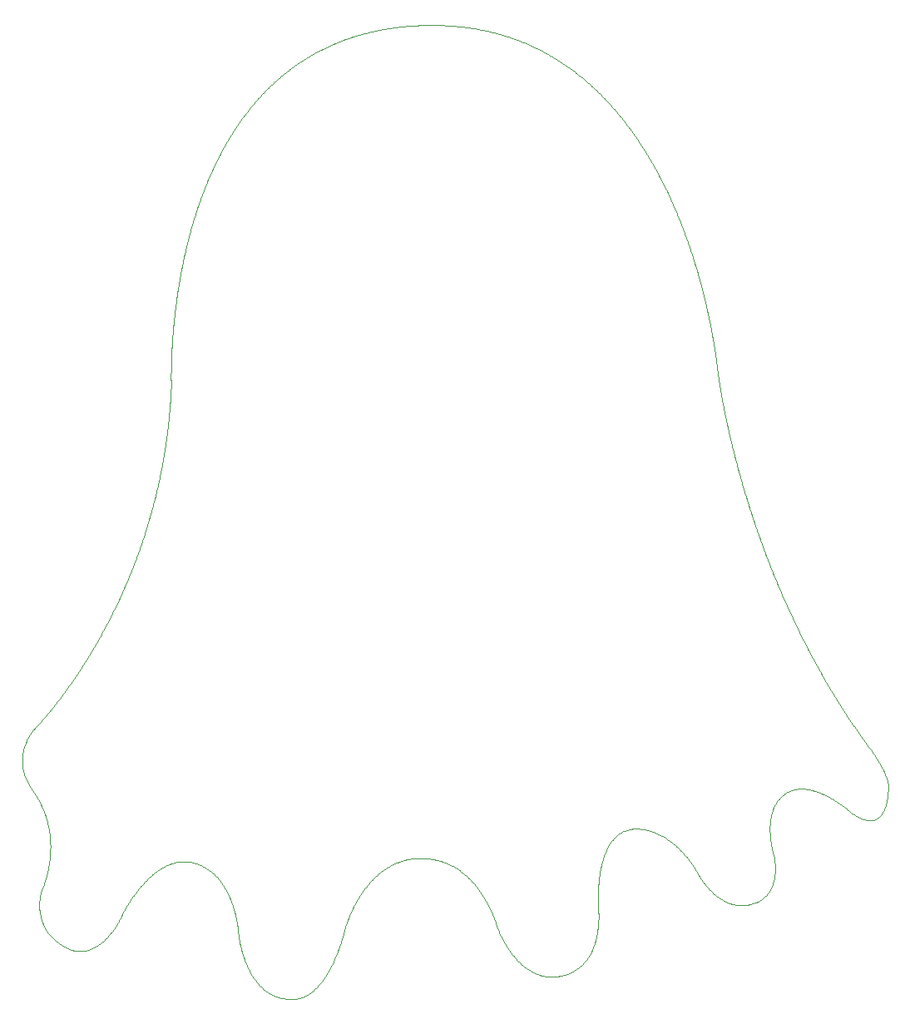
<source format=gbr>
%TF.GenerationSoftware,KiCad,Pcbnew,(5.1.7-0-10_14)*%
%TF.CreationDate,2020-10-21T09:07:25+08:00*%
%TF.ProjectId,HallowBadges,48616c6c-6f77-4426-9164-6765732e6b69,rev?*%
%TF.SameCoordinates,Original*%
%TF.FileFunction,Profile,NP*%
%FSLAX46Y46*%
G04 Gerber Fmt 4.6, Leading zero omitted, Abs format (unit mm)*
G04 Created by KiCad (PCBNEW (5.1.7-0-10_14)) date 2020-10-21 09:07:25*
%MOMM*%
%LPD*%
G01*
G04 APERTURE LIST*
%TA.AperFunction,Profile*%
%ADD10C,0.100000*%
%TD*%
G04 APERTURE END LIST*
D10*
%TO.C,Ref\u002A\u002A*%
X93616990Y-130521580D02*
X93616990Y-130521580D01*
X93616990Y-130521580D02*
X93668100Y-130406280D01*
X93668100Y-130406280D02*
X93707110Y-130312680D01*
X93707110Y-130312680D02*
X93744560Y-130219180D01*
X93744560Y-130219180D02*
X93780390Y-130126480D01*
X93780390Y-130126480D02*
X93815350Y-130032980D01*
X93815350Y-130032980D02*
X93849420Y-129938880D01*
X93849420Y-129938880D02*
X93882620Y-129844380D01*
X93882620Y-129844380D02*
X93914760Y-129749980D01*
X93914760Y-129749980D02*
X93945860Y-129655580D01*
X93945860Y-129655580D02*
X93976360Y-129560480D01*
X93976360Y-129560480D02*
X94006160Y-129464680D01*
X94006160Y-129464680D02*
X94034760Y-129369480D01*
X94034760Y-129369480D02*
X94062560Y-129274280D01*
X94062560Y-129274280D02*
X94089760Y-129178080D01*
X94089760Y-129178080D02*
X94116060Y-129082080D01*
X94116060Y-129082080D02*
X94141560Y-128985880D01*
X94141560Y-128985880D02*
X94166260Y-128889180D01*
X94166260Y-128889180D02*
X94190060Y-128792780D01*
X94190060Y-128792780D02*
X94213260Y-128695780D01*
X94213260Y-128695780D02*
X94235560Y-128598680D01*
X94235560Y-128598680D02*
X94256860Y-128502280D01*
X94256860Y-128502280D02*
X94277460Y-128405580D01*
X94277460Y-128405580D02*
X94297260Y-128308680D01*
X94297260Y-128308680D02*
X94316260Y-128211680D01*
X94316260Y-128211680D02*
X94334460Y-128114280D01*
X94334460Y-128114280D02*
X94352060Y-128015880D01*
X94352060Y-128015880D02*
X94368760Y-127917680D01*
X94368760Y-127917680D02*
X94384760Y-127819280D01*
X94384760Y-127819280D02*
X94399860Y-127720080D01*
X94399860Y-127720080D02*
X94414160Y-127621380D01*
X94414160Y-127621380D02*
X94427560Y-127523080D01*
X94427560Y-127523080D02*
X94440060Y-127424780D01*
X94440060Y-127424780D02*
X94451860Y-127325580D01*
X94451860Y-127325580D02*
X94462860Y-127226080D01*
X94462860Y-127226080D02*
X94472860Y-127127180D01*
X94472860Y-127127180D02*
X94481960Y-127028580D01*
X94481960Y-127028580D02*
X94490360Y-126929380D01*
X94490360Y-126929380D02*
X94497860Y-126830080D01*
X94497860Y-126830080D02*
X94504360Y-126731180D01*
X94504360Y-126731180D02*
X94510160Y-126631780D01*
X94510160Y-126631780D02*
X94514960Y-126532580D01*
X94514960Y-126532580D02*
X94518960Y-126433480D01*
X94518960Y-126433480D02*
X94521960Y-126333680D01*
X94521960Y-126333680D02*
X94524160Y-126234180D01*
X94524160Y-126234180D02*
X94525460Y-126134180D01*
X94525460Y-126134180D02*
X94525760Y-126034480D01*
X94525760Y-126034480D02*
X94525160Y-125934480D01*
X94525160Y-125934480D02*
X94523660Y-125834880D01*
X94523660Y-125834880D02*
X94521260Y-125735180D01*
X94521260Y-125735180D02*
X94517860Y-125635980D01*
X94517860Y-125635980D02*
X94513560Y-125536380D01*
X94513560Y-125536380D02*
X94508360Y-125437080D01*
X94508360Y-125437080D02*
X94502160Y-125337880D01*
X94502160Y-125337880D02*
X94494960Y-125237980D01*
X94494960Y-125237980D02*
X94486760Y-125138380D01*
X94486760Y-125138380D02*
X94477660Y-125039680D01*
X94477660Y-125039680D02*
X94467660Y-124940780D01*
X94467660Y-124940780D02*
X94456560Y-124841480D01*
X94456560Y-124841480D02*
X94444460Y-124742080D01*
X94444460Y-124742080D02*
X94431260Y-124642680D01*
X94431260Y-124642680D02*
X94417160Y-124543280D01*
X94417160Y-124543280D02*
X94401960Y-124444080D01*
X94401960Y-124444080D02*
X94385860Y-124345080D01*
X94385860Y-124345080D02*
X94368760Y-124246580D01*
X94368760Y-124246580D02*
X94350660Y-124148480D01*
X94350660Y-124148480D02*
X94331660Y-124050980D01*
X94331660Y-124050980D02*
X94311560Y-123953480D01*
X94311560Y-123953480D02*
X94290360Y-123855680D01*
X94290360Y-123855680D02*
X94268360Y-123758880D01*
X94268360Y-123758880D02*
X94245360Y-123662480D01*
X94245360Y-123662480D02*
X94221160Y-123565680D01*
X94221160Y-123565680D02*
X94195960Y-123469080D01*
X94195960Y-123469080D02*
X94169960Y-123373480D01*
X94169960Y-123373480D02*
X94142860Y-123277880D01*
X94142860Y-123277880D02*
X94114660Y-123182680D01*
X94114660Y-123182680D02*
X94085460Y-123087380D01*
X94085460Y-123087380D02*
X94055060Y-122991880D01*
X94055060Y-122991880D02*
X94023760Y-122897380D01*
X94023760Y-122897380D02*
X93991660Y-122803480D01*
X93991660Y-122803480D02*
X93958460Y-122709680D01*
X93958460Y-122709680D02*
X93924160Y-122616180D01*
X93924160Y-122616180D02*
X93889040Y-122523380D01*
X93889040Y-122523380D02*
X93852970Y-122431180D01*
X93852970Y-122431180D02*
X93815840Y-122339080D01*
X93815840Y-122339080D02*
X93777790Y-122247680D01*
X93777790Y-122247680D02*
X93738720Y-122156480D01*
X93738720Y-122156480D02*
X93698550Y-122065480D01*
X93698550Y-122065480D02*
X93657520Y-121975080D01*
X93657520Y-121975080D02*
X93615100Y-121884380D01*
X93615100Y-121884380D02*
X93572060Y-121794780D01*
X93572060Y-121794780D02*
X93528260Y-121706080D01*
X93528260Y-121706080D02*
X93483140Y-121617080D01*
X93483140Y-121617080D02*
X93436960Y-121528380D01*
X93436960Y-121528380D02*
X93389830Y-121440080D01*
X93389830Y-121440080D02*
X93341960Y-121352780D01*
X93341960Y-121352780D02*
X93293300Y-121266080D01*
X93293300Y-121266080D02*
X93244040Y-121180580D01*
X93244040Y-121180580D02*
X93193660Y-121095080D01*
X93193660Y-121095080D02*
X93142420Y-121010280D01*
X93142420Y-121010280D02*
X93090340Y-120925980D01*
X93090340Y-120925980D02*
X93037190Y-120841980D01*
X93037190Y-120841980D02*
X92982990Y-120758180D01*
X92982990Y-120758180D02*
X92928210Y-120675380D01*
X92928210Y-120675380D02*
X92872180Y-120592580D01*
X92872180Y-120592580D02*
X92815440Y-120510580D01*
X92815440Y-120510580D02*
X92757700Y-120428880D01*
X92757700Y-120428880D02*
X92701080Y-120347180D01*
X92701080Y-120347180D02*
X92645150Y-120264280D01*
X92645150Y-120264280D02*
X92590580Y-120180980D01*
X92590580Y-120180980D02*
X92537130Y-120096880D01*
X92537130Y-120096880D02*
X92484620Y-120011680D01*
X92484620Y-120011680D02*
X92433640Y-119926280D01*
X92433640Y-119926280D02*
X92384000Y-119840280D01*
X92384000Y-119840280D02*
X92335510Y-119753280D01*
X92335510Y-119753280D02*
X92288490Y-119665880D01*
X92288490Y-119665880D02*
X92242780Y-119577580D01*
X92242780Y-119577580D02*
X92198650Y-119488980D01*
X92198650Y-119488980D02*
X92155780Y-119399280D01*
X92155780Y-119399280D02*
X92114270Y-119308580D01*
X92114270Y-119308580D02*
X92074210Y-119217080D01*
X92074210Y-119217080D02*
X92035690Y-119124680D01*
X92035690Y-119124680D02*
X91998790Y-119031580D01*
X91998790Y-119031580D02*
X91963580Y-118937780D01*
X91963580Y-118937780D02*
X91930120Y-118843580D01*
X91930120Y-118843580D02*
X91898470Y-118748780D01*
X91898470Y-118748780D02*
X91868700Y-118653680D01*
X91868700Y-118653680D02*
X91840820Y-118558280D01*
X91840820Y-118558280D02*
X91814900Y-118462780D01*
X91814900Y-118462780D02*
X91790950Y-118367080D01*
X91790950Y-118367080D02*
X91768850Y-118270780D01*
X91768850Y-118270780D02*
X91748560Y-118173280D01*
X91748560Y-118173280D02*
X91730380Y-118075980D01*
X91730380Y-118075980D02*
X91714210Y-117978480D01*
X91714210Y-117978480D02*
X91700030Y-117880180D01*
X91700030Y-117880180D02*
X91687940Y-117781880D01*
X91687940Y-117781880D02*
X91677910Y-117683180D01*
X91677910Y-117683180D02*
X91670030Y-117584580D01*
X91670030Y-117584580D02*
X91664230Y-117485380D01*
X91664230Y-117485380D02*
X91660560Y-117385580D01*
X91660560Y-117385580D02*
X91659070Y-117285480D01*
X91659070Y-117285480D02*
X91659770Y-117185780D01*
X91659770Y-117185780D02*
X91662610Y-117086980D01*
X91662610Y-117086980D02*
X91667620Y-116987780D01*
X91667620Y-116987780D02*
X91674840Y-116888080D01*
X91674840Y-116888080D02*
X91684200Y-116788980D01*
X91684200Y-116788980D02*
X91695650Y-116690480D01*
X91695650Y-116690480D02*
X91709190Y-116592580D01*
X91709190Y-116592580D02*
X91724890Y-116494480D01*
X91724890Y-116494480D02*
X91742670Y-116396880D01*
X91742670Y-116396880D02*
X91762430Y-116300080D01*
X91762430Y-116300080D02*
X91784430Y-116202780D01*
X91784430Y-116202780D02*
X91808460Y-116106080D01*
X91808460Y-116106080D02*
X91834220Y-116010980D01*
X91834220Y-116010980D02*
X91861960Y-115916180D01*
X91861960Y-115916180D02*
X91891740Y-115821680D01*
X91891740Y-115821680D02*
X91923630Y-115727180D01*
X91923630Y-115727180D02*
X91957300Y-115633680D01*
X91957300Y-115633680D02*
X91992950Y-115540580D01*
X91992950Y-115540580D02*
X92030380Y-115448380D01*
X92030380Y-115448380D02*
X92069370Y-115357380D01*
X92069370Y-115357380D02*
X92109840Y-115267780D01*
X92109840Y-115267780D02*
X92152270Y-115178480D01*
X92152270Y-115178480D02*
X92196680Y-115089380D01*
X92196680Y-115089380D02*
X92242270Y-115002080D01*
X92242270Y-115002080D02*
X92289650Y-114915380D01*
X92289650Y-114915380D02*
X92338910Y-114829180D01*
X92338910Y-114829180D02*
X92389620Y-114744080D01*
X92389620Y-114744080D02*
X92441870Y-114660080D01*
X92441870Y-114660080D02*
X92495690Y-114577080D01*
X92495690Y-114577080D02*
X92551250Y-114494880D01*
X92551250Y-114494880D02*
X92608530Y-114413580D01*
X92608530Y-114413580D02*
X92667810Y-114332880D01*
X92667810Y-114332880D02*
X92728790Y-114253380D01*
X92728790Y-114253380D02*
X92791390Y-114175380D01*
X92791390Y-114175380D02*
X92857220Y-114097280D01*
X92857220Y-114097280D02*
X92941030Y-114003480D01*
X92941030Y-114003480D02*
X92965860Y-113978880D01*
X92965860Y-113978880D02*
X93054600Y-113887180D01*
X93054600Y-113887180D02*
X93124990Y-113812880D01*
X93124990Y-113812880D02*
X93194180Y-113738980D01*
X93194180Y-113738980D02*
X93262430Y-113665180D01*
X93262430Y-113665180D02*
X93330540Y-113590880D01*
X93330540Y-113590880D02*
X93398060Y-113516580D01*
X93398060Y-113516580D02*
X93465270Y-113441980D01*
X93465270Y-113441980D02*
X93532450Y-113366880D01*
X93532450Y-113366880D02*
X93598890Y-113292080D01*
X93598890Y-113292080D02*
X93664640Y-113217480D01*
X93664640Y-113217480D02*
X93730620Y-113142180D01*
X93730620Y-113142180D02*
X93796520Y-113066380D01*
X93796520Y-113066380D02*
X93862080Y-112990580D01*
X93862080Y-112990580D02*
X93927060Y-112915080D01*
X93927060Y-112915080D02*
X93991560Y-112839580D01*
X93991560Y-112839580D02*
X94056260Y-112763480D01*
X94056260Y-112763480D02*
X94120960Y-112686880D01*
X94120960Y-112686880D02*
X94185560Y-112609980D01*
X94185560Y-112609980D02*
X94249960Y-112532880D01*
X94249960Y-112532880D02*
X94314060Y-112455780D01*
X94314060Y-112455780D02*
X94377760Y-112378680D01*
X94377760Y-112378680D02*
X94441060Y-112301880D01*
X94441060Y-112301880D02*
X94504160Y-112224780D01*
X94504160Y-112224780D02*
X94567460Y-112146980D01*
X94567460Y-112146980D02*
X94630160Y-112069580D01*
X94630160Y-112069580D02*
X94692460Y-111992280D01*
X94692460Y-111992280D02*
X94754960Y-111914480D01*
X94754960Y-111914480D02*
X94816960Y-111836780D01*
X94816960Y-111836780D02*
X94879060Y-111758780D01*
X94879060Y-111758780D02*
X94940560Y-111680880D01*
X94940560Y-111680880D02*
X95002560Y-111602280D01*
X95002560Y-111602280D02*
X95064460Y-111523280D01*
X95064460Y-111523280D02*
X95125660Y-111444780D01*
X95125660Y-111444780D02*
X95187060Y-111365780D01*
X95187060Y-111365780D02*
X95248060Y-111286880D01*
X95248060Y-111286880D02*
X95308860Y-111207880D01*
X95308860Y-111207880D02*
X95369660Y-111128580D01*
X95369660Y-111128580D02*
X95429960Y-111049580D01*
X95429960Y-111049580D02*
X95489960Y-110970480D01*
X95489960Y-110970480D02*
X95550260Y-110890880D01*
X95550260Y-110890880D02*
X95610460Y-110810880D01*
X95610460Y-110810880D02*
X95670060Y-110731380D01*
X95670060Y-110731380D02*
X95729360Y-110651980D01*
X95729360Y-110651980D02*
X95788760Y-110571980D01*
X95788760Y-110571980D02*
X95848360Y-110491580D01*
X95848360Y-110491580D02*
X95907760Y-110410880D01*
X95907760Y-110410880D02*
X95966560Y-110330780D01*
X95966560Y-110330780D02*
X96024960Y-110250880D01*
X96024960Y-110250880D02*
X96083360Y-110170580D01*
X96083360Y-110170580D02*
X96141960Y-110089880D01*
X96141960Y-110089880D02*
X96200460Y-110008680D01*
X96200460Y-110008680D02*
X96259060Y-109927180D01*
X96259060Y-109927180D02*
X96317460Y-109845580D01*
X96317460Y-109845580D02*
X96375160Y-109764580D01*
X96375160Y-109764580D02*
X96432460Y-109683980D01*
X96432460Y-109683980D02*
X96489660Y-109603080D01*
X96489660Y-109603080D02*
X96546960Y-109521780D01*
X96546960Y-109521780D02*
X96604160Y-109440180D01*
X96604160Y-109440180D02*
X96661360Y-109358280D01*
X96661360Y-109358280D02*
X96718460Y-109276080D01*
X96718460Y-109276080D02*
X96775660Y-109193580D01*
X96775660Y-109193580D02*
X96832760Y-109110780D01*
X96832760Y-109110780D02*
X96889560Y-109028080D01*
X96889560Y-109028080D02*
X96945860Y-108945880D01*
X96945860Y-108945880D02*
X97002060Y-108863380D01*
X97002060Y-108863380D02*
X97057960Y-108780980D01*
X97057960Y-108780980D02*
X97113360Y-108698980D01*
X97113360Y-108698980D02*
X97168660Y-108616880D01*
X97168660Y-108616880D02*
X97223960Y-108534580D01*
X97223960Y-108534580D02*
X97279060Y-108451980D01*
X97279060Y-108451980D02*
X97334160Y-108369280D01*
X97334160Y-108369280D02*
X97389060Y-108286280D01*
X97389060Y-108286280D02*
X97443960Y-108203180D01*
X97443960Y-108203180D02*
X97498660Y-108119880D01*
X97498660Y-108119880D02*
X97553360Y-108036480D01*
X97553360Y-108036480D02*
X97607860Y-107952880D01*
X97607860Y-107952880D02*
X97662260Y-107869080D01*
X97662260Y-107869080D02*
X97716560Y-107785180D01*
X97716560Y-107785180D02*
X97770760Y-107701080D01*
X97770760Y-107701080D02*
X97824760Y-107616880D01*
X97824760Y-107616880D02*
X97878660Y-107532580D01*
X97878660Y-107532580D02*
X97932460Y-107448180D01*
X97932460Y-107448180D02*
X97986060Y-107363580D01*
X97986060Y-107363580D02*
X98039560Y-107278880D01*
X98039560Y-107278880D02*
X98092860Y-107194180D01*
X98092860Y-107194180D02*
X98146060Y-107109280D01*
X98146060Y-107109280D02*
X98199060Y-107024280D01*
X98199060Y-107024280D02*
X98251960Y-106939280D01*
X98251960Y-106939280D02*
X98304660Y-106854080D01*
X98304660Y-106854080D02*
X98357160Y-106768880D01*
X98357160Y-106768880D02*
X98409560Y-106683580D01*
X98409560Y-106683580D02*
X98461760Y-106598280D01*
X98461760Y-106598280D02*
X98513760Y-106512880D01*
X98513760Y-106512880D02*
X98565660Y-106427380D01*
X98565660Y-106427380D02*
X98617260Y-106341880D01*
X98617260Y-106341880D02*
X98668760Y-106256380D01*
X98668760Y-106256380D02*
X98720160Y-106170780D01*
X98720160Y-106170780D02*
X98771260Y-106085080D01*
X98771260Y-106085080D02*
X98822160Y-105999480D01*
X98822160Y-105999480D02*
X98872960Y-105913780D01*
X98872960Y-105913780D02*
X98923460Y-105828080D01*
X98923460Y-105828080D02*
X98973860Y-105742380D01*
X98973860Y-105742380D02*
X99024060Y-105656580D01*
X99024060Y-105656580D02*
X99074060Y-105570880D01*
X99074060Y-105570880D02*
X99123760Y-105485080D01*
X99123760Y-105485080D02*
X99173360Y-105399380D01*
X99173360Y-105399380D02*
X99222760Y-105313680D01*
X99222760Y-105313680D02*
X99272160Y-105227580D01*
X99272160Y-105227580D02*
X99321760Y-105140780D01*
X99321760Y-105140780D02*
X99371060Y-105053980D01*
X99371060Y-105053980D02*
X99420260Y-104967180D01*
X99420260Y-104967180D02*
X99469260Y-104880380D01*
X99469260Y-104880380D02*
X99518160Y-104793380D01*
X99518160Y-104793380D02*
X99567260Y-104705580D01*
X99567260Y-104705580D02*
X99616160Y-104617780D01*
X99616160Y-104617780D02*
X99664860Y-104530080D01*
X99664860Y-104530080D02*
X99713360Y-104442480D01*
X99713360Y-104442480D02*
X99761560Y-104354880D01*
X99761560Y-104354880D02*
X99809560Y-104267380D01*
X99809560Y-104267380D02*
X99857360Y-104179880D01*
X99857360Y-104179880D02*
X99904860Y-104092380D01*
X99904860Y-104092380D02*
X99952160Y-104005080D01*
X99952160Y-104005080D02*
X99999260Y-103917780D01*
X99999260Y-103917780D02*
X100046060Y-103830580D01*
X100046060Y-103830580D02*
X100092860Y-103743080D01*
X100092860Y-103743080D02*
X100139860Y-103654880D01*
X100139860Y-103654880D02*
X100186560Y-103566880D01*
X100186560Y-103566880D02*
X100233160Y-103478480D01*
X100233160Y-103478480D02*
X100279960Y-103389580D01*
X100279960Y-103389580D02*
X100326560Y-103300680D01*
X100326560Y-103300680D02*
X100372860Y-103211880D01*
X100372860Y-103211880D02*
X100418860Y-103123280D01*
X100418860Y-103123280D02*
X100464660Y-103034680D01*
X100464660Y-103034680D02*
X100510160Y-102946280D01*
X100510160Y-102946280D02*
X100555460Y-102857880D01*
X100555460Y-102857880D02*
X100600560Y-102769680D01*
X100600560Y-102769680D02*
X100645560Y-102681180D01*
X100645560Y-102681180D02*
X100690560Y-102592180D01*
X100690560Y-102592180D02*
X100735560Y-102502880D01*
X100735560Y-102502880D02*
X100780660Y-102412980D01*
X100780660Y-102412980D02*
X100825560Y-102323280D01*
X100825560Y-102323280D02*
X100870160Y-102233680D01*
X100870160Y-102233680D02*
X100914460Y-102144280D01*
X100914460Y-102144280D02*
X100958460Y-102054980D01*
X100958460Y-102054980D02*
X101002260Y-101965780D01*
X101002260Y-101965780D02*
X101045760Y-101876780D01*
X101045760Y-101876780D02*
X101089260Y-101787580D01*
X101089260Y-101787580D02*
X101132860Y-101697480D01*
X101132860Y-101697480D02*
X101176660Y-101606880D01*
X101176660Y-101606880D02*
X101220160Y-101516380D01*
X101220160Y-101516380D02*
X101263260Y-101426080D01*
X101263260Y-101426080D02*
X101306260Y-101335980D01*
X101306260Y-101335980D02*
X101348860Y-101246080D01*
X101348860Y-101246080D02*
X101391260Y-101156280D01*
X101391260Y-101156280D02*
X101433360Y-101066680D01*
X101433360Y-101066680D02*
X101475360Y-100976980D01*
X101475360Y-100976980D02*
X101517560Y-100886380D01*
X101517560Y-100886380D02*
X101559760Y-100795280D01*
X101559760Y-100795280D02*
X101601760Y-100704380D01*
X101601760Y-100704380D02*
X101643360Y-100613680D01*
X101643360Y-100613680D02*
X101684760Y-100523180D01*
X101684760Y-100523180D02*
X101725860Y-100432880D01*
X101725860Y-100432880D02*
X101766860Y-100342480D01*
X101766860Y-100342480D02*
X101808060Y-100251180D01*
X101808060Y-100251180D02*
X101849160Y-100159580D01*
X101849160Y-100159580D02*
X101890060Y-100068080D01*
X101890060Y-100068080D02*
X101930660Y-99976780D01*
X101930660Y-99976780D02*
X101970960Y-99885780D01*
X101970960Y-99885780D02*
X102010960Y-99795080D01*
X102010960Y-99795080D02*
X102050860Y-99704180D01*
X102050860Y-99704180D02*
X102090860Y-99612480D01*
X102090860Y-99612480D02*
X102130960Y-99520380D01*
X102130960Y-99520380D02*
X102170660Y-99428580D01*
X102170660Y-99428580D02*
X102210060Y-99336980D01*
X102210060Y-99336980D02*
X102249260Y-99245680D01*
X102249260Y-99245680D02*
X102288060Y-99154580D01*
X102288060Y-99154580D02*
X102326860Y-99063180D01*
X102326860Y-99063180D02*
X102365960Y-98970580D01*
X102365960Y-98970580D02*
X102404760Y-98878380D01*
X102404760Y-98878380D02*
X102443260Y-98786380D01*
X102443260Y-98786380D02*
X102481460Y-98694680D01*
X102481460Y-98694680D02*
X102519460Y-98602880D01*
X102519460Y-98602880D02*
X102557560Y-98510380D01*
X102557560Y-98510380D02*
X102595660Y-98417580D01*
X102595660Y-98417580D02*
X102633460Y-98325080D01*
X102633460Y-98325080D02*
X102670860Y-98232880D01*
X102670860Y-98232880D02*
X102708060Y-98140880D01*
X102708060Y-98140880D02*
X102745160Y-98048680D01*
X102745160Y-98048680D02*
X102782460Y-97955380D01*
X102782460Y-97955380D02*
X102819460Y-97862480D01*
X102819460Y-97862480D02*
X102856160Y-97769880D01*
X102856160Y-97769880D02*
X102892560Y-97677480D01*
X102892560Y-97677480D02*
X102928960Y-97584880D01*
X102928960Y-97584880D02*
X102965460Y-97491380D01*
X102965460Y-97491380D02*
X103001660Y-97398080D01*
X103001660Y-97398080D02*
X103037560Y-97305280D01*
X103037560Y-97305280D02*
X103073060Y-97212680D01*
X103073060Y-97212680D02*
X103108560Y-97119880D01*
X103108560Y-97119880D02*
X103144260Y-97026080D01*
X103144260Y-97026080D02*
X103179560Y-96932780D01*
X103179560Y-96932780D02*
X103214560Y-96839680D01*
X103214560Y-96839680D02*
X103249460Y-96746380D01*
X103249460Y-96746380D02*
X103284560Y-96652280D01*
X103284560Y-96652280D02*
X103319260Y-96558480D01*
X103319260Y-96558480D02*
X103353760Y-96465080D01*
X103353760Y-96465080D02*
X103387860Y-96372080D01*
X103387860Y-96372080D02*
X103421860Y-96278780D01*
X103421860Y-96278780D02*
X103455960Y-96184680D01*
X103455960Y-96184680D02*
X103489760Y-96091080D01*
X103489760Y-96091080D02*
X103523360Y-95997180D01*
X103523360Y-95997180D02*
X103557160Y-95902480D01*
X103557160Y-95902480D02*
X103590660Y-95808180D01*
X103590660Y-95808180D02*
X103623760Y-95714280D01*
X103623760Y-95714280D02*
X103656760Y-95620280D01*
X103656760Y-95620280D02*
X103689860Y-95525480D01*
X103689860Y-95525480D02*
X103722560Y-95431080D01*
X103722560Y-95431080D02*
X103754960Y-95337180D01*
X103754960Y-95337180D02*
X103787260Y-95243080D01*
X103787260Y-95243080D02*
X103819660Y-95148180D01*
X103819660Y-95148180D02*
X103851660Y-95053880D01*
X103851660Y-95053880D02*
X103883360Y-94959880D01*
X103883360Y-94959880D02*
X103914860Y-94865880D01*
X103914860Y-94865880D02*
X103946460Y-94771080D01*
X103946460Y-94771080D02*
X103977960Y-94676280D01*
X103977960Y-94676280D02*
X104009360Y-94580780D01*
X104009360Y-94580780D02*
X104040560Y-94485780D01*
X104040560Y-94485780D02*
X104071360Y-94391180D01*
X104071360Y-94391180D02*
X104101960Y-94296580D01*
X104101960Y-94296580D02*
X104132660Y-94201280D01*
X104132660Y-94201280D02*
X104162960Y-94106580D01*
X104162960Y-94106580D02*
X104193160Y-94011680D01*
X104193160Y-94011680D02*
X104223260Y-93916380D01*
X104223260Y-93916380D02*
X104253060Y-93821480D01*
X104253060Y-93821480D02*
X104282760Y-93726480D01*
X104282760Y-93726480D02*
X104312360Y-93631080D01*
X104312360Y-93631080D02*
X104341860Y-93535580D01*
X104341860Y-93535580D02*
X104371260Y-93439580D01*
X104371260Y-93439580D02*
X104400360Y-93344080D01*
X104400360Y-93344080D02*
X104429060Y-93249180D01*
X104429060Y-93249180D02*
X104457660Y-93154280D01*
X104457660Y-93154280D02*
X104486360Y-93058380D01*
X104486360Y-93058380D02*
X104514960Y-92961980D01*
X104514960Y-92961980D02*
X104543260Y-92866180D01*
X104543260Y-92866180D02*
X104571260Y-92770880D01*
X104571260Y-92770880D02*
X104598960Y-92675680D01*
X104598960Y-92675680D02*
X104626760Y-92579580D01*
X104626760Y-92579580D02*
X104654560Y-92483080D01*
X104654560Y-92483080D02*
X104681960Y-92387080D01*
X104681960Y-92387080D02*
X104709160Y-92291280D01*
X104709160Y-92291280D02*
X104736260Y-92195080D01*
X104736260Y-92195080D02*
X104763160Y-92098980D01*
X104763160Y-92098980D02*
X104790060Y-92002580D01*
X104790060Y-92002580D02*
X104816460Y-91906780D01*
X104816460Y-91906780D02*
X104842760Y-91811080D01*
X104842760Y-91811080D02*
X104869060Y-91714680D01*
X104869060Y-91714680D02*
X104895260Y-91617980D01*
X104895260Y-91617980D02*
X104921060Y-91521880D01*
X104921060Y-91521880D02*
X104946660Y-91425880D01*
X104946660Y-91425880D02*
X104972260Y-91329280D01*
X104972260Y-91329280D02*
X104997760Y-91232480D01*
X104997760Y-91232480D02*
X105022960Y-91136280D01*
X105022960Y-91136280D02*
X105047860Y-91040280D01*
X105047860Y-91040280D02*
X105072760Y-90943680D01*
X105072760Y-90943680D02*
X105097460Y-90846880D01*
X105097460Y-90846880D02*
X105121960Y-90750280D01*
X105121960Y-90750280D02*
X105146460Y-90653180D01*
X105146460Y-90653180D02*
X105170860Y-90555880D01*
X105170860Y-90555880D02*
X105194760Y-90459380D01*
X105194760Y-90459380D02*
X105218560Y-90363080D01*
X105218560Y-90363080D02*
X105242160Y-90266380D01*
X105242160Y-90266380D02*
X105265760Y-90169480D01*
X105265760Y-90169480D02*
X105288960Y-90072980D01*
X105288960Y-90072980D02*
X105312160Y-89975980D01*
X105312160Y-89975980D02*
X105335160Y-89878880D01*
X105335160Y-89878880D02*
X105357960Y-89782280D01*
X105357960Y-89782280D02*
X105380660Y-89685180D01*
X105380660Y-89685180D02*
X105403160Y-89588080D01*
X105403160Y-89588080D02*
X105425460Y-89490980D01*
X105425460Y-89490980D02*
X105447760Y-89393180D01*
X105447760Y-89393180D02*
X105469660Y-89296180D01*
X105469660Y-89296180D02*
X105491360Y-89199280D01*
X105491360Y-89199280D02*
X105513160Y-89101680D01*
X105513160Y-89101680D02*
X105534660Y-89004280D01*
X105534660Y-89004280D02*
X105556060Y-88906180D01*
X105556060Y-88906180D02*
X105577160Y-88808880D01*
X105577160Y-88808880D02*
X105598060Y-88711880D01*
X105598060Y-88711880D02*
X105618860Y-88614180D01*
X105618860Y-88614180D02*
X105639560Y-88516780D01*
X105639560Y-88516780D02*
X105660060Y-88418880D01*
X105660060Y-88418880D02*
X105680360Y-88321180D01*
X105680360Y-88321180D02*
X105700560Y-88222980D01*
X105700560Y-88222980D02*
X105720560Y-88125080D01*
X105720560Y-88125080D02*
X105740460Y-88026780D01*
X105740460Y-88026780D02*
X105760060Y-87928880D01*
X105760060Y-87928880D02*
X105779660Y-87830480D01*
X105779660Y-87830480D02*
X105798960Y-87732580D01*
X105798960Y-87732580D02*
X105818060Y-87634280D01*
X105818060Y-87634280D02*
X105836960Y-87536480D01*
X105836960Y-87536480D02*
X105855760Y-87438380D01*
X105855760Y-87438380D02*
X105874260Y-87340680D01*
X105874260Y-87340680D02*
X105892660Y-87242780D01*
X105892660Y-87242780D02*
X105910760Y-87145480D01*
X105910760Y-87145480D02*
X105928860Y-87047280D01*
X105928860Y-87047280D02*
X105946760Y-86949080D01*
X105946760Y-86949080D02*
X105964360Y-86851380D01*
X105964360Y-86851380D02*
X105981960Y-86753080D01*
X105981960Y-86753080D02*
X105999360Y-86654780D01*
X105999360Y-86654780D02*
X106016460Y-86556980D01*
X106016460Y-86556980D02*
X106033460Y-86458780D01*
X106033460Y-86458780D02*
X106050460Y-86360080D01*
X106050460Y-86360080D02*
X106067160Y-86261580D01*
X106067160Y-86261580D02*
X106083560Y-86163680D01*
X106083560Y-86163680D02*
X106099860Y-86065480D01*
X106099860Y-86065480D02*
X106116060Y-85966980D01*
X106116060Y-85966980D02*
X106132160Y-85868180D01*
X106132160Y-85868180D02*
X106148060Y-85769280D01*
X106148060Y-85769280D02*
X106163760Y-85670580D01*
X106163760Y-85670580D02*
X106179160Y-85572380D01*
X106179160Y-85572380D02*
X106194560Y-85473480D01*
X106194560Y-85473480D02*
X106209660Y-85375180D01*
X106209660Y-85375180D02*
X106224660Y-85276280D01*
X106224660Y-85276280D02*
X106239360Y-85177980D01*
X106239360Y-85177980D02*
X106254060Y-85078780D01*
X106254060Y-85078780D02*
X106268560Y-84979780D01*
X106268560Y-84979780D02*
X106282860Y-84880980D01*
X106282860Y-84880980D02*
X106296960Y-84782480D01*
X106296960Y-84782480D02*
X106310860Y-84683780D01*
X106310860Y-84683780D02*
X106324660Y-84584580D01*
X106324660Y-84584580D02*
X106338260Y-84485880D01*
X106338260Y-84485880D02*
X106351560Y-84387180D01*
X106351560Y-84387180D02*
X106364960Y-84287780D01*
X106364960Y-84287780D02*
X106378060Y-84188480D01*
X106378060Y-84188480D02*
X106390860Y-84090380D01*
X106390860Y-84090380D02*
X106403460Y-83991680D01*
X106403460Y-83991680D02*
X106416060Y-83892680D01*
X106416060Y-83892680D02*
X106428460Y-83793380D01*
X106428460Y-83793380D02*
X106440760Y-83693880D01*
X106440760Y-83693880D02*
X106452860Y-83594280D01*
X106452860Y-83594280D02*
X106464760Y-83494680D01*
X106464760Y-83494680D02*
X106476460Y-83395180D01*
X106476460Y-83395180D02*
X106487960Y-83295980D01*
X106487960Y-83295980D02*
X106499260Y-83196980D01*
X106499260Y-83196980D02*
X106510460Y-83098380D01*
X106510460Y-83098380D02*
X106521360Y-82999580D01*
X106521360Y-82999580D02*
X106532160Y-82900180D01*
X106532160Y-82900180D02*
X106542760Y-82801480D01*
X106542760Y-82801480D02*
X106553160Y-82702980D01*
X106553160Y-82702980D02*
X106563460Y-82603680D01*
X106563460Y-82603680D02*
X106573660Y-82503880D01*
X106573660Y-82503880D02*
X106583660Y-82404180D01*
X106583660Y-82404180D02*
X106593360Y-82305280D01*
X106593360Y-82305280D02*
X106602960Y-82206380D01*
X106602960Y-82206380D02*
X106612360Y-82107080D01*
X106612360Y-82107080D02*
X106621760Y-82007180D01*
X106621760Y-82007180D02*
X106630760Y-81907880D01*
X106630760Y-81907880D02*
X106639660Y-81808880D01*
X106639660Y-81808880D02*
X106648460Y-81709580D01*
X106648460Y-81709580D02*
X106656960Y-81610280D01*
X106656960Y-81610280D02*
X106665360Y-81511180D01*
X106665360Y-81511180D02*
X106673560Y-81412280D01*
X106673560Y-81412280D02*
X106681560Y-81313080D01*
X106681560Y-81313080D02*
X106689360Y-81214080D01*
X106689360Y-81214080D02*
X106697060Y-81114980D01*
X106697060Y-81114980D02*
X106704660Y-81015480D01*
X106704660Y-81015480D02*
X106711960Y-80916280D01*
X106711960Y-80916280D02*
X106719260Y-80815980D01*
X106719260Y-80815980D02*
X106726260Y-80716580D01*
X106726260Y-80716580D02*
X106733060Y-80617580D01*
X106733060Y-80617580D02*
X106739760Y-80517780D01*
X106739760Y-80517780D02*
X106746260Y-80417680D01*
X106746260Y-80417680D02*
X106752660Y-80317580D01*
X106752660Y-80317580D02*
X106758760Y-80217880D01*
X106758760Y-80217880D02*
X106764760Y-80118480D01*
X106764760Y-80118480D02*
X106770560Y-80019780D01*
X106770560Y-80019780D02*
X106776160Y-79920480D01*
X106776160Y-79920480D02*
X106781560Y-79820880D01*
X106781560Y-79820880D02*
X106786960Y-79720580D01*
X106786960Y-79720580D02*
X106792060Y-79620980D01*
X106792060Y-79620980D02*
X106796960Y-79521980D01*
X106796960Y-79521980D02*
X106801760Y-79422280D01*
X106801760Y-79422280D02*
X106806360Y-79322280D01*
X106806360Y-79322280D02*
X106810760Y-79222980D01*
X106810760Y-79222980D02*
X106813660Y-79156680D01*
X106813660Y-79156680D02*
X106809560Y-79029880D01*
X106809560Y-79029880D02*
X106807060Y-78927680D01*
X106807060Y-78927680D02*
X106805060Y-78826980D01*
X106805060Y-78826980D02*
X106803460Y-78726380D01*
X106803460Y-78726380D02*
X106802160Y-78626480D01*
X106802160Y-78626480D02*
X106801160Y-78527080D01*
X106801160Y-78527080D02*
X106800460Y-78427380D01*
X106800460Y-78427380D02*
X106799960Y-78327680D01*
X106799960Y-78327680D02*
X106799760Y-78228180D01*
X106799760Y-78228180D02*
X106799860Y-78128480D01*
X106799860Y-78128480D02*
X106800160Y-78028480D01*
X106800160Y-78028480D02*
X106800660Y-77927880D01*
X106800660Y-77927880D02*
X106801460Y-77827980D01*
X106801460Y-77827980D02*
X106802460Y-77727480D01*
X106802460Y-77727480D02*
X106803660Y-77626780D01*
X106803660Y-77626780D02*
X106805060Y-77526080D01*
X106805060Y-77526080D02*
X106806660Y-77425680D01*
X106806660Y-77425680D02*
X106808460Y-77325780D01*
X106808460Y-77325780D02*
X106810460Y-77226180D01*
X106810460Y-77226180D02*
X106812660Y-77126180D01*
X106812660Y-77126180D02*
X106815060Y-77026180D01*
X106815060Y-77026180D02*
X106817660Y-76926580D01*
X106817660Y-76926580D02*
X106820360Y-76826280D01*
X106820360Y-76826280D02*
X106823360Y-76726580D01*
X106823360Y-76726580D02*
X106826460Y-76626480D01*
X106826460Y-76626480D02*
X106829760Y-76527080D01*
X106829760Y-76527080D02*
X106833360Y-76426980D01*
X106833360Y-76426980D02*
X106836960Y-76327180D01*
X106836960Y-76327180D02*
X106840860Y-76227380D01*
X106840860Y-76227380D02*
X106844960Y-76127080D01*
X106844960Y-76127080D02*
X106849160Y-76027280D01*
X106849160Y-76027280D02*
X106853460Y-75927680D01*
X106853460Y-75927680D02*
X106858060Y-75827680D01*
X106858060Y-75827680D02*
X106862760Y-75727880D01*
X106862760Y-75727880D02*
X106867760Y-75627780D01*
X106867760Y-75627780D02*
X106872760Y-75528080D01*
X106872760Y-75528080D02*
X106878060Y-75428080D01*
X106878060Y-75428080D02*
X106883460Y-75328580D01*
X106883460Y-75328580D02*
X106889060Y-75228880D01*
X106889060Y-75228880D02*
X106894760Y-75129580D01*
X106894760Y-75129580D02*
X106900660Y-75029780D01*
X106900660Y-75029780D02*
X106906760Y-74929880D01*
X106906760Y-74929880D02*
X106912960Y-74830580D01*
X106912960Y-74830580D02*
X106919460Y-74730680D01*
X106919460Y-74730680D02*
X106926060Y-74630780D01*
X106926060Y-74630780D02*
X106932760Y-74531680D01*
X106932760Y-74531680D02*
X106939660Y-74431980D01*
X106939660Y-74431980D02*
X106946760Y-74331780D01*
X106946760Y-74331780D02*
X106953960Y-74231780D01*
X106953960Y-74231780D02*
X106961360Y-74132480D01*
X106961360Y-74132480D02*
X106968960Y-74032880D01*
X106968960Y-74032880D02*
X106976660Y-73932780D01*
X106976660Y-73932780D02*
X106984660Y-73832880D01*
X106984660Y-73832880D02*
X106992660Y-73733880D01*
X106992660Y-73733880D02*
X107000860Y-73634480D01*
X107000860Y-73634480D02*
X107009160Y-73534780D01*
X107009160Y-73534780D02*
X107017760Y-73434680D01*
X107017760Y-73434680D02*
X107026560Y-73334980D01*
X107026560Y-73334980D02*
X107035360Y-73236180D01*
X107035360Y-73236180D02*
X107044260Y-73137080D01*
X107044260Y-73137080D02*
X107053460Y-73037680D01*
X107053460Y-73037680D02*
X107062860Y-72938080D01*
X107062860Y-72938080D02*
X107072360Y-72838180D01*
X107072360Y-72838180D02*
X107082160Y-72737980D01*
X107082160Y-72737980D02*
X107091960Y-72638280D01*
X107091960Y-72638280D02*
X107101960Y-72539580D01*
X107101960Y-72539580D02*
X107112060Y-72440680D01*
X107112060Y-72440680D02*
X107122260Y-72341580D01*
X107122260Y-72341580D02*
X107132760Y-72242280D01*
X107132760Y-72242280D02*
X107143460Y-72142880D01*
X107143460Y-72142880D02*
X107154260Y-72043180D01*
X107154260Y-72043180D02*
X107165260Y-71943380D01*
X107165260Y-71943380D02*
X107176460Y-71843480D01*
X107176460Y-71843480D02*
X107187860Y-71743380D01*
X107187860Y-71743380D02*
X107199360Y-71643780D01*
X107199360Y-71643780D02*
X107210860Y-71545380D01*
X107210860Y-71545380D02*
X107222560Y-71446780D01*
X107222560Y-71446780D02*
X107234460Y-71348180D01*
X107234460Y-71348180D02*
X107246560Y-71249380D01*
X107246560Y-71249380D02*
X107258760Y-71150480D01*
X107258760Y-71150480D02*
X107271160Y-71051580D01*
X107271160Y-71051580D02*
X107283760Y-70952580D01*
X107283760Y-70952580D02*
X107296560Y-70853480D01*
X107296560Y-70853480D02*
X107309460Y-70754280D01*
X107309460Y-70754280D02*
X107322560Y-70655080D01*
X107322560Y-70655080D02*
X107335860Y-70555780D01*
X107335860Y-70555780D02*
X107349360Y-70456380D01*
X107349360Y-70456380D02*
X107362960Y-70357080D01*
X107362960Y-70357080D02*
X107376760Y-70257580D01*
X107376760Y-70257580D02*
X107390760Y-70158180D01*
X107390760Y-70158180D02*
X107404960Y-70058680D01*
X107404960Y-70058680D02*
X107419260Y-69959180D01*
X107419260Y-69959180D02*
X107433760Y-69859680D01*
X107433760Y-69859680D02*
X107448460Y-69760180D01*
X107448460Y-69760180D02*
X107463360Y-69660680D01*
X107463360Y-69660680D02*
X107478360Y-69561180D01*
X107478360Y-69561180D02*
X107493560Y-69461780D01*
X107493560Y-69461780D02*
X107508960Y-69362280D01*
X107508960Y-69362280D02*
X107524560Y-69262780D01*
X107524560Y-69262780D02*
X107540260Y-69163380D01*
X107540260Y-69163380D02*
X107556160Y-69063980D01*
X107556160Y-69063980D02*
X107572260Y-68964680D01*
X107572260Y-68964680D02*
X107588460Y-68865380D01*
X107588460Y-68865380D02*
X107604860Y-68766080D01*
X107604860Y-68766080D02*
X107621460Y-68666880D01*
X107621460Y-68666880D02*
X107638160Y-68567680D01*
X107638160Y-68567680D02*
X107655060Y-68468680D01*
X107655060Y-68468680D02*
X107672160Y-68369580D01*
X107672160Y-68369580D02*
X107689460Y-68270680D01*
X107689460Y-68270680D02*
X107706860Y-68171780D01*
X107706860Y-68171780D02*
X107724460Y-68072980D01*
X107724460Y-68072980D02*
X107742160Y-67974280D01*
X107742160Y-67974280D02*
X107760060Y-67875680D01*
X107760060Y-67875680D02*
X107778160Y-67777080D01*
X107778160Y-67777080D02*
X107796360Y-67678680D01*
X107796360Y-67678680D02*
X107814860Y-67580380D01*
X107814860Y-67580380D02*
X107833360Y-67482180D01*
X107833360Y-67482180D02*
X107852160Y-67383980D01*
X107852160Y-67383980D02*
X107871060Y-67285980D01*
X107871060Y-67285980D02*
X107890060Y-67188080D01*
X107890060Y-67188080D02*
X107909260Y-67090380D01*
X107909260Y-67090380D02*
X107928660Y-66992680D01*
X107928660Y-66992680D02*
X107948160Y-66895180D01*
X107948160Y-66895180D02*
X107967860Y-66797780D01*
X107967860Y-66797780D02*
X107987760Y-66700580D01*
X107987760Y-66700580D02*
X108007760Y-66603480D01*
X108007760Y-66603480D02*
X108027960Y-66506480D01*
X108027960Y-66506480D02*
X108048360Y-66409080D01*
X108048360Y-66409080D02*
X108069260Y-66310480D01*
X108069260Y-66310480D02*
X108090360Y-66212080D01*
X108090360Y-66212080D02*
X108111560Y-66113780D01*
X108111560Y-66113780D02*
X108132860Y-66015680D01*
X108132860Y-66015680D02*
X108154360Y-65917780D01*
X108154360Y-65917780D02*
X108176060Y-65819980D01*
X108176060Y-65819980D02*
X108197960Y-65722480D01*
X108197960Y-65722480D02*
X108219960Y-65625080D01*
X108219960Y-65625080D02*
X108242060Y-65527780D01*
X108242060Y-65527780D02*
X108264360Y-65430780D01*
X108264360Y-65430780D02*
X108286860Y-65333880D01*
X108286860Y-65333880D02*
X108309460Y-65237280D01*
X108309460Y-65237280D02*
X108332160Y-65140780D01*
X108332160Y-65140780D02*
X108355260Y-65043880D01*
X108355260Y-65043880D02*
X108378760Y-64945980D01*
X108378760Y-64945980D02*
X108402460Y-64848180D01*
X108402460Y-64848180D02*
X108426260Y-64750680D01*
X108426260Y-64750680D02*
X108450260Y-64653380D01*
X108450260Y-64653380D02*
X108474360Y-64556280D01*
X108474360Y-64556280D02*
X108498660Y-64459380D01*
X108498660Y-64459380D02*
X108523060Y-64362780D01*
X108523060Y-64362780D02*
X108547660Y-64266380D01*
X108547660Y-64266380D02*
X108572360Y-64170080D01*
X108572360Y-64170080D02*
X108597260Y-64074180D01*
X108597260Y-64074180D02*
X108622460Y-63977780D01*
X108622460Y-63977780D02*
X108648060Y-63880480D01*
X108648060Y-63880480D02*
X108673860Y-63783380D01*
X108673860Y-63783380D02*
X108699860Y-63686480D01*
X108699860Y-63686480D02*
X108725960Y-63589880D01*
X108725960Y-63589880D02*
X108752160Y-63493580D01*
X108752160Y-63493580D02*
X108778560Y-63397480D01*
X108778560Y-63397480D02*
X108805160Y-63301580D01*
X108805160Y-63301580D02*
X108831860Y-63206080D01*
X108831860Y-63206080D02*
X108858860Y-63110080D01*
X108858860Y-63110080D02*
X108886260Y-63013280D01*
X108886260Y-63013280D02*
X108913960Y-62916680D01*
X108913960Y-62916680D02*
X108941660Y-62820380D01*
X108941660Y-62820380D02*
X108969560Y-62724380D01*
X108969560Y-62724380D02*
X108997660Y-62628680D01*
X108997660Y-62628680D02*
X109025860Y-62533180D01*
X109025860Y-62533180D02*
X109054160Y-62437980D01*
X109054160Y-62437980D02*
X109082860Y-62342480D01*
X109082860Y-62342480D02*
X109111960Y-62246180D01*
X109111960Y-62246180D02*
X109141260Y-62150080D01*
X109141260Y-62150080D02*
X109170760Y-62054280D01*
X109170760Y-62054280D02*
X109200260Y-61958880D01*
X109200260Y-61958880D02*
X109230060Y-61863680D01*
X109230060Y-61863680D02*
X109259860Y-61768780D01*
X109259860Y-61768780D02*
X109289860Y-61674280D01*
X109289860Y-61674280D02*
X109320160Y-61579480D01*
X109320160Y-61579480D02*
X109350960Y-61483780D01*
X109350960Y-61483780D02*
X109381960Y-61388480D01*
X109381960Y-61388480D02*
X109412960Y-61293480D01*
X109412960Y-61293480D02*
X109444260Y-61198780D01*
X109444260Y-61198780D02*
X109475560Y-61104480D01*
X109475560Y-61104480D02*
X109507260Y-61009880D01*
X109507260Y-61009880D02*
X109539460Y-60914480D01*
X109539460Y-60914480D02*
X109571760Y-60819480D01*
X109571760Y-60819480D02*
X109604160Y-60724780D01*
X109604160Y-60724780D02*
X109636760Y-60630380D01*
X109636760Y-60630380D02*
X109669460Y-60536380D01*
X109669460Y-60536380D02*
X109702360Y-60442680D01*
X109702360Y-60442680D02*
X109735560Y-60348880D01*
X109735560Y-60348880D02*
X109769160Y-60254280D01*
X109769160Y-60254280D02*
X109802960Y-60159980D01*
X109802960Y-60159980D02*
X109836960Y-60066080D01*
X109836960Y-60066080D02*
X109871060Y-59972580D01*
X109871060Y-59972580D02*
X109905360Y-59878880D01*
X109905360Y-59878880D02*
X109940360Y-59784480D01*
X109940360Y-59784480D02*
X109975360Y-59690480D01*
X109975360Y-59690480D02*
X110010560Y-59596780D01*
X110010560Y-59596780D02*
X110045860Y-59503480D01*
X110045860Y-59503480D02*
X110081260Y-59410580D01*
X110081260Y-59410580D02*
X110116760Y-59318080D01*
X110116760Y-59318080D02*
X110152660Y-59225380D01*
X110152660Y-59225380D02*
X110189060Y-59131980D01*
X110189060Y-59131980D02*
X110225560Y-59039080D01*
X110225560Y-59039080D02*
X110262160Y-58946580D01*
X110262160Y-58946580D02*
X110299060Y-58853880D01*
X110299060Y-58853880D02*
X110336560Y-58760580D01*
X110336560Y-58760580D02*
X110374160Y-58667680D01*
X110374160Y-58667680D02*
X110411860Y-58575180D01*
X110411860Y-58575180D02*
X110449760Y-58483180D01*
X110449760Y-58483180D02*
X110487660Y-58391480D01*
X110487660Y-58391480D02*
X110525960Y-58299680D01*
X110525960Y-58299680D02*
X110564760Y-58207380D01*
X110564760Y-58207380D02*
X110603660Y-58115380D01*
X110603660Y-58115380D02*
X110642860Y-58023380D01*
X110642860Y-58023380D02*
X110682660Y-57930880D01*
X110682660Y-57930880D02*
X110722560Y-57838780D01*
X110722560Y-57838780D02*
X110762460Y-57747080D01*
X110762460Y-57747080D02*
X110802560Y-57655780D01*
X110802560Y-57655780D02*
X110842860Y-57564980D01*
X110842860Y-57564980D02*
X110883360Y-57474080D01*
X110883360Y-57474080D02*
X110924360Y-57382680D01*
X110924360Y-57382680D02*
X110965560Y-57291780D01*
X110965560Y-57291780D02*
X111007060Y-57200780D01*
X111007060Y-57200780D02*
X111049060Y-57109380D01*
X111049060Y-57109380D02*
X111091160Y-57018380D01*
X111091160Y-57018380D02*
X111133360Y-56927780D01*
X111133360Y-56927780D02*
X111175760Y-56837680D01*
X111175760Y-56837680D02*
X111218160Y-56748080D01*
X111218160Y-56748080D02*
X111260860Y-56658380D01*
X111260860Y-56658380D02*
X111304160Y-56568380D01*
X111304160Y-56568380D02*
X111347760Y-56478280D01*
X111347760Y-56478280D02*
X111391860Y-56387780D01*
X111391860Y-56387780D02*
X111436060Y-56297780D01*
X111436060Y-56297780D02*
X111480360Y-56208280D01*
X111480360Y-56208280D02*
X111524860Y-56119180D01*
X111524860Y-56119180D02*
X111569560Y-56030180D01*
X111569560Y-56030180D02*
X111614760Y-55940780D01*
X111614760Y-55940780D02*
X111660060Y-55851880D01*
X111660060Y-55851880D02*
X111705760Y-55762980D01*
X111705760Y-55762980D02*
X111751960Y-55673780D01*
X111751960Y-55673780D02*
X111798160Y-55585080D01*
X111798160Y-55585080D02*
X111844560Y-55496780D01*
X111844560Y-55496780D02*
X111890960Y-55409080D01*
X111890960Y-55409080D02*
X111937660Y-55321480D01*
X111937660Y-55321480D02*
X111984960Y-55233480D01*
X111984960Y-55233480D02*
X112032560Y-55145580D01*
X112032560Y-55145580D02*
X112080660Y-55057380D01*
X112080660Y-55057380D02*
X112128760Y-54969680D01*
X112128760Y-54969680D02*
X112177060Y-54882580D01*
X112177060Y-54882580D02*
X112225360Y-54795880D01*
X112225360Y-54795880D02*
X112273960Y-54709380D01*
X112273960Y-54709380D02*
X112323360Y-54622180D01*
X112323360Y-54622180D02*
X112373260Y-54534680D01*
X112373260Y-54534680D02*
X112423160Y-54447780D01*
X112423160Y-54447780D02*
X112473260Y-54361380D01*
X112473260Y-54361380D02*
X112523360Y-54275480D01*
X112523360Y-54275480D02*
X112573660Y-54189780D01*
X112573660Y-54189780D02*
X112624560Y-54103880D01*
X112624560Y-54103880D02*
X112675760Y-54018080D01*
X112675760Y-54018080D02*
X112727460Y-53932180D01*
X112727460Y-53932180D02*
X112779260Y-53846680D01*
X112779260Y-53846680D02*
X112831060Y-53761880D01*
X112831060Y-53761880D02*
X112883160Y-53677180D01*
X112883160Y-53677180D02*
X112935960Y-53591880D01*
X112935960Y-53591880D02*
X112989360Y-53506480D01*
X112989360Y-53506480D02*
X113042760Y-53421680D01*
X113042760Y-53421680D02*
X113096160Y-53337380D01*
X113096160Y-53337380D02*
X113149660Y-53253680D01*
X113149660Y-53253680D02*
X113203460Y-53170180D01*
X113203460Y-53170180D02*
X113257960Y-53086280D01*
X113257960Y-53086280D02*
X113312960Y-53002180D01*
X113312960Y-53002180D02*
X113367960Y-52918680D01*
X113367960Y-52918680D02*
X113423060Y-52835680D01*
X113423060Y-52835680D02*
X113478360Y-52753080D01*
X113478360Y-52753080D02*
X113534460Y-52669880D01*
X113534460Y-52669880D02*
X113590960Y-52586680D01*
X113590960Y-52586680D02*
X113647560Y-52504080D01*
X113647560Y-52504080D02*
X113704160Y-52422080D01*
X113704160Y-52422080D02*
X113761060Y-52340380D01*
X113761060Y-52340380D02*
X113818560Y-52258280D01*
X113818560Y-52258280D02*
X113876660Y-52176080D01*
X113876660Y-52176080D02*
X113934760Y-52094580D01*
X113934760Y-52094580D02*
X113992760Y-52013680D01*
X113992760Y-52013680D02*
X114051160Y-51933080D01*
X114051160Y-51933080D02*
X114110160Y-51852080D01*
X114110160Y-51852080D02*
X114169660Y-51771110D01*
X114169660Y-51771110D02*
X114229160Y-51690770D01*
X114229160Y-51690770D02*
X114288660Y-51611060D01*
X114288660Y-51611060D02*
X114348460Y-51531670D01*
X114348460Y-51531670D02*
X114408860Y-51451990D01*
X114408860Y-51451990D02*
X114469760Y-51372350D01*
X114469760Y-51372350D02*
X114530660Y-51293340D01*
X114530660Y-51293340D02*
X114591760Y-51214680D01*
X114591760Y-51214680D02*
X114653560Y-51135780D01*
X114653560Y-51135780D02*
X114715760Y-51056940D01*
X114715760Y-51056940D02*
X114777960Y-50978750D01*
X114777960Y-50978750D02*
X114840160Y-50901220D01*
X114840160Y-50901220D02*
X114902860Y-50823760D01*
X114902860Y-50823760D02*
X114966360Y-50745830D01*
X114966360Y-50745830D02*
X115029860Y-50668570D01*
X115029860Y-50668570D02*
X115093360Y-50591970D01*
X115093360Y-50591970D02*
X115157260Y-50515480D01*
X115157260Y-50515480D02*
X115222060Y-50438570D01*
X115222060Y-50438570D02*
X115286760Y-50362330D01*
X115286760Y-50362330D02*
X115351460Y-50286760D01*
X115351460Y-50286760D02*
X115416560Y-50211340D01*
X115416560Y-50211340D02*
X115482560Y-50135540D01*
X115482560Y-50135540D02*
X115548460Y-50060420D01*
X115548460Y-50060420D02*
X115614260Y-49985990D01*
X115614260Y-49985990D02*
X115680560Y-49911730D01*
X115680560Y-49911730D02*
X115747660Y-49837140D01*
X115747660Y-49837140D02*
X115814660Y-49763240D01*
X115814660Y-49763240D02*
X115882060Y-49689540D01*
X115882060Y-49689540D02*
X115950360Y-49615550D01*
X115950360Y-49615550D02*
X116018560Y-49542260D01*
X116018560Y-49542260D02*
X116086660Y-49469680D01*
X116086660Y-49469680D02*
X116155060Y-49397320D01*
X116155060Y-49397320D02*
X116224360Y-49324710D01*
X116224360Y-49324710D02*
X116293560Y-49252820D01*
X116293560Y-49252820D02*
X116363160Y-49181170D01*
X116363160Y-49181170D02*
X116433460Y-49109320D01*
X116433460Y-49109320D02*
X116503660Y-49038190D01*
X116503660Y-49038190D02*
X116573860Y-48967770D01*
X116573860Y-48967770D02*
X116644260Y-48897630D01*
X116644260Y-48897630D02*
X116715560Y-48827310D01*
X116715560Y-48827310D02*
X116786660Y-48757730D01*
X116786660Y-48757730D02*
X116858160Y-48688430D01*
X116858160Y-48688430D02*
X116930360Y-48619000D01*
X116930360Y-48619000D02*
X117002360Y-48550310D01*
X117002360Y-48550310D02*
X117074760Y-48481930D01*
X117074760Y-48481930D02*
X117147860Y-48413450D01*
X117147860Y-48413450D02*
X117220860Y-48345710D01*
X117220860Y-48345710D02*
X117294160Y-48278300D01*
X117294160Y-48278300D02*
X117368160Y-48210830D01*
X117368160Y-48210830D02*
X117441960Y-48144110D01*
X117441960Y-48144110D02*
X117516060Y-48077730D01*
X117516060Y-48077730D02*
X117590860Y-48011330D01*
X117590860Y-48011330D02*
X117665960Y-47945290D01*
X117665960Y-47945290D02*
X117741660Y-47879250D01*
X117741660Y-47879250D02*
X117817260Y-47813970D01*
X117817260Y-47813970D02*
X117893060Y-47749080D01*
X117893060Y-47749080D02*
X117969560Y-47684210D01*
X117969560Y-47684210D02*
X118046260Y-47619750D01*
X118046260Y-47619750D02*
X118123560Y-47555350D01*
X118123560Y-47555350D02*
X118200760Y-47491710D01*
X118200760Y-47491710D02*
X118277660Y-47428850D01*
X118277660Y-47428850D02*
X118354760Y-47366400D01*
X118354760Y-47366400D02*
X118432960Y-47303690D01*
X118432960Y-47303690D02*
X118511660Y-47241090D01*
X118511660Y-47241090D02*
X118590260Y-47179270D01*
X118590260Y-47179270D02*
X118668960Y-47117900D01*
X118668960Y-47117900D02*
X118748160Y-47056660D01*
X118748160Y-47056660D02*
X118827660Y-46995880D01*
X118827660Y-46995880D02*
X118907660Y-46935260D01*
X118907660Y-46935260D02*
X118987360Y-46875420D01*
X118987360Y-46875420D02*
X119067260Y-46816060D01*
X119067260Y-46816060D02*
X119147660Y-46756860D01*
X119147660Y-46756860D02*
X119228160Y-46698160D01*
X119228160Y-46698160D02*
X119309260Y-46639650D01*
X119309260Y-46639650D02*
X119390460Y-46581640D01*
X119390460Y-46581640D02*
X119472060Y-46523850D01*
X119472060Y-46523850D02*
X119553760Y-46466570D01*
X119553760Y-46466570D02*
X119636060Y-46409520D01*
X119636060Y-46409520D02*
X119718360Y-46352990D01*
X119718360Y-46352990D02*
X119801060Y-46296720D01*
X119801060Y-46296720D02*
X119883860Y-46240980D01*
X119883860Y-46240980D02*
X119967060Y-46185500D01*
X119967060Y-46185500D02*
X120050360Y-46130570D01*
X120050360Y-46130570D02*
X120134460Y-46075680D01*
X120134460Y-46075680D02*
X120218960Y-46021080D01*
X120218960Y-46021080D02*
X120302960Y-45967310D01*
X120302960Y-45967310D02*
X120387060Y-45914090D01*
X120387060Y-45914090D02*
X120471960Y-45860940D01*
X120471960Y-45860940D02*
X120557160Y-45808130D01*
X120557160Y-45808130D02*
X120641860Y-45756140D01*
X120641860Y-45756140D02*
X120726960Y-45704480D01*
X120726960Y-45704480D02*
X120813160Y-45652720D01*
X120813160Y-45652720D02*
X120898960Y-45601790D01*
X120898960Y-45601790D02*
X120984560Y-45551440D01*
X120984560Y-45551440D02*
X121070960Y-45501240D01*
X121070960Y-45501240D02*
X121157560Y-45451440D01*
X121157560Y-45451440D02*
X121243960Y-45402240D01*
X121243960Y-45402240D02*
X121331060Y-45353220D01*
X121331060Y-45353220D02*
X121418460Y-45304620D01*
X121418460Y-45304620D02*
X121505560Y-45256640D01*
X121505560Y-45256640D02*
X121593360Y-45208880D01*
X121593360Y-45208880D02*
X121681260Y-45161550D01*
X121681260Y-45161550D02*
X121769360Y-45114670D01*
X121769360Y-45114670D02*
X121858360Y-45067850D01*
X121858360Y-45067850D02*
X121946760Y-45021870D01*
X121946760Y-45021870D02*
X122035260Y-44976340D01*
X122035260Y-44976340D02*
X122124660Y-44930920D01*
X122124660Y-44930920D02*
X122213660Y-44886150D01*
X122213660Y-44886150D02*
X122303260Y-44841690D01*
X122303260Y-44841690D02*
X122392760Y-44797720D01*
X122392760Y-44797720D02*
X122482460Y-44754250D01*
X122482460Y-44754250D02*
X122572760Y-44710940D01*
X122572760Y-44710940D02*
X122663160Y-44668150D01*
X122663160Y-44668150D02*
X122754160Y-44625570D01*
X122754160Y-44625570D02*
X122844760Y-44583660D01*
X122844760Y-44583660D02*
X122935760Y-44542140D01*
X122935760Y-44542140D02*
X123026660Y-44501140D01*
X123026660Y-44501140D02*
X123117460Y-44460680D01*
X123117460Y-44460680D02*
X123208860Y-44420470D01*
X123208860Y-44420470D02*
X123300160Y-44380820D01*
X123300160Y-44380820D02*
X123391860Y-44341440D01*
X123391860Y-44341440D02*
X123483560Y-44302620D01*
X123483560Y-44302620D02*
X123575660Y-44264110D01*
X123575660Y-44264110D02*
X123667560Y-44226160D01*
X123667560Y-44226160D02*
X123759860Y-44188540D01*
X123759860Y-44188540D02*
X123851960Y-44151500D01*
X123851960Y-44151500D02*
X123944960Y-44114560D01*
X123944960Y-44114560D02*
X124038360Y-44077990D01*
X124038360Y-44077990D02*
X124131360Y-44042020D01*
X124131360Y-44042020D02*
X124224760Y-44006430D01*
X124224760Y-44006430D02*
X124317760Y-43971450D01*
X124317760Y-43971450D02*
X124411560Y-43936650D01*
X124411560Y-43936650D02*
X124505460Y-43902260D01*
X124505460Y-43902260D02*
X124599060Y-43868500D01*
X124599060Y-43868500D02*
X124693260Y-43834970D01*
X124693260Y-43834970D02*
X124787660Y-43801870D01*
X124787660Y-43801870D02*
X124881560Y-43769420D01*
X124881560Y-43769420D02*
X124975960Y-43737230D01*
X124975960Y-43737230D02*
X125070960Y-43705330D01*
X125070960Y-43705330D02*
X125166360Y-43673740D01*
X125166360Y-43673740D02*
X125261760Y-43642640D01*
X125261760Y-43642640D02*
X125356460Y-43612210D01*
X125356460Y-43612210D02*
X125451660Y-43582110D01*
X125451660Y-43582110D02*
X125547060Y-43552360D01*
X125547060Y-43552360D02*
X125642860Y-43522990D01*
X125642860Y-43522990D02*
X125738860Y-43493990D01*
X125738860Y-43493990D02*
X125835060Y-43465400D01*
X125835060Y-43465400D02*
X125930860Y-43437350D01*
X125930860Y-43437350D02*
X126026360Y-43409850D01*
X126026360Y-43409850D02*
X126122860Y-43382510D01*
X126122860Y-43382510D02*
X126219460Y-43355610D01*
X126219460Y-43355610D02*
X126315860Y-43329170D01*
X126315860Y-43329170D02*
X126412260Y-43303180D01*
X126412260Y-43303180D02*
X126509060Y-43277560D01*
X126509060Y-43277560D02*
X126605960Y-43252300D01*
X126605960Y-43252300D02*
X126702260Y-43227650D01*
X126702260Y-43227650D02*
X126799560Y-43203180D01*
X126799560Y-43203180D02*
X126896960Y-43179130D01*
X126896960Y-43179130D02*
X126993560Y-43155710D01*
X126993560Y-43155710D02*
X127090860Y-43132520D01*
X127090860Y-43132520D02*
X127188360Y-43109700D01*
X127188360Y-43109700D02*
X127285460Y-43087430D01*
X127285460Y-43087430D02*
X127382160Y-43065630D01*
X127382160Y-43065630D02*
X127479460Y-43044150D01*
X127479460Y-43044150D02*
X127576960Y-43023010D01*
X127576960Y-43023010D02*
X127674860Y-43002230D01*
X127674860Y-43002230D02*
X127772760Y-42981820D01*
X127772760Y-42981820D02*
X127870860Y-42961820D01*
X127870860Y-42961820D02*
X127968860Y-42942240D01*
X127968860Y-42942240D02*
X128066760Y-42923081D01*
X128066760Y-42923081D02*
X128164360Y-42904369D01*
X128164360Y-42904369D02*
X128262360Y-42885997D01*
X128262360Y-42885997D02*
X128361160Y-42867878D01*
X128361160Y-42867878D02*
X128459460Y-42850260D01*
X128459460Y-42850260D02*
X128557560Y-42833049D01*
X128557560Y-42833049D02*
X128656160Y-42816165D01*
X128656160Y-42816165D02*
X128754460Y-42799730D01*
X128754460Y-42799730D02*
X128853260Y-42783582D01*
X128853260Y-42783582D02*
X128952060Y-42767840D01*
X128952060Y-42767840D02*
X129050160Y-42752602D01*
X129050160Y-42752602D02*
X129148260Y-42737725D01*
X129148260Y-42737725D02*
X129246360Y-42723236D01*
X129246360Y-42723236D02*
X129344660Y-42709094D01*
X129344660Y-42709094D02*
X129443960Y-42695205D01*
X129443960Y-42695205D02*
X129543260Y-42681674D01*
X129543260Y-42681674D02*
X129642560Y-42668539D01*
X129642560Y-42668539D02*
X129742260Y-42655720D01*
X129742260Y-42655720D02*
X129841260Y-42643361D01*
X129841260Y-42643361D02*
X129940960Y-42631299D01*
X129940960Y-42631299D02*
X130040760Y-42619586D01*
X130040760Y-42619586D02*
X130140460Y-42608265D01*
X130140460Y-42608265D02*
X130239560Y-42597373D01*
X130239560Y-42597373D02*
X130338360Y-42586874D01*
X130338360Y-42586874D02*
X130437660Y-42576686D01*
X130437660Y-42576686D02*
X130537360Y-42566817D01*
X130537360Y-42566817D02*
X130637460Y-42557277D01*
X130637460Y-42557277D02*
X130737060Y-42548138D01*
X130737060Y-42548138D02*
X130836960Y-42539325D01*
X130836960Y-42539325D02*
X130936260Y-42530921D01*
X130936260Y-42530921D02*
X131035660Y-42522853D01*
X131035660Y-42522853D02*
X131134860Y-42515155D01*
X131134860Y-42515155D02*
X131234560Y-42507764D01*
X131234560Y-42507764D02*
X131334860Y-42500673D01*
X131334860Y-42500673D02*
X131434960Y-42493953D01*
X131434960Y-42493953D02*
X131534160Y-42487625D01*
X131534160Y-42487625D02*
X131634260Y-42481586D01*
X131634260Y-42481586D02*
X131733760Y-42475919D01*
X131733760Y-42475919D02*
X131832860Y-42470610D01*
X131832860Y-42470610D02*
X131932760Y-42465592D01*
X131932760Y-42465592D02*
X132033060Y-42460890D01*
X132033060Y-42460890D02*
X132132860Y-42456546D01*
X132132860Y-42456546D02*
X132233060Y-42452512D01*
X132233060Y-42452512D02*
X132333660Y-42448807D01*
X132333660Y-42448807D02*
X132433760Y-42445451D01*
X132433760Y-42445451D02*
X132533560Y-42442444D01*
X132533560Y-42442444D02*
X132633060Y-42439783D01*
X132633060Y-42439783D02*
X132732260Y-42437466D01*
X132732260Y-42437466D02*
X132831460Y-42435483D01*
X132831460Y-42435483D02*
X132931460Y-42433825D01*
X132931460Y-42433825D02*
X133031960Y-42432506D01*
X133031960Y-42432506D02*
X133132160Y-42431539D01*
X133132160Y-42431539D02*
X133231960Y-42430923D01*
X133231960Y-42430923D02*
X133331360Y-42430653D01*
X133331360Y-42430653D02*
X133430860Y-42430730D01*
X133430860Y-42430730D02*
X133531160Y-42431159D01*
X133531160Y-42431159D02*
X133631960Y-42431948D01*
X133631960Y-42431948D02*
X133732360Y-42433092D01*
X133732360Y-42433092D02*
X133832360Y-42434589D01*
X133832360Y-42434589D02*
X133931960Y-42436435D01*
X133931960Y-42436435D02*
X134031260Y-42438630D01*
X134031260Y-42438630D02*
X134130560Y-42441181D01*
X134130560Y-42441181D02*
X134230660Y-42444113D01*
X134230660Y-42444113D02*
X134331160Y-42447423D01*
X134331160Y-42447423D02*
X134431360Y-42451089D01*
X134431360Y-42451089D02*
X134531060Y-42455106D01*
X134531060Y-42455106D02*
X134630460Y-42459474D01*
X134630460Y-42459474D02*
X134729460Y-42464189D01*
X134729460Y-42464189D02*
X134828960Y-42469288D01*
X134828960Y-42469288D02*
X134929460Y-42474820D01*
X134929460Y-42474820D02*
X135029560Y-42480708D01*
X135029560Y-42480708D02*
X135129360Y-42486950D01*
X135129360Y-42486950D02*
X135228760Y-42493542D01*
X135228760Y-42493542D02*
X135327760Y-42500483D01*
X135327760Y-42500483D02*
X135426760Y-42507798D01*
X135426760Y-42507798D02*
X135526560Y-42515545D01*
X135526560Y-42515545D02*
X135626660Y-42523704D01*
X135626660Y-42523704D02*
X135726360Y-42532217D01*
X135726360Y-42532217D02*
X135825660Y-42541082D01*
X135825660Y-42541082D02*
X135924560Y-42550295D01*
X135924560Y-42550295D02*
X136023460Y-42559889D01*
X136023460Y-42559889D02*
X136123060Y-42569939D01*
X136123060Y-42569939D02*
X136222960Y-42580416D01*
X136222960Y-42580416D02*
X136322460Y-42591246D01*
X136322460Y-42591246D02*
X136421560Y-42602427D01*
X136421560Y-42602427D02*
X136520360Y-42613956D01*
X136520360Y-42613956D02*
X136619060Y-42625873D01*
X136619060Y-42625873D02*
X136718360Y-42638266D01*
X136718360Y-42638266D02*
X136818060Y-42651101D01*
X136818060Y-42651101D02*
X136917260Y-42664288D01*
X136917260Y-42664288D02*
X137016160Y-42677824D01*
X137016160Y-42677824D02*
X137114560Y-42691706D01*
X137114560Y-42691706D02*
X137212960Y-42705982D01*
X137212960Y-42705982D02*
X137311960Y-42720755D01*
X137311960Y-42720755D02*
X137411260Y-42735982D01*
X137411260Y-42735982D02*
X137510160Y-42751558D01*
X137510160Y-42751558D02*
X137608660Y-42767481D01*
X137608660Y-42767481D02*
X137706760Y-42783749D01*
X137706760Y-42783749D02*
X137805060Y-42800471D01*
X137805060Y-42800471D02*
X137904360Y-42817771D01*
X137904360Y-42817771D02*
X138003160Y-42835421D01*
X138003160Y-42835421D02*
X138101560Y-42853417D01*
X138101560Y-42853417D02*
X138199660Y-42871757D01*
X138199660Y-42871757D02*
X138297260Y-42890439D01*
X138297260Y-42890439D02*
X138395060Y-42909586D01*
X138395060Y-42909586D02*
X138493860Y-42929330D01*
X138493860Y-42929330D02*
X138592160Y-42949430D01*
X138592160Y-42949430D02*
X138690060Y-42969860D01*
X138690060Y-42969860D02*
X138787560Y-42990640D01*
X138787560Y-42990640D02*
X138884560Y-43011760D01*
X138884560Y-43011760D02*
X138981860Y-43033340D01*
X138981860Y-43033340D02*
X139079960Y-43055560D01*
X139079960Y-43055560D02*
X139177660Y-43078110D01*
X139177660Y-43078110D02*
X139274960Y-43101000D01*
X139274960Y-43101000D02*
X139371860Y-43124230D01*
X139371860Y-43124230D02*
X139468260Y-43147790D01*
X139468260Y-43147790D02*
X139564960Y-43171830D01*
X139564960Y-43171830D02*
X139662360Y-43196520D01*
X139662360Y-43196520D02*
X139759360Y-43221540D01*
X139759360Y-43221540D02*
X139855960Y-43246890D01*
X139855960Y-43246890D02*
X139952060Y-43272580D01*
X139952060Y-43272580D02*
X140048460Y-43298750D01*
X140048460Y-43298750D02*
X140145560Y-43325590D01*
X140145560Y-43325590D02*
X140242160Y-43352760D01*
X140242160Y-43352760D02*
X140338460Y-43380260D01*
X140338460Y-43380260D02*
X140434260Y-43408080D01*
X140434260Y-43408080D02*
X140529660Y-43436230D01*
X140529660Y-43436230D02*
X140624560Y-43464700D01*
X140624560Y-43464700D02*
X140719660Y-43493660D01*
X140719660Y-43493660D02*
X140815460Y-43523310D01*
X140815460Y-43523310D02*
X140910860Y-43553270D01*
X140910860Y-43553270D02*
X141005860Y-43583560D01*
X141005860Y-43583560D02*
X141100360Y-43614160D01*
X141100360Y-43614160D02*
X141195060Y-43645260D01*
X141195060Y-43645260D02*
X141290360Y-43677060D01*
X141290360Y-43677060D02*
X141385260Y-43709170D01*
X141385260Y-43709170D02*
X141479760Y-43741600D01*
X141479760Y-43741600D02*
X141573760Y-43774340D01*
X141573760Y-43774340D02*
X141667360Y-43807390D01*
X141667360Y-43807390D02*
X141761160Y-43840940D01*
X141761160Y-43840940D02*
X141855560Y-43875210D01*
X141855560Y-43875210D02*
X141949460Y-43909780D01*
X141949460Y-43909780D02*
X142042960Y-43944650D01*
X142042960Y-43944650D02*
X142135960Y-43979830D01*
X142135960Y-43979830D02*
X142229160Y-44015520D01*
X142229160Y-44015520D02*
X142322960Y-44051930D01*
X142322960Y-44051930D02*
X142416260Y-44088640D01*
X142416260Y-44088640D02*
X142509160Y-44125650D01*
X142509160Y-44125650D02*
X142601560Y-44162950D01*
X142601560Y-44162950D02*
X142693560Y-44200550D01*
X142693560Y-44200550D02*
X142785160Y-44238440D01*
X142785160Y-44238440D02*
X142876760Y-44276840D01*
X142876760Y-44276840D02*
X142968960Y-44315970D01*
X142968960Y-44315970D02*
X143060760Y-44355390D01*
X143060760Y-44355390D02*
X143152160Y-44395090D01*
X143152160Y-44395090D02*
X143243560Y-44435300D01*
X143243560Y-44435300D02*
X143335460Y-44476260D01*
X143335460Y-44476260D02*
X143426960Y-44517500D01*
X143426960Y-44517500D02*
X143518060Y-44559020D01*
X143518060Y-44559020D02*
X143608660Y-44600820D01*
X143608660Y-44600820D02*
X143698860Y-44642900D01*
X143698860Y-44642900D02*
X143788560Y-44685250D01*
X143788560Y-44685250D02*
X143878360Y-44728110D01*
X143878360Y-44728110D02*
X143968660Y-44771710D01*
X143968660Y-44771710D02*
X144058460Y-44815590D01*
X144058460Y-44815590D02*
X144147860Y-44859730D01*
X144147860Y-44859730D02*
X144237260Y-44904380D01*
X144237260Y-44904380D02*
X144327160Y-44949780D01*
X144327160Y-44949780D02*
X144416660Y-44995460D01*
X144416660Y-44995460D02*
X144505660Y-45041390D01*
X144505660Y-45041390D02*
X144594260Y-45087580D01*
X144594260Y-45087580D02*
X144682360Y-45134030D01*
X144682360Y-45134030D02*
X144770060Y-45180730D01*
X144770060Y-45180730D02*
X144857760Y-45227930D01*
X144857760Y-45227930D02*
X144945860Y-45275890D01*
X144945860Y-45275890D02*
X145033560Y-45324100D01*
X145033560Y-45324100D02*
X145120760Y-45372560D01*
X145120760Y-45372560D02*
X145207560Y-45421260D01*
X145207560Y-45421260D02*
X145294360Y-45470460D01*
X145294360Y-45470460D02*
X145381660Y-45520420D01*
X145381660Y-45520420D02*
X145468460Y-45570620D01*
X145468460Y-45570620D02*
X145554760Y-45621060D01*
X145554760Y-45621060D02*
X145640660Y-45671730D01*
X145640660Y-45671730D02*
X145726060Y-45722630D01*
X145726060Y-45722630D02*
X145811060Y-45773760D01*
X145811060Y-45773760D02*
X145895960Y-45825380D01*
X145895960Y-45825380D02*
X145981360Y-45877760D01*
X145981360Y-45877760D02*
X146066260Y-45930370D01*
X146066260Y-45930370D02*
X146150760Y-45983190D01*
X146150760Y-45983190D02*
X146235260Y-46036500D01*
X146235260Y-46036500D02*
X146320060Y-46090580D01*
X146320060Y-46090580D02*
X146404460Y-46144870D01*
X146404460Y-46144870D02*
X146488360Y-46199380D01*
X146488360Y-46199380D02*
X146571860Y-46254100D01*
X146571860Y-46254100D02*
X146654860Y-46309020D01*
X146654860Y-46309020D02*
X146737460Y-46364140D01*
X146737460Y-46364140D02*
X146819960Y-46419740D01*
X146819960Y-46419740D02*
X146902960Y-46476100D01*
X146902960Y-46476100D02*
X146985360Y-46532670D01*
X146985360Y-46532670D02*
X147067360Y-46589420D01*
X147067360Y-46589420D02*
X147149360Y-46646650D01*
X147149360Y-46646650D02*
X147231660Y-46704640D01*
X147231660Y-46704640D02*
X147313460Y-46762820D01*
X147313460Y-46762820D02*
X147394860Y-46821190D01*
X147394860Y-46821190D02*
X147475760Y-46879740D01*
X147475760Y-46879740D02*
X147556260Y-46938480D01*
X147556260Y-46938480D02*
X147636260Y-46997380D01*
X147636260Y-46997380D02*
X147715860Y-47056470D01*
X147715860Y-47056470D02*
X147795360Y-47116010D01*
X147795360Y-47116010D02*
X147875260Y-47176300D01*
X147875260Y-47176300D02*
X147954660Y-47236760D01*
X147954660Y-47236760D02*
X148033960Y-47297680D01*
X148033960Y-47297680D02*
X148113660Y-47359360D01*
X148113660Y-47359360D02*
X148192760Y-47421190D01*
X148192760Y-47421190D02*
X148271560Y-47483190D01*
X148271560Y-47483190D02*
X148349760Y-47545340D01*
X148349760Y-47545340D02*
X148427560Y-47607640D01*
X148427560Y-47607640D02*
X148504960Y-47670090D01*
X148504960Y-47670090D02*
X148581960Y-47732690D01*
X148581960Y-47732690D02*
X148658760Y-47795730D01*
X148658760Y-47795730D02*
X148735860Y-47859510D01*
X148735860Y-47859510D02*
X148812560Y-47923430D01*
X148812560Y-47923430D02*
X148889160Y-47987790D01*
X148889160Y-47987790D02*
X148966060Y-48052880D01*
X148966060Y-48052880D02*
X149042460Y-48118120D01*
X149042460Y-48118120D02*
X149118360Y-48183480D01*
X149118360Y-48183480D02*
X149193860Y-48248970D01*
X149193860Y-48248970D02*
X149268960Y-48314580D01*
X149268960Y-48314580D02*
X149343560Y-48380310D01*
X149343560Y-48380310D02*
X149417760Y-48446170D01*
X149417760Y-48446170D02*
X149491860Y-48512440D01*
X149491860Y-48512440D02*
X149566160Y-48579430D01*
X149566160Y-48579430D02*
X149640060Y-48646540D01*
X149640060Y-48646540D02*
X149713860Y-48714060D01*
X149713860Y-48714060D02*
X149787860Y-48782310D01*
X149787860Y-48782310D02*
X149861360Y-48850660D01*
X149861360Y-48850660D02*
X149934460Y-48919110D01*
X149934460Y-48919110D02*
X150007160Y-48987650D01*
X150007160Y-48987650D02*
X150079360Y-49056290D01*
X150079360Y-49056290D02*
X150151160Y-49125030D01*
X150151160Y-49125030D02*
X150222460Y-49193850D01*
X150222460Y-49193850D02*
X150293760Y-49263060D01*
X150293760Y-49263060D02*
X150365160Y-49332990D01*
X150365160Y-49332990D02*
X150436460Y-49403300D01*
X150436460Y-49403300D02*
X150508060Y-49474320D01*
X150508060Y-49474320D02*
X150579060Y-49545410D01*
X150579060Y-49545410D02*
X150649660Y-49616580D01*
X150649660Y-49616580D02*
X150719860Y-49687820D01*
X150719860Y-49687820D02*
X150789660Y-49759130D01*
X150789660Y-49759130D02*
X150858960Y-49830500D01*
X150858960Y-49830500D02*
X150927860Y-49901930D01*
X150927860Y-49901930D02*
X150996660Y-49973740D01*
X150996660Y-49973740D02*
X151065560Y-50046220D01*
X151065560Y-50046220D02*
X151134060Y-50118770D01*
X151134060Y-50118770D02*
X151202360Y-50191670D01*
X151202360Y-50191670D02*
X151270960Y-50265260D01*
X151270960Y-50265260D02*
X151338960Y-50338890D01*
X151338960Y-50338890D02*
X151406660Y-50412570D01*
X151406660Y-50412570D02*
X151473860Y-50486280D01*
X151473860Y-50486280D02*
X151540660Y-50560030D01*
X151540660Y-50560030D02*
X151607060Y-50633820D01*
X151607060Y-50633820D02*
X151673260Y-50707950D01*
X151673260Y-50707950D02*
X151739660Y-50782750D01*
X151739660Y-50782750D02*
X151805860Y-50857880D01*
X151805860Y-50857880D02*
X151872160Y-50933670D01*
X151872160Y-50933670D02*
X151938160Y-51009480D01*
X151938160Y-51009480D02*
X152003560Y-51085310D01*
X152003560Y-51085310D02*
X152068660Y-51161160D01*
X152068660Y-51161160D02*
X152133260Y-51237010D01*
X152133260Y-51237010D02*
X152197560Y-51312880D01*
X152197560Y-51312880D02*
X152261360Y-51388750D01*
X152261360Y-51388750D02*
X152324960Y-51464940D01*
X152324960Y-51464940D02*
X152388760Y-51541760D01*
X152388760Y-51541760D02*
X152452360Y-51618900D01*
X152452360Y-51618900D02*
X152516060Y-51696670D01*
X152516060Y-51696670D02*
X152579260Y-51774430D01*
X152579260Y-51774430D02*
X152642160Y-51852180D01*
X152642160Y-51852180D02*
X152704560Y-51929880D01*
X152704560Y-51929880D02*
X152766660Y-52007680D01*
X152766660Y-52007680D02*
X152828260Y-52085380D01*
X152828260Y-52085380D02*
X152889660Y-52163280D01*
X152889660Y-52163280D02*
X152951460Y-52242280D01*
X152951460Y-52242280D02*
X153013260Y-52321780D01*
X153013260Y-52321780D02*
X153074760Y-52401280D01*
X153074760Y-52401280D02*
X153135760Y-52480680D01*
X153135760Y-52480680D02*
X153196360Y-52560180D01*
X153196360Y-52560180D02*
X153256560Y-52639480D01*
X153256560Y-52639480D02*
X153316260Y-52718880D01*
X153316260Y-52718880D02*
X153375660Y-52798180D01*
X153375660Y-52798180D02*
X153434860Y-52877680D01*
X153434860Y-52877680D02*
X153494360Y-52958180D01*
X153494360Y-52958180D02*
X153553960Y-53039180D01*
X153553960Y-53039180D02*
X153613060Y-53120180D01*
X153613060Y-53120180D02*
X153671760Y-53201080D01*
X153671760Y-53201080D02*
X153730060Y-53281980D01*
X153730060Y-53281980D02*
X153787960Y-53362780D01*
X153787960Y-53362780D02*
X153845460Y-53443480D01*
X153845460Y-53443480D02*
X153902860Y-53524480D01*
X153902860Y-53524480D02*
X153960460Y-53606280D01*
X153960460Y-53606280D02*
X154018060Y-53688680D01*
X154018060Y-53688680D02*
X154075260Y-53770980D01*
X154075260Y-53770980D02*
X154132060Y-53853180D01*
X154132060Y-53853180D02*
X154188460Y-53935280D01*
X154188460Y-53935280D02*
X154244460Y-54017380D01*
X154244460Y-54017380D02*
X154300260Y-54099580D01*
X154300260Y-54099580D02*
X154356260Y-54182680D01*
X154356260Y-54182680D02*
X154412360Y-54266380D01*
X154412360Y-54266380D02*
X154467960Y-54349880D01*
X154467960Y-54349880D02*
X154523260Y-54433280D01*
X154523260Y-54433280D02*
X154578060Y-54516580D01*
X154578060Y-54516580D02*
X154632560Y-54599780D01*
X154632560Y-54599780D02*
X154686560Y-54682880D01*
X154686560Y-54682880D02*
X154740660Y-54766480D01*
X154740660Y-54766480D02*
X154795060Y-54851180D01*
X154795060Y-54851180D02*
X154849160Y-54935780D01*
X154849160Y-54935780D02*
X154902760Y-55020280D01*
X154902760Y-55020280D02*
X154956060Y-55104580D01*
X154956060Y-55104580D02*
X155008860Y-55188780D01*
X155008860Y-55188780D02*
X155061360Y-55272880D01*
X155061360Y-55272880D02*
X155113860Y-55357380D01*
X155113860Y-55357380D02*
X155166660Y-55442980D01*
X155166660Y-55442980D02*
X155219060Y-55528480D01*
X155219060Y-55528480D02*
X155271060Y-55613780D01*
X155271060Y-55613780D02*
X155322760Y-55698980D01*
X155322760Y-55698980D02*
X155373960Y-55784080D01*
X155373960Y-55784080D02*
X155425160Y-55869480D01*
X155425160Y-55869480D02*
X155476760Y-55956080D01*
X155476760Y-55956080D02*
X155527860Y-56042380D01*
X155527860Y-56042380D02*
X155578660Y-56128580D01*
X155578660Y-56128580D02*
X155628960Y-56214680D01*
X155628960Y-56214680D02*
X155678960Y-56300480D01*
X155678960Y-56300480D02*
X155728860Y-56386780D01*
X155728860Y-56386780D02*
X155779160Y-56474080D01*
X155779160Y-56474080D02*
X155828960Y-56561280D01*
X155828960Y-56561280D02*
X155878460Y-56648180D01*
X155878460Y-56648180D02*
X155927460Y-56734880D01*
X155927460Y-56734880D02*
X155976160Y-56821480D01*
X155976160Y-56821480D02*
X156024760Y-56908480D01*
X156024760Y-56908480D02*
X156073660Y-56996380D01*
X156073660Y-56996380D02*
X156122160Y-57084080D01*
X156122160Y-57084080D02*
X156170260Y-57171680D01*
X156170260Y-57171680D02*
X156217960Y-57258980D01*
X156217960Y-57258980D02*
X156265360Y-57346080D01*
X156265360Y-57346080D02*
X156312660Y-57433580D01*
X156312660Y-57433580D02*
X156360160Y-57521980D01*
X156360160Y-57521980D02*
X156407260Y-57610280D01*
X156407260Y-57610280D02*
X156454060Y-57698280D01*
X156454060Y-57698280D02*
X156500460Y-57785980D01*
X156500460Y-57785980D02*
X156546760Y-57874080D01*
X156546760Y-57874080D02*
X156593260Y-57963180D01*
X156593260Y-57963180D02*
X156639360Y-58051980D01*
X156639360Y-58051980D02*
X156685160Y-58140480D01*
X156685160Y-58140480D02*
X156730460Y-58228780D01*
X156730460Y-58228780D02*
X156775760Y-58317480D01*
X156775760Y-58317480D02*
X156821260Y-58406980D01*
X156821260Y-58406980D02*
X156866360Y-58496180D01*
X156866360Y-58496180D02*
X156911060Y-58585180D01*
X156911060Y-58585180D02*
X156955660Y-58674480D01*
X156955660Y-58674480D02*
X157000460Y-58764680D01*
X157000460Y-58764680D02*
X157044860Y-58854580D01*
X157044860Y-58854580D02*
X157088860Y-58944180D01*
X157088860Y-58944180D02*
X157132560Y-59033480D01*
X157132560Y-59033480D02*
X157176060Y-59123080D01*
X157176060Y-59123080D02*
X157219760Y-59213580D01*
X157219760Y-59213580D02*
X157263060Y-59303680D01*
X157263060Y-59303680D02*
X157306060Y-59393480D01*
X157306060Y-59393480D02*
X157348860Y-59483680D01*
X157348860Y-59483680D02*
X157391760Y-59574480D01*
X157391760Y-59574480D02*
X157434360Y-59665080D01*
X157434360Y-59665080D02*
X157476560Y-59755380D01*
X157476560Y-59755380D02*
X157518360Y-59845380D01*
X157518360Y-59845380D02*
X157560060Y-59935580D01*
X157560060Y-59935580D02*
X157601860Y-60026580D01*
X157601860Y-60026580D02*
X157643360Y-60117180D01*
X157643360Y-60117180D02*
X157684660Y-60208080D01*
X157684660Y-60208080D02*
X157726060Y-60299580D01*
X157726060Y-60299580D02*
X157767060Y-60390880D01*
X157767060Y-60390880D02*
X157807760Y-60481780D01*
X157807760Y-60481780D02*
X157848260Y-60572880D01*
X157848260Y-60572880D02*
X157888860Y-60664680D01*
X157888860Y-60664680D02*
X157929060Y-60756080D01*
X157929060Y-60756080D02*
X157969060Y-60847680D01*
X157969060Y-60847680D02*
X158009260Y-60939980D01*
X158009260Y-60939980D02*
X158048960Y-61031880D01*
X158048960Y-61031880D02*
X158088360Y-61123380D01*
X158088360Y-61123380D02*
X158127660Y-61215080D01*
X158127660Y-61215080D02*
X158166860Y-61307380D01*
X158166860Y-61307380D02*
X158205760Y-61399380D01*
X158205760Y-61399380D02*
X158244560Y-61491380D01*
X158244560Y-61491380D02*
X158283360Y-61584080D01*
X158283360Y-61584080D02*
X158321760Y-61676380D01*
X158321760Y-61676380D02*
X158359760Y-61768280D01*
X158359760Y-61768280D02*
X158397660Y-61860280D01*
X158397660Y-61860280D02*
X158435560Y-61952780D01*
X158435560Y-61952780D02*
X158473260Y-62045480D01*
X158473260Y-62045480D02*
X158510960Y-62138680D01*
X158510960Y-62138680D02*
X158548360Y-62231480D01*
X158548360Y-62231480D02*
X158585360Y-62323780D01*
X158585360Y-62323780D02*
X158622160Y-62416280D01*
X158622160Y-62416280D02*
X158658960Y-62509180D01*
X158658960Y-62509180D02*
X158695560Y-62602180D01*
X158695560Y-62602180D02*
X158732160Y-62695680D01*
X158732160Y-62695680D02*
X158768460Y-62788680D01*
X158768460Y-62788680D02*
X158804260Y-62881280D01*
X158804260Y-62881280D02*
X158839960Y-62973880D01*
X158839960Y-62973880D02*
X158875760Y-63067380D01*
X158875760Y-63067380D02*
X158911660Y-63161380D01*
X158911660Y-63161380D02*
X158947060Y-63254880D01*
X158947060Y-63254880D02*
X158982060Y-63347980D01*
X158982060Y-63347980D02*
X159016960Y-63440980D01*
X159016960Y-63440980D02*
X159051960Y-63534880D01*
X159051960Y-63534880D02*
X159086860Y-63629180D01*
X159086860Y-63629180D02*
X159121460Y-63722980D01*
X159121460Y-63722980D02*
X159155560Y-63816180D01*
X159155560Y-63816180D02*
X159189560Y-63909480D01*
X159189560Y-63909480D02*
X159223660Y-64003480D01*
X159223660Y-64003480D02*
X159257660Y-64097880D01*
X159257660Y-64097880D02*
X159291260Y-64191680D01*
X159291260Y-64191680D02*
X159324660Y-64285480D01*
X159324660Y-64285480D02*
X159358160Y-64379980D01*
X159358160Y-64379980D02*
X159391560Y-64474780D01*
X159391560Y-64474780D02*
X159424560Y-64569080D01*
X159424560Y-64569080D02*
X159457360Y-64663180D01*
X159457360Y-64663180D02*
X159490260Y-64757980D01*
X159490260Y-64757980D02*
X159522960Y-64853080D01*
X159522960Y-64853080D02*
X159555360Y-64947580D01*
X159555360Y-64947580D02*
X159587460Y-65041880D01*
X159587460Y-65041880D02*
X159619660Y-65136880D01*
X159619660Y-65136880D02*
X159651660Y-65232080D01*
X159651660Y-65232080D02*
X159683360Y-65326680D01*
X159683360Y-65326680D02*
X159714760Y-65421080D01*
X159714760Y-65421080D02*
X159746160Y-65515980D01*
X159746160Y-65515980D02*
X159777460Y-65611180D01*
X159777460Y-65611180D02*
X159808360Y-65705680D01*
X159808360Y-65705680D02*
X159839160Y-65800280D01*
X159839160Y-65800280D02*
X159870060Y-65895880D01*
X159870060Y-65895880D02*
X159900560Y-65990780D01*
X159900560Y-65990780D02*
X159930860Y-66085380D01*
X159930860Y-66085380D02*
X159961060Y-66180480D01*
X159961060Y-66180480D02*
X159991160Y-66275680D01*
X159991160Y-66275680D02*
X160020960Y-66370580D01*
X160020960Y-66370580D02*
X160050760Y-66465880D01*
X160050760Y-66465880D02*
X160080360Y-66561180D01*
X160080360Y-66561180D02*
X160109860Y-66656580D01*
X160109860Y-66656580D02*
X160139360Y-66752680D01*
X160139360Y-66752680D02*
X160168460Y-66848080D01*
X160168460Y-66848080D02*
X160197360Y-66943480D01*
X160197360Y-66943480D02*
X160226360Y-67039480D01*
X160226360Y-67039480D02*
X160254860Y-67134780D01*
X160254860Y-67134780D02*
X160283260Y-67230080D01*
X160283260Y-67230080D02*
X160311660Y-67325880D01*
X160311660Y-67325880D02*
X160339860Y-67421680D01*
X160339860Y-67421680D02*
X160368060Y-67518080D01*
X160368060Y-67518080D02*
X160395860Y-67613580D01*
X160395860Y-67613580D02*
X160423460Y-67708980D01*
X160423460Y-67708980D02*
X160451060Y-67804880D01*
X160451060Y-67804880D02*
X160478360Y-67900680D01*
X160478360Y-67900680D02*
X160505660Y-67996880D01*
X160505660Y-67996880D02*
X160532760Y-68092980D01*
X160532760Y-68092980D02*
X160559860Y-68189380D01*
X160559860Y-68189380D02*
X160586660Y-68285580D01*
X160586660Y-68285580D02*
X160613460Y-68382180D01*
X160613460Y-68382180D02*
X160639960Y-68478480D01*
X160639960Y-68478480D02*
X160666360Y-68575180D01*
X160666360Y-68575180D02*
X160692560Y-68671480D01*
X160692560Y-68671480D02*
X160718660Y-68768080D01*
X160718660Y-68768080D02*
X160744560Y-68864280D01*
X160744560Y-68864280D02*
X160770260Y-68960780D01*
X160770260Y-68960780D02*
X160795760Y-69056880D01*
X160795760Y-69056880D02*
X160821260Y-69153780D01*
X160821260Y-69153780D02*
X160846660Y-69250780D01*
X160846660Y-69250780D02*
X160871760Y-69347380D01*
X160871760Y-69347380D02*
X160896960Y-69444580D01*
X160896960Y-69444580D02*
X160921960Y-69541880D01*
X160921960Y-69541880D02*
X160946560Y-69638680D01*
X160946560Y-69638680D02*
X160971260Y-69735980D01*
X160971260Y-69735980D02*
X160995760Y-69833280D01*
X160995760Y-69833280D02*
X161019960Y-69929980D01*
X161019960Y-69929980D02*
X161044060Y-70027180D01*
X161044060Y-70027180D02*
X161068060Y-70124280D01*
X161068060Y-70124280D02*
X161091660Y-70220680D01*
X161091660Y-70220680D02*
X161115260Y-70317480D01*
X161115260Y-70317480D02*
X161138760Y-70414580D01*
X161138760Y-70414580D02*
X161162160Y-70511980D01*
X161162160Y-70511980D02*
X161185260Y-70609080D01*
X161185260Y-70609080D02*
X161208260Y-70705880D01*
X161208260Y-70705880D02*
X161231160Y-70803380D01*
X161231160Y-70803380D02*
X161253860Y-70900480D01*
X161253860Y-70900480D02*
X161276560Y-70998080D01*
X161276560Y-70998080D02*
X161298860Y-71095280D01*
X161298860Y-71095280D02*
X161321260Y-71192880D01*
X161321260Y-71192880D02*
X161343260Y-71290080D01*
X161343260Y-71290080D02*
X161365260Y-71387480D01*
X161365260Y-71387480D02*
X161386960Y-71484380D01*
X161386960Y-71484380D02*
X161408660Y-71581980D01*
X161408660Y-71581980D02*
X161430160Y-71679280D01*
X161430160Y-71679280D02*
X161451460Y-71776680D01*
X161451460Y-71776680D02*
X161472760Y-71874680D01*
X161472760Y-71874680D02*
X161493760Y-71972180D01*
X161493760Y-71972180D02*
X161514660Y-72069680D01*
X161514660Y-72069680D02*
X161535460Y-72167780D01*
X161535460Y-72167780D02*
X161556160Y-72265780D01*
X161556160Y-72265780D02*
X161576460Y-72362780D01*
X161576460Y-72362780D02*
X161596660Y-72460180D01*
X161596660Y-72460180D02*
X161616760Y-72557980D01*
X161616760Y-72557980D02*
X161636860Y-72656080D01*
X161636860Y-72656080D02*
X161656760Y-72754380D01*
X161656760Y-72754380D02*
X161676560Y-72852780D01*
X161676560Y-72852780D02*
X161696160Y-72951180D01*
X161696160Y-72951180D02*
X161715560Y-73049480D01*
X161715560Y-73049480D02*
X161734860Y-73147580D01*
X161734860Y-73147580D02*
X161753860Y-73245480D01*
X161753860Y-73245480D02*
X161772660Y-73343080D01*
X161772660Y-73343080D02*
X161791360Y-73440780D01*
X161791360Y-73440780D02*
X161809960Y-73539180D01*
X161809960Y-73539180D02*
X161828260Y-73636980D01*
X161828260Y-73636980D02*
X161846460Y-73734480D01*
X161846460Y-73734480D02*
X161864560Y-73832880D01*
X161864560Y-73832880D02*
X161882560Y-73931280D01*
X161882560Y-73931280D02*
X161900260Y-74029180D01*
X161900260Y-74029180D02*
X161917860Y-74127380D01*
X161917860Y-74127380D02*
X161935260Y-74225580D01*
X161935260Y-74225580D02*
X161952560Y-74323780D01*
X161952560Y-74323780D02*
X161969660Y-74422280D01*
X161969660Y-74422280D02*
X161986760Y-74521180D01*
X161986760Y-74521180D02*
X162003460Y-74619380D01*
X162003460Y-74619380D02*
X162020060Y-74717580D01*
X162020060Y-74717580D02*
X162036560Y-74816380D01*
X162036560Y-74816380D02*
X162052760Y-74914580D01*
X162052760Y-74914580D02*
X162068960Y-75013580D01*
X162068960Y-75013580D02*
X162084960Y-75112980D01*
X162084960Y-75112980D02*
X162100860Y-75212180D01*
X162100860Y-75212180D02*
X162116360Y-75311180D01*
X162116360Y-75311180D02*
X162131660Y-75409280D01*
X162131660Y-75409280D02*
X162146760Y-75506980D01*
X162146760Y-75506980D02*
X162161560Y-75604880D01*
X162161560Y-75604880D02*
X162176360Y-75703080D01*
X162176360Y-75703080D02*
X162190960Y-75801780D01*
X162190960Y-75801780D02*
X162205360Y-75900380D01*
X162205360Y-75900380D02*
X162219460Y-75998980D01*
X162219460Y-75998980D02*
X162233560Y-76098380D01*
X162233560Y-76098380D02*
X162247360Y-76197380D01*
X162247360Y-76197380D02*
X162260860Y-76295680D01*
X162260860Y-76295680D02*
X162274160Y-76393980D01*
X162274160Y-76393980D02*
X162287160Y-76492480D01*
X162287160Y-76492480D02*
X162299960Y-76591180D01*
X162299960Y-76591180D02*
X162312660Y-76690480D01*
X162312660Y-76690480D02*
X162325060Y-76790180D01*
X162325060Y-76790180D02*
X162337160Y-76889880D01*
X162337160Y-76889880D02*
X162348960Y-76989480D01*
X162348960Y-76989480D02*
X162360560Y-77089980D01*
X162360560Y-77089980D02*
X162371860Y-77191980D01*
X162371860Y-77191980D02*
X162385160Y-77317780D01*
X162385160Y-77317780D02*
X162388260Y-77351380D01*
X162388260Y-77351380D02*
X162403560Y-77479080D01*
X162403560Y-77479080D02*
X162416360Y-77580780D01*
X162416360Y-77580780D02*
X162429460Y-77681180D01*
X162429460Y-77681180D02*
X162442760Y-77781080D01*
X162442760Y-77781080D02*
X162456360Y-77880480D01*
X162456360Y-77880480D02*
X162470060Y-77979080D01*
X162470060Y-77979080D02*
X162484060Y-78077880D01*
X162484060Y-78077880D02*
X162498360Y-78177080D01*
X162498360Y-78177080D02*
X162512960Y-78276680D01*
X162512960Y-78276680D02*
X162527660Y-78375880D01*
X162527660Y-78375880D02*
X162542560Y-78474480D01*
X162542560Y-78474480D02*
X162557560Y-78572980D01*
X162557560Y-78572980D02*
X162572860Y-78671680D01*
X162572860Y-78671680D02*
X162588260Y-78770780D01*
X162588260Y-78770780D02*
X162603860Y-78869280D01*
X162603860Y-78869280D02*
X162619760Y-78968280D01*
X162619760Y-78968280D02*
X162635760Y-79067580D01*
X162635760Y-79067580D02*
X162651960Y-79166880D01*
X162651960Y-79166880D02*
X162668360Y-79266080D01*
X162668360Y-79266080D02*
X162684860Y-79364980D01*
X162684860Y-79364980D02*
X162701460Y-79463380D01*
X162701460Y-79463380D02*
X162718060Y-79561580D01*
X162718060Y-79561580D02*
X162734960Y-79660080D01*
X162734960Y-79660080D02*
X162752060Y-79758580D01*
X162752060Y-79758580D02*
X162769160Y-79856880D01*
X162769160Y-79856880D02*
X162786560Y-79955580D01*
X162786560Y-79955580D02*
X162803960Y-80053980D01*
X162803960Y-80053980D02*
X162821660Y-80152680D01*
X162821660Y-80152680D02*
X162839360Y-80250880D01*
X162839360Y-80250880D02*
X162857260Y-80349280D01*
X162857260Y-80349280D02*
X162875160Y-80446980D01*
X162875160Y-80446980D02*
X162893260Y-80545180D01*
X162893260Y-80545180D02*
X162911460Y-80643080D01*
X162911460Y-80643080D02*
X162929760Y-80740980D01*
X162929760Y-80740980D02*
X162948360Y-80839180D01*
X162948360Y-80839180D02*
X162966860Y-80936880D01*
X162966860Y-80936880D02*
X162985560Y-81034480D01*
X162985560Y-81034480D02*
X163004460Y-81132780D01*
X163004460Y-81132780D02*
X163023560Y-81231280D01*
X163023560Y-81231280D02*
X163042660Y-81329080D01*
X163042660Y-81329080D02*
X163061860Y-81426680D01*
X163061860Y-81426680D02*
X163081260Y-81524780D01*
X163081260Y-81524780D02*
X163100860Y-81622980D01*
X163100860Y-81622980D02*
X163120460Y-81720880D01*
X163120460Y-81720880D02*
X163140260Y-81818880D01*
X163140260Y-81818880D02*
X163160060Y-81916380D01*
X163160060Y-81916380D02*
X163180060Y-82014380D01*
X163180060Y-82014380D02*
X163200360Y-82112880D01*
X163200360Y-82112880D02*
X163220660Y-82211280D01*
X163220660Y-82211280D02*
X163240960Y-82308780D01*
X163240960Y-82308780D02*
X163261260Y-82405680D01*
X163261260Y-82405680D02*
X163281760Y-82503080D01*
X163281760Y-82503080D02*
X163302460Y-82600680D01*
X163302460Y-82600680D02*
X163323260Y-82698680D01*
X163323260Y-82698680D02*
X163344360Y-82797080D01*
X163344360Y-82797080D02*
X163365460Y-82895280D01*
X163365460Y-82895280D02*
X163386660Y-82992780D01*
X163386660Y-82992780D02*
X163407860Y-83090180D01*
X163407860Y-83090180D02*
X163429060Y-83186980D01*
X163429060Y-83186980D02*
X163450360Y-83283980D01*
X163450360Y-83283980D02*
X163471960Y-83381180D01*
X163471960Y-83381180D02*
X163493560Y-83478580D01*
X163493560Y-83478580D02*
X163515460Y-83576280D01*
X163515460Y-83576280D02*
X163537460Y-83674180D01*
X163537460Y-83674180D02*
X163559660Y-83772280D01*
X163559660Y-83772280D02*
X163581960Y-83870080D01*
X163581960Y-83870080D02*
X163604060Y-83967180D01*
X163604060Y-83967180D02*
X163626460Y-84064380D01*
X163626460Y-84064380D02*
X163648860Y-84161780D01*
X163648860Y-84161780D02*
X163671560Y-84259380D01*
X163671560Y-84259380D02*
X163694260Y-84356580D01*
X163694260Y-84356580D02*
X163716760Y-84452980D01*
X163716760Y-84452980D02*
X163739560Y-84549480D01*
X163739560Y-84549480D02*
X163762460Y-84646180D01*
X163762460Y-84646180D02*
X163785460Y-84742880D01*
X163785460Y-84742880D02*
X163808560Y-84839780D01*
X163808560Y-84839780D02*
X163831860Y-84936780D01*
X163831860Y-84936780D02*
X163855260Y-85033780D01*
X163855260Y-85033780D02*
X163878760Y-85130880D01*
X163878760Y-85130880D02*
X163902460Y-85228080D01*
X163902460Y-85228080D02*
X163926260Y-85325380D01*
X163926260Y-85325380D02*
X163950160Y-85422680D01*
X163950160Y-85422680D02*
X163974260Y-85520080D01*
X163974260Y-85520080D02*
X163998460Y-85617480D01*
X163998460Y-85617480D02*
X164022760Y-85714980D01*
X164022760Y-85714980D02*
X164047160Y-85812480D01*
X164047160Y-85812480D02*
X164071660Y-85910080D01*
X164071660Y-85910080D02*
X164096360Y-86007580D01*
X164096360Y-86007580D02*
X164121160Y-86105180D01*
X164121160Y-86105180D02*
X164146060Y-86202780D01*
X164146060Y-86202780D02*
X164171060Y-86300380D01*
X164171060Y-86300380D02*
X164196160Y-86397980D01*
X164196160Y-86397980D02*
X164221360Y-86495580D01*
X164221360Y-86495580D02*
X164246660Y-86593180D01*
X164246660Y-86593180D02*
X164272160Y-86690680D01*
X164272160Y-86690680D02*
X164297660Y-86788280D01*
X164297660Y-86788280D02*
X164323360Y-86885780D01*
X164323360Y-86885780D02*
X164349060Y-86983280D01*
X164349060Y-86983280D02*
X164374960Y-87080680D01*
X164374960Y-87080680D02*
X164400860Y-87178080D01*
X164400860Y-87178080D02*
X164426960Y-87275480D01*
X164426960Y-87275480D02*
X164453060Y-87372780D01*
X164453060Y-87372780D02*
X164479360Y-87470080D01*
X164479360Y-87470080D02*
X164505660Y-87567280D01*
X164505660Y-87567280D02*
X164532160Y-87664380D01*
X164532160Y-87664380D02*
X164558660Y-87761480D01*
X164558660Y-87761480D02*
X164585260Y-87858480D01*
X164585260Y-87858480D02*
X164611960Y-87955380D01*
X164611960Y-87955380D02*
X164638760Y-88052180D01*
X164638760Y-88052180D02*
X164665660Y-88148980D01*
X164665660Y-88148980D02*
X164692560Y-88245680D01*
X164692560Y-88245680D02*
X164719660Y-88342180D01*
X164719660Y-88342180D02*
X164746760Y-88438680D01*
X164746760Y-88438680D02*
X164773960Y-88535080D01*
X164773960Y-88535080D02*
X164801260Y-88631280D01*
X164801260Y-88631280D02*
X164828660Y-88727480D01*
X164828660Y-88727480D02*
X164856060Y-88823580D01*
X164856060Y-88823580D02*
X164883560Y-88919480D01*
X164883560Y-88919480D02*
X164911160Y-89015280D01*
X164911160Y-89015280D02*
X164938860Y-89110980D01*
X164938860Y-89110980D02*
X164966560Y-89206580D01*
X164966560Y-89206580D02*
X164994360Y-89301980D01*
X164994360Y-89301980D02*
X165022260Y-89397280D01*
X165022260Y-89397280D02*
X165050260Y-89492480D01*
X165050260Y-89492480D02*
X165078260Y-89587480D01*
X165078260Y-89587480D02*
X165106260Y-89682380D01*
X165106260Y-89682380D02*
X165134560Y-89777680D01*
X165134560Y-89777680D02*
X165163160Y-89873680D01*
X165163160Y-89873680D02*
X165191860Y-89969480D01*
X165191860Y-89969480D02*
X165220560Y-90065180D01*
X165220560Y-90065180D02*
X165249360Y-90160680D01*
X165249360Y-90160680D02*
X165278260Y-90256080D01*
X165278260Y-90256080D02*
X165307160Y-90351280D01*
X165307160Y-90351280D02*
X165336260Y-90446780D01*
X165336260Y-90446780D02*
X165365760Y-90542980D01*
X165365760Y-90542980D02*
X165395260Y-90639080D01*
X165395260Y-90639080D02*
X165424860Y-90734980D01*
X165424860Y-90734980D02*
X165454460Y-90830680D01*
X165454460Y-90830680D02*
X165484060Y-90926180D01*
X165484060Y-90926180D02*
X165513860Y-91021480D01*
X165513860Y-91021480D02*
X165543560Y-91116680D01*
X165543560Y-91116680D02*
X165573360Y-91211580D01*
X165573360Y-91211580D02*
X165603260Y-91306380D01*
X165603260Y-91306380D02*
X165633160Y-91400880D01*
X165633160Y-91400880D02*
X165663160Y-91495280D01*
X165663160Y-91495280D02*
X165693260Y-91589880D01*
X165693260Y-91589880D02*
X165723760Y-91685180D01*
X165723760Y-91685180D02*
X165754260Y-91780280D01*
X165754260Y-91780280D02*
X165784760Y-91875180D01*
X165784760Y-91875180D02*
X165815460Y-91970280D01*
X165815460Y-91970280D02*
X165846560Y-92065980D01*
X165846560Y-92065980D02*
X165877660Y-92161580D01*
X165877660Y-92161580D02*
X165908760Y-92256880D01*
X165908760Y-92256880D02*
X165939960Y-92351980D01*
X165939960Y-92351980D02*
X165971160Y-92446780D01*
X165971160Y-92446780D02*
X166002360Y-92541480D01*
X166002360Y-92541480D02*
X166033660Y-92635880D01*
X166033660Y-92635880D02*
X166064960Y-92729980D01*
X166064960Y-92729980D02*
X166096260Y-92823880D01*
X166096260Y-92823880D02*
X166127760Y-92918080D01*
X166127760Y-92918080D02*
X166159560Y-93012780D01*
X166159560Y-93012780D02*
X166191460Y-93107280D01*
X166191460Y-93107280D02*
X166223460Y-93201980D01*
X166223460Y-93201980D02*
X166255760Y-93297180D01*
X166255760Y-93297180D02*
X166288160Y-93392180D01*
X166288160Y-93392180D02*
X166320560Y-93486980D01*
X166320560Y-93486980D02*
X166352860Y-93581480D01*
X166352860Y-93581480D02*
X166385360Y-93675680D01*
X166385360Y-93675680D02*
X166417760Y-93769680D01*
X166417760Y-93769680D02*
X166450260Y-93863380D01*
X166450260Y-93863380D02*
X166482860Y-93957180D01*
X166482860Y-93957180D02*
X166515760Y-94051580D01*
X166515760Y-94051580D02*
X166548660Y-94145780D01*
X166548660Y-94145780D02*
X166581760Y-94239980D01*
X166581760Y-94239980D02*
X166615160Y-94334880D01*
X166615160Y-94334880D02*
X166648560Y-94429380D01*
X166648560Y-94429380D02*
X166682060Y-94523580D01*
X166682060Y-94523580D02*
X166715460Y-94617580D01*
X166715460Y-94617580D02*
X166748860Y-94711180D01*
X166748860Y-94711180D02*
X166782360Y-94804580D01*
X166782360Y-94804580D02*
X166815960Y-94898080D01*
X166815960Y-94898080D02*
X166849860Y-94992080D01*
X166849860Y-94992080D02*
X166883860Y-95086180D01*
X166883860Y-95086180D02*
X166918160Y-95180780D01*
X166918160Y-95180780D02*
X166952560Y-95275080D01*
X166952560Y-95275080D02*
X166986860Y-95369080D01*
X166986860Y-95369080D02*
X167021260Y-95462680D01*
X167021260Y-95462680D02*
X167055560Y-95556080D01*
X167055560Y-95556080D02*
X167089860Y-95649080D01*
X167089860Y-95649080D02*
X167124360Y-95742180D01*
X167124360Y-95742180D02*
X167159060Y-95835780D01*
X167159060Y-95835780D02*
X167193960Y-95929380D01*
X167193960Y-95929380D02*
X167229160Y-96023480D01*
X167229160Y-96023480D02*
X167264360Y-96117280D01*
X167264360Y-96117280D02*
X167299460Y-96210680D01*
X167299460Y-96210680D02*
X167334660Y-96303780D01*
X167334660Y-96303780D02*
X167369760Y-96396580D01*
X167369760Y-96396580D02*
X167405060Y-96489380D01*
X167405060Y-96489380D02*
X167440660Y-96582980D01*
X167440660Y-96582980D02*
X167476660Y-96677080D01*
X167476660Y-96677080D02*
X167512560Y-96770680D01*
X167512560Y-96770680D02*
X167548560Y-96864080D01*
X167548560Y-96864080D02*
X167584360Y-96956980D01*
X167584360Y-96956980D02*
X167620260Y-97049580D01*
X167620260Y-97049580D02*
X167656260Y-97142280D01*
X167656260Y-97142280D02*
X167692660Y-97235680D01*
X167692660Y-97235680D02*
X167729360Y-97329380D01*
X167729360Y-97329380D02*
X167765960Y-97422780D01*
X167765960Y-97422780D02*
X167802560Y-97515880D01*
X167802560Y-97515880D02*
X167839160Y-97608480D01*
X167839160Y-97608480D02*
X167875660Y-97700780D01*
X167875660Y-97700780D02*
X167912360Y-97793080D01*
X167912360Y-97793080D02*
X167949460Y-97885980D01*
X167949460Y-97885980D02*
X167986760Y-97979280D01*
X167986760Y-97979280D02*
X168023960Y-98072280D01*
X168023960Y-98072280D02*
X168061260Y-98164780D01*
X168061260Y-98164780D02*
X168098360Y-98256880D01*
X168098360Y-98256880D02*
X168135660Y-98349080D01*
X168135660Y-98349080D02*
X168173360Y-98441780D01*
X168173360Y-98441780D02*
X168211260Y-98534880D01*
X168211260Y-98534880D02*
X168249160Y-98627580D01*
X168249160Y-98627580D02*
X168286960Y-98719780D01*
X168286960Y-98719780D02*
X168324760Y-98811680D01*
X168324760Y-98811680D02*
X168362660Y-98903480D01*
X168362660Y-98903480D02*
X168400860Y-98995880D01*
X168400860Y-98995880D02*
X168439360Y-99088580D01*
X168439360Y-99088580D02*
X168477760Y-99180880D01*
X168477760Y-99180880D02*
X168516060Y-99272680D01*
X168516060Y-99272680D02*
X168554360Y-99364080D01*
X168554360Y-99364080D02*
X168592960Y-99455780D01*
X168592960Y-99455780D02*
X168631960Y-99548380D01*
X168631960Y-99548380D02*
X168670960Y-99640480D01*
X168670960Y-99640480D02*
X168709760Y-99732180D01*
X168709760Y-99732180D02*
X168748660Y-99823480D01*
X168748660Y-99823480D02*
X168787660Y-99914980D01*
X168787660Y-99914980D02*
X168827260Y-100007280D01*
X168827260Y-100007280D02*
X168866660Y-100099280D01*
X168866660Y-100099280D02*
X168906060Y-100190680D01*
X168906060Y-100190680D02*
X168945460Y-100281980D01*
X168945460Y-100281980D02*
X168985260Y-100373780D01*
X168985260Y-100373780D02*
X169025260Y-100465880D01*
X169025260Y-100465880D02*
X169065160Y-100557380D01*
X169065160Y-100557380D02*
X169105060Y-100648480D01*
X169105060Y-100648480D02*
X169145060Y-100739680D01*
X169145060Y-100739680D02*
X169185560Y-100831680D01*
X169185560Y-100831680D02*
X169225960Y-100923180D01*
X169225960Y-100923180D02*
X169266260Y-101014280D01*
X169266260Y-101014280D02*
X169306660Y-101105480D01*
X169306660Y-101105480D02*
X169347660Y-101197380D01*
X169347660Y-101197380D02*
X169388460Y-101288780D01*
X169388460Y-101288780D02*
X169429260Y-101379680D01*
X169429260Y-101379680D02*
X169470160Y-101470780D01*
X169470160Y-101470780D02*
X169511460Y-101562480D01*
X169511460Y-101562480D02*
X169552760Y-101653680D01*
X169552760Y-101653680D02*
X169593860Y-101744480D01*
X169593860Y-101744480D02*
X169635160Y-101835280D01*
X169635160Y-101835280D02*
X169676960Y-101926680D01*
X169676960Y-101926680D02*
X169718560Y-102017680D01*
X169718560Y-102017680D02*
X169760060Y-102108080D01*
X169760060Y-102108080D02*
X169801660Y-102198480D01*
X169801660Y-102198480D02*
X169843760Y-102289580D01*
X169843760Y-102289580D02*
X169885660Y-102380180D01*
X169885660Y-102380180D02*
X169927760Y-102470780D01*
X169927760Y-102470780D02*
X169970260Y-102561980D01*
X169970260Y-102561980D02*
X170012660Y-102652580D01*
X170012660Y-102652580D02*
X170054860Y-102742680D01*
X170054860Y-102742680D02*
X170097160Y-102832680D01*
X170097160Y-102832680D02*
X170139960Y-102923380D01*
X170139960Y-102923380D02*
X170182560Y-103013380D01*
X170182560Y-103013380D02*
X170225260Y-103103480D01*
X170225260Y-103103480D02*
X170268360Y-103194080D01*
X170268360Y-103194080D02*
X170311260Y-103284080D01*
X170311260Y-103284080D02*
X170354360Y-103373980D01*
X170354360Y-103373980D02*
X170397760Y-103464480D01*
X170397760Y-103464480D02*
X170441060Y-103554280D01*
X170441060Y-103554280D02*
X170484360Y-103644080D01*
X170484360Y-103644080D02*
X170528160Y-103734380D01*
X170528160Y-103734380D02*
X170571660Y-103823980D01*
X170571660Y-103823980D02*
X170615360Y-103913580D01*
X170615360Y-103913580D02*
X170659260Y-104003580D01*
X170659260Y-104003580D02*
X170703360Y-104093380D01*
X170703360Y-104093380D02*
X170747760Y-104183680D01*
X170747760Y-104183680D02*
X170791960Y-104273280D01*
X170791960Y-104273280D02*
X170835960Y-104362380D01*
X170835960Y-104362380D02*
X170880060Y-104451180D01*
X170880060Y-104451180D02*
X170924460Y-104540480D01*
X170924460Y-104540480D02*
X170968860Y-104629580D01*
X170968860Y-104629580D02*
X171013660Y-104718980D01*
X171013660Y-104718980D02*
X171058160Y-104807780D01*
X171058160Y-104807780D02*
X171102760Y-104896380D01*
X171102760Y-104896380D02*
X171147960Y-104985780D01*
X171147960Y-104985780D02*
X171193260Y-105075480D01*
X171193260Y-105075480D02*
X171238460Y-105164480D01*
X171238460Y-105164480D02*
X171283760Y-105253280D01*
X171283760Y-105253280D02*
X171329160Y-105342280D01*
X171329160Y-105342280D02*
X171374660Y-105431080D01*
X171374660Y-105431080D02*
X171420460Y-105520080D01*
X171420460Y-105520080D02*
X171465960Y-105608380D01*
X171465960Y-105608380D02*
X171511460Y-105696480D01*
X171511460Y-105696480D02*
X171557460Y-105785180D01*
X171557460Y-105785180D02*
X171603660Y-105874080D01*
X171603660Y-105874080D02*
X171649660Y-105962280D01*
X171649660Y-105962280D02*
X171695560Y-106050180D01*
X171695560Y-106050180D02*
X171741960Y-106138580D01*
X171741960Y-106138580D02*
X171788560Y-106227180D01*
X171788560Y-106227180D02*
X171835160Y-106315480D01*
X171835160Y-106315480D02*
X171881860Y-106403780D01*
X171881860Y-106403780D02*
X171928560Y-106491780D01*
X171928560Y-106491780D02*
X171975460Y-106579880D01*
X171975460Y-106579880D02*
X172022260Y-106667580D01*
X172022260Y-106667580D02*
X172069460Y-106755780D01*
X172069460Y-106755780D02*
X172116860Y-106843980D01*
X172116860Y-106843980D02*
X172164060Y-106931780D01*
X172164060Y-106931780D02*
X172211760Y-107019980D01*
X172211760Y-107019980D02*
X172259460Y-107108180D01*
X172259460Y-107108180D02*
X172306960Y-107195580D01*
X172306960Y-107195580D02*
X172354560Y-107282880D01*
X172354560Y-107282880D02*
X172402660Y-107370880D01*
X172402660Y-107370880D02*
X172450460Y-107458180D01*
X172450460Y-107458180D02*
X172498260Y-107545280D01*
X172498260Y-107545280D02*
X172546660Y-107633080D01*
X172546660Y-107633080D02*
X172594960Y-107720380D01*
X172594960Y-107720380D02*
X172643460Y-107807880D01*
X172643460Y-107807880D02*
X172692060Y-107895180D01*
X172692060Y-107895180D02*
X172740460Y-107982080D01*
X172740460Y-107982080D02*
X172789160Y-108069080D01*
X172789160Y-108069080D02*
X172837860Y-108155980D01*
X172837860Y-108155980D02*
X172886560Y-108242580D01*
X172886560Y-108242580D02*
X172935760Y-108329780D01*
X172935760Y-108329780D02*
X172984860Y-108416580D01*
X172984860Y-108416580D02*
X173034460Y-108503880D01*
X173034460Y-108503880D02*
X173083760Y-108590580D01*
X173083760Y-108590580D02*
X173133260Y-108677280D01*
X173133260Y-108677280D02*
X173182760Y-108763680D01*
X173182760Y-108763680D02*
X173232160Y-108849780D01*
X173232160Y-108849780D02*
X173281860Y-108936180D01*
X173281860Y-108936180D02*
X173331560Y-109022280D01*
X173331560Y-109022280D02*
X173381560Y-109108580D01*
X173381560Y-109108580D02*
X173431460Y-109194480D01*
X173431460Y-109194480D02*
X173481660Y-109280680D01*
X173481660Y-109280680D02*
X173531760Y-109366380D01*
X173531760Y-109366380D02*
X173582360Y-109452780D01*
X173582360Y-109452780D02*
X173633260Y-109539380D01*
X173633260Y-109539380D02*
X173683960Y-109625480D01*
X173683960Y-109625480D02*
X173734860Y-109711580D01*
X173734860Y-109711580D02*
X173785660Y-109797280D01*
X173785660Y-109797280D02*
X173836860Y-109883480D01*
X173836860Y-109883480D02*
X173888260Y-109969580D01*
X173888260Y-109969580D02*
X173939460Y-110055180D01*
X173939460Y-110055180D02*
X173990760Y-110140780D01*
X173990760Y-110140780D02*
X174041760Y-110225680D01*
X174041760Y-110225680D02*
X174093260Y-110310980D01*
X174093260Y-110310980D02*
X174145060Y-110396680D01*
X174145060Y-110396680D02*
X174196960Y-110482180D01*
X174196960Y-110482180D02*
X174248560Y-110566980D01*
X174248560Y-110566980D02*
X174300460Y-110652080D01*
X174300460Y-110652080D02*
X174352660Y-110737380D01*
X174352660Y-110737380D02*
X174405160Y-110822780D01*
X174405160Y-110822780D02*
X174457760Y-110908380D01*
X174457760Y-110908380D02*
X174510460Y-110993580D01*
X174510460Y-110993580D02*
X174562660Y-111077980D01*
X174562660Y-111077980D02*
X174615060Y-111162380D01*
X174615060Y-111162380D02*
X174667660Y-111246780D01*
X174667660Y-111246780D02*
X174720260Y-111331080D01*
X174720260Y-111331080D02*
X174773360Y-111415780D01*
X174773360Y-111415780D02*
X174826660Y-111500680D01*
X174826660Y-111500680D02*
X174879860Y-111585080D01*
X174879860Y-111585080D02*
X174933260Y-111669580D01*
X174933260Y-111669580D02*
X174986460Y-111753480D01*
X174986460Y-111753480D02*
X175040060Y-111837780D01*
X175040060Y-111837780D02*
X175093560Y-111921780D01*
X175093560Y-111921780D02*
X175147260Y-112005780D01*
X175147260Y-112005780D02*
X175201260Y-112090080D01*
X175201260Y-112090080D02*
X175255160Y-112173780D01*
X175255160Y-112173780D02*
X175309060Y-112257380D01*
X175309060Y-112257380D02*
X175363360Y-112341380D01*
X175363360Y-112341380D02*
X175417960Y-112425480D01*
X175417960Y-112425480D02*
X175472160Y-112508880D01*
X175472160Y-112508880D02*
X175526260Y-112591780D01*
X175526260Y-112591780D02*
X175580660Y-112674980D01*
X175580660Y-112674980D02*
X175635260Y-112758180D01*
X175635260Y-112758180D02*
X175690060Y-112841380D01*
X175690060Y-112841380D02*
X175744960Y-112924580D01*
X175744960Y-112924580D02*
X175799960Y-113007580D01*
X175799960Y-113007580D02*
X175854960Y-113090380D01*
X175854960Y-113090380D02*
X175910260Y-113173480D01*
X175910260Y-113173480D02*
X175966160Y-113257180D01*
X175966160Y-113257180D02*
X176021860Y-113340380D01*
X176021860Y-113340380D02*
X176077360Y-113422980D01*
X176077360Y-113422980D02*
X176132860Y-113505480D01*
X176132860Y-113505480D02*
X176189060Y-113588580D01*
X176189060Y-113588580D02*
X176245460Y-113671780D01*
X176245460Y-113671780D02*
X176301660Y-113754480D01*
X176301660Y-113754480D02*
X176358160Y-113837380D01*
X176358160Y-113837380D02*
X176414560Y-113919880D01*
X176414560Y-113919880D02*
X176470560Y-114001580D01*
X176470560Y-114001580D02*
X176526860Y-114083480D01*
X176526860Y-114083480D02*
X176583660Y-114165780D01*
X176583660Y-114165780D02*
X176640560Y-114247980D01*
X176640560Y-114247980D02*
X176697560Y-114330180D01*
X176697560Y-114330180D02*
X176754560Y-114412180D01*
X176754560Y-114412180D02*
X176812060Y-114494480D01*
X176812060Y-114494480D02*
X176869160Y-114576080D01*
X176869160Y-114576080D02*
X176926660Y-114658080D01*
X176926660Y-114658080D02*
X176984460Y-114740180D01*
X176984460Y-114740180D02*
X177042260Y-114821980D01*
X177042260Y-114821980D02*
X177099760Y-114903280D01*
X177099760Y-114903280D02*
X177157260Y-114984180D01*
X177157260Y-114984180D02*
X177215060Y-115065380D01*
X177215060Y-115065380D02*
X177272960Y-115146380D01*
X177272960Y-115146380D02*
X177330860Y-115227080D01*
X177330860Y-115227080D02*
X177388960Y-115307980D01*
X177388960Y-115307980D02*
X177447360Y-115388980D01*
X177447360Y-115388980D02*
X177506260Y-115470580D01*
X177506260Y-115470580D02*
X177565160Y-115551680D01*
X177565160Y-115551680D02*
X177624260Y-115633080D01*
X177624260Y-115633080D02*
X177683360Y-115714080D01*
X177683360Y-115714080D02*
X177742160Y-115794480D01*
X177742160Y-115794480D02*
X177801360Y-115875080D01*
X177801360Y-115875080D02*
X177860460Y-115955480D01*
X177860460Y-115955480D02*
X177919960Y-116035980D01*
X177919960Y-116035980D02*
X177979660Y-116116680D01*
X177979660Y-116116680D02*
X178039060Y-116196680D01*
X178039060Y-116196680D02*
X178098960Y-116277180D01*
X178098960Y-116277180D02*
X178159160Y-116357780D01*
X178159160Y-116357780D02*
X178218960Y-116437580D01*
X178218960Y-116437580D02*
X178258960Y-116490880D01*
X178258960Y-116490880D02*
X178328960Y-116596480D01*
X178328960Y-116596480D02*
X178384360Y-116681580D01*
X178384360Y-116681580D02*
X178438260Y-116765680D01*
X178438260Y-116765680D02*
X178491960Y-116850380D01*
X178491960Y-116850380D02*
X178544860Y-116934880D01*
X178544860Y-116934880D02*
X178597660Y-117020280D01*
X178597660Y-117020280D02*
X178649760Y-117105280D01*
X178649760Y-117105280D02*
X178700860Y-117189880D01*
X178700860Y-117189880D02*
X178751560Y-117274580D01*
X178751560Y-117274580D02*
X178801860Y-117359780D01*
X178801860Y-117359780D02*
X178851960Y-117445680D01*
X178851960Y-117445680D02*
X178901060Y-117531080D01*
X178901060Y-117531080D02*
X178949860Y-117616980D01*
X178949860Y-117616980D02*
X178998260Y-117703280D01*
X178998260Y-117703280D02*
X179046260Y-117790280D01*
X179046260Y-117790280D02*
X179093760Y-117877880D01*
X179093760Y-117877880D02*
X179140960Y-117966180D01*
X179140960Y-117966180D02*
X179187260Y-118054580D01*
X179187260Y-118054580D02*
X179232860Y-118143180D01*
X179232860Y-118143180D02*
X179277960Y-118232580D01*
X179277960Y-118232580D02*
X179322060Y-118321980D01*
X179322060Y-118321980D02*
X179364960Y-118411080D01*
X179364960Y-118411080D02*
X179406960Y-118500680D01*
X179406960Y-118500680D02*
X179448060Y-118590980D01*
X179448060Y-118590980D02*
X179488060Y-118681680D01*
X179488060Y-118681680D02*
X179526860Y-118772680D01*
X179526860Y-118772680D02*
X179564760Y-118865280D01*
X179564760Y-118865280D02*
X179601060Y-118958180D01*
X179601060Y-118958180D02*
X179635660Y-119051680D01*
X179635660Y-119051680D02*
X179668160Y-119145180D01*
X179668160Y-119145180D02*
X179698560Y-119239480D01*
X179698560Y-119239480D02*
X179726460Y-119334380D01*
X179726460Y-119334380D02*
X179751660Y-119430780D01*
X179751660Y-119430780D02*
X179773360Y-119527980D01*
X179773360Y-119527980D02*
X179790660Y-119625280D01*
X179790660Y-119625280D02*
X179799060Y-119690180D01*
X179799060Y-119690180D02*
X179802160Y-119818080D01*
X179802160Y-119818080D02*
X179802560Y-119920280D01*
X179802560Y-119920280D02*
X179801560Y-120020780D01*
X179801560Y-120020780D02*
X179799360Y-120120380D01*
X179799360Y-120120380D02*
X179796060Y-120220280D01*
X179796060Y-120220280D02*
X179791460Y-120320880D01*
X179791460Y-120320880D02*
X179785760Y-120421280D01*
X179785760Y-120421280D02*
X179778860Y-120521980D01*
X179778860Y-120521980D02*
X179770760Y-120621980D01*
X179770760Y-120621980D02*
X179761560Y-120721480D01*
X179761560Y-120721480D02*
X179750960Y-120821480D01*
X179750960Y-120821480D02*
X179739160Y-120921380D01*
X179739160Y-120921380D02*
X179725960Y-121020880D01*
X179725960Y-121020880D02*
X179711460Y-121119680D01*
X179711460Y-121119680D02*
X179695660Y-121218080D01*
X179695660Y-121218080D02*
X179678160Y-121316580D01*
X179678160Y-121316580D02*
X179659360Y-121414180D01*
X179659360Y-121414180D02*
X179638760Y-121511880D01*
X179638760Y-121511880D02*
X179616360Y-121609380D01*
X179616360Y-121609380D02*
X179592060Y-121706480D01*
X179592060Y-121706480D02*
X179566060Y-121802680D01*
X179566060Y-121802680D02*
X179537860Y-121898380D01*
X179537860Y-121898380D02*
X179507460Y-121993780D01*
X179507460Y-121993780D02*
X179474860Y-122087880D01*
X179474860Y-122087880D02*
X179439660Y-122181480D01*
X179439660Y-122181480D02*
X179401760Y-122274080D01*
X179401760Y-122274080D02*
X179361260Y-122365080D01*
X179361260Y-122365080D02*
X179317760Y-122454680D01*
X179317760Y-122454680D02*
X179270760Y-122542980D01*
X179270760Y-122542980D02*
X179220260Y-122629580D01*
X179220260Y-122629580D02*
X179166260Y-122713680D01*
X179166260Y-122713680D02*
X179108460Y-122794980D01*
X179108460Y-122794980D02*
X179046460Y-122873480D01*
X179046460Y-122873480D02*
X178980260Y-122948480D01*
X178980260Y-122948480D02*
X178909860Y-123019080D01*
X178909860Y-123019080D02*
X178835260Y-123084880D01*
X178835260Y-123084880D02*
X178756060Y-123145680D01*
X178756060Y-123145680D02*
X178672760Y-123200580D01*
X178672760Y-123200580D02*
X178585660Y-123248980D01*
X178585660Y-123248980D02*
X178494660Y-123290780D01*
X178494660Y-123290780D02*
X178401160Y-123325280D01*
X178401160Y-123325280D02*
X178305260Y-123352480D01*
X178305260Y-123352480D02*
X178206760Y-123372580D01*
X178206760Y-123372580D02*
X178107360Y-123385580D01*
X178107360Y-123385580D02*
X178007460Y-123391780D01*
X178007460Y-123391780D02*
X177907660Y-123391580D01*
X177907660Y-123391580D02*
X177808460Y-123385680D01*
X177808460Y-123385680D02*
X177709860Y-123374380D01*
X177709860Y-123374380D02*
X177611560Y-123358080D01*
X177611560Y-123358080D02*
X177513660Y-123337280D01*
X177513660Y-123337280D02*
X177416460Y-123312280D01*
X177416460Y-123312280D02*
X177320660Y-123283680D01*
X177320660Y-123283680D02*
X177225860Y-123251680D01*
X177225860Y-123251680D02*
X177132860Y-123216980D01*
X177132860Y-123216980D02*
X177040760Y-123179380D01*
X177040760Y-123179380D02*
X176949360Y-123139180D01*
X176949360Y-123139180D02*
X176859160Y-123096780D01*
X176859160Y-123096780D02*
X176769660Y-123052180D01*
X176769660Y-123052180D02*
X176681560Y-123005680D01*
X176681560Y-123005680D02*
X176593360Y-122956980D01*
X176593360Y-122956980D02*
X176506560Y-122906780D01*
X176506560Y-122906780D02*
X176421360Y-122855580D01*
X176421360Y-122855580D02*
X176337160Y-122802980D01*
X176337160Y-122802980D02*
X176253060Y-122748680D01*
X176253060Y-122748680D02*
X176170160Y-122693480D01*
X176170160Y-122693480D02*
X176115360Y-122655880D01*
X176115360Y-122655880D02*
X176019560Y-122570580D01*
X176019560Y-122570580D02*
X175942560Y-122504280D01*
X175942560Y-122504280D02*
X175865860Y-122439380D01*
X175865860Y-122439380D02*
X175788260Y-122374880D01*
X175788260Y-122374880D02*
X175710960Y-122311780D01*
X175710960Y-122311780D02*
X175633360Y-122249380D01*
X175633360Y-122249380D02*
X175555160Y-122187380D01*
X175555160Y-122187380D02*
X175476560Y-122126080D01*
X175476560Y-122126080D02*
X175397660Y-122065480D01*
X175397660Y-122065480D02*
X175317660Y-122004880D01*
X175317660Y-122004880D02*
X175237160Y-121944880D01*
X175237160Y-121944880D02*
X175156660Y-121885680D01*
X175156660Y-121885680D02*
X175075260Y-121826780D01*
X175075260Y-121826780D02*
X174993960Y-121768880D01*
X174993960Y-121768880D02*
X174912560Y-121711780D01*
X174912560Y-121711780D02*
X174830660Y-121655080D01*
X174830660Y-121655080D02*
X174748160Y-121598980D01*
X174748160Y-121598980D02*
X174665460Y-121543680D01*
X174665460Y-121543680D02*
X174582460Y-121489080D01*
X174582460Y-121489080D02*
X174499160Y-121435080D01*
X174499160Y-121435080D02*
X174414760Y-121381480D01*
X174414760Y-121381480D02*
X174329760Y-121328380D01*
X174329760Y-121328380D02*
X174244660Y-121276180D01*
X174244660Y-121276180D02*
X174158860Y-121224580D01*
X174158860Y-121224580D02*
X174072760Y-121173880D01*
X174072760Y-121173880D02*
X173986560Y-121123980D01*
X173986560Y-121123980D02*
X173899560Y-121074780D01*
X173899560Y-121074780D02*
X173812560Y-121026580D01*
X173812560Y-121026580D02*
X173724560Y-120978980D01*
X173724560Y-120978980D02*
X173636560Y-120932380D01*
X173636560Y-120932380D02*
X173548060Y-120886780D01*
X173548060Y-120886780D02*
X173458660Y-120841780D01*
X173458660Y-120841780D02*
X173368460Y-120797680D01*
X173368460Y-120797680D02*
X173277560Y-120754380D01*
X173277560Y-120754380D02*
X173186060Y-120712180D01*
X173186060Y-120712180D02*
X173094160Y-120670980D01*
X173094160Y-120670980D02*
X173001960Y-120631080D01*
X173001960Y-120631080D02*
X172909660Y-120592480D01*
X172909660Y-120592480D02*
X172817260Y-120555180D01*
X172817260Y-120555180D02*
X172724360Y-120519180D01*
X172724360Y-120519180D02*
X172630460Y-120484280D01*
X172630460Y-120484280D02*
X172536460Y-120450880D01*
X172536460Y-120450880D02*
X172441960Y-120418880D01*
X172441960Y-120418880D02*
X172347560Y-120388580D01*
X172347560Y-120388580D02*
X172252460Y-120359680D01*
X172252460Y-120359680D02*
X172156960Y-120332380D01*
X172156960Y-120332380D02*
X172061160Y-120306780D01*
X172061160Y-120306780D02*
X171964860Y-120282880D01*
X171964860Y-120282880D02*
X171867460Y-120260680D01*
X171867460Y-120260680D02*
X171769660Y-120240380D01*
X171769660Y-120240380D02*
X171671860Y-120222080D01*
X171671860Y-120222080D02*
X171572960Y-120205780D01*
X171572960Y-120205780D02*
X171474360Y-120191780D01*
X171474360Y-120191780D02*
X171375960Y-120180080D01*
X171375960Y-120180080D02*
X171276960Y-120170680D01*
X171276960Y-120170680D02*
X171177260Y-120163680D01*
X171177260Y-120163680D02*
X171076960Y-120159280D01*
X171076960Y-120159280D02*
X170976660Y-120157680D01*
X170976660Y-120157680D02*
X170877160Y-120158780D01*
X170877160Y-120158780D02*
X170776960Y-120162780D01*
X170776960Y-120162780D02*
X170677760Y-120169680D01*
X170677760Y-120169680D02*
X170578560Y-120179780D01*
X170578560Y-120179780D02*
X170479260Y-120192980D01*
X170479260Y-120192980D02*
X170380660Y-120209480D01*
X170380660Y-120209480D02*
X170282560Y-120229280D01*
X170282560Y-120229280D02*
X170185160Y-120252480D01*
X170185160Y-120252480D02*
X170088660Y-120279080D01*
X170088660Y-120279080D02*
X169992860Y-120309280D01*
X169992860Y-120309280D02*
X169898360Y-120342980D01*
X169898360Y-120342980D02*
X169805560Y-120379880D01*
X169805560Y-120379880D02*
X169714160Y-120420180D01*
X169714160Y-120420180D02*
X169624260Y-120463880D01*
X169624260Y-120463880D02*
X169536560Y-120510580D01*
X169536560Y-120510580D02*
X169450460Y-120560580D01*
X169450460Y-120560580D02*
X169366360Y-120613580D01*
X169366360Y-120613580D02*
X169283860Y-120669780D01*
X169283860Y-120669780D02*
X169202560Y-120729380D01*
X169202560Y-120729380D02*
X169124060Y-120790880D01*
X169124060Y-120790880D02*
X169047460Y-120854780D01*
X169047460Y-120854780D02*
X168972760Y-120921180D01*
X168972760Y-120921180D02*
X168900260Y-120989680D01*
X168900260Y-120989680D02*
X168830560Y-121059680D01*
X168830560Y-121059680D02*
X168763360Y-121131480D01*
X168763360Y-121131480D02*
X168698260Y-121205480D01*
X168698260Y-121205480D02*
X168635360Y-121281480D01*
X168635360Y-121281480D02*
X168574560Y-121359580D01*
X168574560Y-121359580D02*
X168516060Y-121439680D01*
X168516060Y-121439680D02*
X168459860Y-121521580D01*
X168459860Y-121521580D02*
X168405860Y-121605380D01*
X168405860Y-121605380D02*
X168354260Y-121690780D01*
X168354260Y-121690780D02*
X168305260Y-121777280D01*
X168305260Y-121777280D02*
X168259060Y-121864280D01*
X168259060Y-121864280D02*
X168215060Y-121952680D01*
X168215060Y-121952680D02*
X168173360Y-122042380D01*
X168173360Y-122042380D02*
X168133860Y-122133280D01*
X168133860Y-122133280D02*
X168096560Y-122225280D01*
X168096560Y-122225280D02*
X168061460Y-122318280D01*
X168061460Y-122318280D02*
X168028560Y-122412180D01*
X168028560Y-122412180D02*
X167997760Y-122506780D01*
X167997760Y-122506780D02*
X167969160Y-122602080D01*
X167969160Y-122602080D02*
X167942560Y-122697880D01*
X167942560Y-122697880D02*
X167917960Y-122794180D01*
X167917960Y-122794180D02*
X167895260Y-122890680D01*
X167895260Y-122890680D02*
X167874660Y-122987480D01*
X167874660Y-122987480D02*
X167855860Y-123084280D01*
X167855860Y-123084280D02*
X167838760Y-123181480D01*
X167838760Y-123181480D02*
X167823360Y-123279480D01*
X167823360Y-123279480D02*
X167809660Y-123377280D01*
X167809660Y-123377280D02*
X167797560Y-123474980D01*
X167797560Y-123474980D02*
X167787060Y-123573480D01*
X167787060Y-123573480D02*
X167778060Y-123672580D01*
X167778060Y-123672580D02*
X167770460Y-123772080D01*
X167770460Y-123772080D02*
X167764460Y-123871780D01*
X167764460Y-123871780D02*
X167759760Y-123971580D01*
X167759760Y-123971580D02*
X167756460Y-124071180D01*
X167756460Y-124071180D02*
X167754560Y-124170380D01*
X167754560Y-124170380D02*
X167753960Y-124269180D01*
X167753960Y-124269180D02*
X167754660Y-124368080D01*
X167754660Y-124368080D02*
X167756560Y-124467380D01*
X167756560Y-124467380D02*
X167759560Y-124566180D01*
X167759560Y-124566180D02*
X167763860Y-124665680D01*
X167763860Y-124665680D02*
X167769260Y-124765380D01*
X167769260Y-124765380D02*
X167775860Y-124864980D01*
X167775860Y-124864980D02*
X167783460Y-124964180D01*
X167783460Y-124964180D02*
X167792060Y-125063080D01*
X167792060Y-125063080D02*
X167801860Y-125161980D01*
X167801860Y-125161980D02*
X167812560Y-125260280D01*
X167812560Y-125260280D02*
X167824260Y-125358980D01*
X167824260Y-125358980D02*
X167836960Y-125457080D01*
X167836960Y-125457080D02*
X167850560Y-125555280D01*
X167850560Y-125555280D02*
X167865160Y-125653280D01*
X167865160Y-125653280D02*
X167880560Y-125750180D01*
X167880560Y-125750180D02*
X167896960Y-125847480D01*
X167896960Y-125847480D02*
X167914360Y-125945180D01*
X167914360Y-125945180D02*
X167932660Y-126042480D01*
X167932660Y-126042480D02*
X167951860Y-126139480D01*
X167951860Y-126139480D02*
X167971960Y-126236380D01*
X167971960Y-126236380D02*
X167992960Y-126333380D01*
X167992960Y-126333380D02*
X168015060Y-126430380D01*
X168015060Y-126430380D02*
X168038260Y-126527780D01*
X168038260Y-126527780D02*
X168062360Y-126624780D01*
X168062360Y-126624780D02*
X168087560Y-126721380D01*
X168087560Y-126721380D02*
X168114360Y-126819380D01*
X168114360Y-126819380D02*
X168149060Y-126939280D01*
X168149060Y-126939280D02*
X168159660Y-126972080D01*
X168159660Y-126972080D02*
X168185260Y-127095280D01*
X168185260Y-127095280D02*
X168203260Y-127195580D01*
X168203260Y-127195580D02*
X168219060Y-127294380D01*
X168219060Y-127294380D02*
X168233260Y-127392880D01*
X168233260Y-127392880D02*
X168245860Y-127491580D01*
X168245860Y-127491580D02*
X168256960Y-127589280D01*
X168256960Y-127589280D02*
X168266560Y-127687380D01*
X168266560Y-127687380D02*
X168274760Y-127786280D01*
X168274760Y-127786280D02*
X168281560Y-127884980D01*
X168281560Y-127884980D02*
X168286860Y-127983780D01*
X168286860Y-127983780D02*
X168290760Y-128083280D01*
X168290760Y-128083280D02*
X168293060Y-128182580D01*
X168293060Y-128182580D02*
X168293860Y-128281180D01*
X168293860Y-128281180D02*
X168293160Y-128380880D01*
X168293160Y-128380880D02*
X168290760Y-128479980D01*
X168290760Y-128479980D02*
X168286760Y-128578880D01*
X168286760Y-128578880D02*
X168281160Y-128677980D01*
X168281160Y-128677980D02*
X168273760Y-128776480D01*
X168273760Y-128776480D02*
X168264560Y-128875380D01*
X168264560Y-128875380D02*
X168253560Y-128973880D01*
X168253560Y-128973880D02*
X168240760Y-129071580D01*
X168240760Y-129071580D02*
X168225860Y-129170280D01*
X168225860Y-129170280D02*
X168209060Y-129268380D01*
X168209060Y-129268380D02*
X168190160Y-129365680D01*
X168190160Y-129365680D02*
X168169260Y-129462080D01*
X168169260Y-129462080D02*
X168146260Y-129557780D01*
X168146260Y-129557780D02*
X168120860Y-129653680D01*
X168120860Y-129653680D02*
X168093160Y-129748980D01*
X168093160Y-129748980D02*
X168063360Y-129842880D01*
X168063360Y-129842880D02*
X168031060Y-129936180D01*
X168031060Y-129936180D02*
X167996160Y-130028880D01*
X167996160Y-130028880D02*
X167958360Y-130121280D01*
X167958360Y-130121280D02*
X167918260Y-130212080D01*
X167918260Y-130212080D02*
X167875760Y-130301080D01*
X167875760Y-130301080D02*
X167830660Y-130388780D01*
X167830660Y-130388780D02*
X167782560Y-130475480D01*
X167782560Y-130475480D02*
X167731960Y-130560380D01*
X167731960Y-130560380D02*
X167678360Y-130643880D01*
X167678360Y-130643880D02*
X167622360Y-130725180D01*
X167622360Y-130725180D02*
X167563960Y-130804180D01*
X167563960Y-130804180D02*
X167502860Y-130881180D01*
X167502860Y-130881180D02*
X167438860Y-130956380D01*
X167438860Y-130956380D02*
X167371860Y-131029780D01*
X167371860Y-131029780D02*
X167302660Y-131100480D01*
X167302660Y-131100480D02*
X167230560Y-131168980D01*
X167230560Y-131168980D02*
X167156160Y-131234980D01*
X167156160Y-131234980D02*
X167079960Y-131297880D01*
X167079960Y-131297880D02*
X167001960Y-131357880D01*
X167001960Y-131357880D02*
X166921960Y-131415180D01*
X166921960Y-131415180D02*
X166839960Y-131469780D01*
X166839960Y-131469780D02*
X166755360Y-131522180D01*
X166755360Y-131522180D02*
X166669160Y-131571680D01*
X166669160Y-131571680D02*
X166581760Y-131618280D01*
X166581760Y-131618280D02*
X166492760Y-131662280D01*
X166492760Y-131662280D02*
X166402360Y-131703480D01*
X166402360Y-131703480D02*
X166311560Y-131741680D01*
X166311560Y-131741680D02*
X166219460Y-131777480D01*
X166219460Y-131777480D02*
X166125560Y-131810980D01*
X166125560Y-131810980D02*
X166031460Y-131841780D01*
X166031460Y-131841780D02*
X165937060Y-131869980D01*
X165937060Y-131869980D02*
X165841660Y-131895880D01*
X165841660Y-131895880D02*
X165746160Y-131919480D01*
X165746160Y-131919480D02*
X165650360Y-131940780D01*
X165650360Y-131940780D02*
X165551960Y-131960380D01*
X165551960Y-131960380D02*
X165452960Y-131977580D01*
X165452960Y-131977580D02*
X165353660Y-131992080D01*
X165353660Y-131992080D02*
X165254160Y-132003980D01*
X165254160Y-132003980D02*
X165154460Y-132013280D01*
X165154460Y-132013280D02*
X165054660Y-132019780D01*
X165054660Y-132019780D02*
X164954860Y-132023580D01*
X164954860Y-132023580D02*
X164855160Y-132024580D01*
X164855160Y-132024580D02*
X164755760Y-132022880D01*
X164755760Y-132022880D02*
X164656560Y-132018480D01*
X164656560Y-132018480D02*
X164557760Y-132011280D01*
X164557760Y-132011280D02*
X164459360Y-132001480D01*
X164459360Y-132001480D02*
X164360960Y-131988780D01*
X164360960Y-131988780D02*
X164261960Y-131973280D01*
X164261960Y-131973280D02*
X164163760Y-131955180D01*
X164163760Y-131955180D02*
X164066460Y-131934480D01*
X164066460Y-131934480D02*
X163969960Y-131911180D01*
X163969960Y-131911180D02*
X163874060Y-131885280D01*
X163874060Y-131885280D02*
X163778060Y-131856680D01*
X163778060Y-131856680D02*
X163683360Y-131825780D01*
X163683360Y-131825780D02*
X163589360Y-131792480D01*
X163589360Y-131792480D02*
X163495760Y-131756580D01*
X163495760Y-131756580D02*
X163403560Y-131718580D01*
X163403560Y-131718580D02*
X163312460Y-131678480D01*
X163312460Y-131678480D02*
X163221960Y-131636180D01*
X163221960Y-131636180D02*
X163132760Y-131591880D01*
X163132760Y-131591880D02*
X163044460Y-131545480D01*
X163044460Y-131545480D02*
X162957460Y-131497380D01*
X162957460Y-131497380D02*
X162871260Y-131447280D01*
X162871260Y-131447280D02*
X162785860Y-131395180D01*
X162785860Y-131395180D02*
X162701360Y-131341380D01*
X162701360Y-131341380D02*
X162618060Y-131285880D01*
X162618060Y-131285880D02*
X162535860Y-131228880D01*
X162535860Y-131228880D02*
X162455060Y-131170480D01*
X162455060Y-131170480D02*
X162375660Y-131110880D01*
X162375660Y-131110880D02*
X162297260Y-131049780D01*
X162297260Y-131049780D02*
X162219360Y-130986880D01*
X162219360Y-130986880D02*
X162142760Y-130922980D01*
X162142760Y-130922980D02*
X162067060Y-130857580D01*
X162067060Y-130857580D02*
X161992960Y-130791580D01*
X161992960Y-130791580D02*
X161919760Y-130724080D01*
X161919760Y-130724080D02*
X161847560Y-130655580D01*
X161847560Y-130655580D02*
X161776160Y-130585780D01*
X161776160Y-130585780D02*
X161705560Y-130514680D01*
X161705560Y-130514680D02*
X161636460Y-130443080D01*
X161636460Y-130443080D02*
X161568260Y-130370380D01*
X161568260Y-130370380D02*
X161500960Y-130296680D01*
X161500960Y-130296680D02*
X161434460Y-130221780D01*
X161434460Y-130221780D02*
X161369160Y-130146280D01*
X161369160Y-130146280D02*
X161304960Y-130069980D01*
X161304960Y-130069980D02*
X161241260Y-129992480D01*
X161241260Y-129992480D02*
X161178960Y-129914480D01*
X161178960Y-129914480D02*
X161118160Y-129836380D01*
X161118160Y-129836380D02*
X161058360Y-129757580D01*
X161058360Y-129757580D02*
X160999160Y-129677580D01*
X160999160Y-129677580D02*
X160940660Y-129596480D01*
X160940660Y-129596480D02*
X160883660Y-129515180D01*
X160883660Y-129515180D02*
X160827460Y-129432880D01*
X160827460Y-129432880D02*
X160771860Y-129349280D01*
X160771860Y-129349280D02*
X160717360Y-129264780D01*
X160717360Y-129264780D02*
X160664160Y-129179680D01*
X160664160Y-129179680D02*
X160611260Y-129091980D01*
X160611260Y-129091980D02*
X160548060Y-128982780D01*
X160548060Y-128982780D02*
X160531760Y-128951780D01*
X160531760Y-128951780D02*
X160472360Y-128840280D01*
X160472360Y-128840280D02*
X160422760Y-128751280D01*
X160422760Y-128751280D02*
X160372760Y-128664180D01*
X160372760Y-128664180D02*
X160322260Y-128578480D01*
X160322260Y-128578480D02*
X160271260Y-128493780D01*
X160271260Y-128493780D02*
X160219360Y-128409280D01*
X160219360Y-128409280D02*
X160166560Y-128325080D01*
X160166560Y-128325080D02*
X160113060Y-128241580D01*
X160113060Y-128241580D02*
X160058660Y-128157980D01*
X160058660Y-128157980D02*
X160003660Y-128075080D01*
X160003660Y-128075080D02*
X159948260Y-127993080D01*
X159948260Y-127993080D02*
X159892360Y-127911780D01*
X159892360Y-127911780D02*
X159835360Y-127830480D01*
X159835360Y-127830480D02*
X159778060Y-127749880D01*
X159778060Y-127749880D02*
X159720160Y-127670080D01*
X159720160Y-127670080D02*
X159661560Y-127590480D01*
X159661560Y-127590480D02*
X159602160Y-127511280D01*
X159602160Y-127511280D02*
X159542060Y-127432580D01*
X159542060Y-127432580D02*
X159481460Y-127354480D01*
X159481460Y-127354480D02*
X159420460Y-127277180D01*
X159420460Y-127277180D02*
X159358760Y-127200380D01*
X159358760Y-127200380D02*
X159295960Y-127123580D01*
X159295960Y-127123580D02*
X159232460Y-127047180D01*
X159232460Y-127047180D02*
X159168560Y-126971680D01*
X159168560Y-126971680D02*
X159103760Y-126896480D01*
X159103760Y-126896480D02*
X159038460Y-126821980D01*
X159038460Y-126821980D02*
X158972560Y-126748280D01*
X158972560Y-126748280D02*
X158905860Y-126674980D01*
X158905860Y-126674980D02*
X158838760Y-126602580D01*
X158838760Y-126602580D02*
X158770560Y-126530380D01*
X158770560Y-126530380D02*
X158701860Y-126458980D01*
X158701860Y-126458980D02*
X158632560Y-126388380D01*
X158632560Y-126388380D02*
X158562060Y-126317980D01*
X158562060Y-126317980D02*
X158491160Y-126248480D01*
X158491160Y-126248480D02*
X158420160Y-126180380D01*
X158420160Y-126180380D02*
X158348360Y-126112780D01*
X158348360Y-126112780D02*
X158275660Y-126045880D01*
X158275660Y-126045880D02*
X158202260Y-125979780D01*
X158202260Y-125979780D02*
X158128260Y-125914480D01*
X158128260Y-125914480D02*
X158053660Y-125850080D01*
X158053660Y-125850080D02*
X157978160Y-125786380D01*
X157978160Y-125786380D02*
X157901360Y-125723080D01*
X157901360Y-125723080D02*
X157824360Y-125660980D01*
X157824360Y-125660980D02*
X157746660Y-125599980D01*
X157746660Y-125599980D02*
X157667660Y-125539380D01*
X157667660Y-125539380D02*
X157587760Y-125479680D01*
X157587760Y-125479680D02*
X157507760Y-125421380D01*
X157507760Y-125421380D02*
X157426760Y-125363980D01*
X157426760Y-125363980D02*
X157344960Y-125307580D01*
X157344960Y-125307580D02*
X157262560Y-125252380D01*
X157262560Y-125252380D02*
X157179360Y-125198180D01*
X157179360Y-125198180D02*
X157095160Y-125144880D01*
X157095160Y-125144880D02*
X157010860Y-125093280D01*
X157010860Y-125093280D02*
X156926060Y-125042880D01*
X156926060Y-125042880D02*
X156840060Y-124993480D01*
X156840060Y-124993480D02*
X156754060Y-124945680D01*
X156754060Y-124945680D02*
X156666760Y-124898880D01*
X156666760Y-124898880D02*
X156578760Y-124853380D01*
X156578760Y-124853380D02*
X156490160Y-124809280D01*
X156490160Y-124809280D02*
X156400860Y-124766480D01*
X156400860Y-124766480D02*
X156310160Y-124724880D01*
X156310160Y-124724880D02*
X156219060Y-124684780D01*
X156219060Y-124684780D02*
X156128160Y-124646480D01*
X156128160Y-124646480D02*
X156035860Y-124609380D01*
X156035860Y-124609380D02*
X155942960Y-124573880D01*
X155942960Y-124573880D02*
X155849660Y-124539980D01*
X155849660Y-124539980D02*
X155756060Y-124507880D01*
X155756060Y-124507880D02*
X155661860Y-124477280D01*
X155661860Y-124477280D02*
X155566460Y-124448180D01*
X155566460Y-124448180D02*
X155471260Y-124420880D01*
X155471260Y-124420880D02*
X155375560Y-124395380D01*
X155375560Y-124395380D02*
X155279160Y-124371480D01*
X155279160Y-124371480D02*
X155182560Y-124349480D01*
X155182560Y-124349480D02*
X155085760Y-124329180D01*
X155085760Y-124329180D02*
X154988360Y-124310680D01*
X154988360Y-124310680D02*
X154890460Y-124293880D01*
X154890460Y-124293880D02*
X154792760Y-124279080D01*
X154792760Y-124279080D02*
X154694260Y-124265980D01*
X154694260Y-124265980D02*
X154595660Y-124254780D01*
X154595660Y-124254780D02*
X154496460Y-124245280D01*
X154496460Y-124245280D02*
X154397360Y-124238180D01*
X154397360Y-124238180D02*
X154297560Y-124233380D01*
X154297560Y-124233380D02*
X154198360Y-124231080D01*
X154198360Y-124231080D02*
X154099160Y-124231380D01*
X154099160Y-124231380D02*
X153999560Y-124234280D01*
X153999560Y-124234280D02*
X153900860Y-124239980D01*
X153900860Y-124239980D02*
X153802460Y-124248480D01*
X153802460Y-124248480D02*
X153703560Y-124259880D01*
X153703560Y-124259880D02*
X153604760Y-124274480D01*
X153604760Y-124274480D02*
X153507160Y-124291980D01*
X153507160Y-124291980D02*
X153410460Y-124312580D01*
X153410460Y-124312580D02*
X153313660Y-124336480D01*
X153313660Y-124336480D02*
X153217460Y-124363680D01*
X153217460Y-124363680D02*
X153122860Y-124394080D01*
X153122860Y-124394080D02*
X153029360Y-124427580D01*
X153029360Y-124427580D02*
X152936760Y-124464580D01*
X152936760Y-124464580D02*
X152845860Y-124504580D01*
X152845860Y-124504580D02*
X152756360Y-124547780D01*
X152756360Y-124547780D02*
X152668260Y-124594180D01*
X152668260Y-124594180D02*
X152582360Y-124643280D01*
X152582360Y-124643280D02*
X152497960Y-124695580D01*
X152497960Y-124695580D02*
X152415760Y-124750380D01*
X152415760Y-124750380D02*
X152335060Y-124808280D01*
X152335060Y-124808280D02*
X152256560Y-124868580D01*
X152256560Y-124868580D02*
X152179560Y-124931780D01*
X152179560Y-124931780D02*
X152105060Y-124996980D01*
X152105060Y-124996980D02*
X152032460Y-125064680D01*
X152032460Y-125064680D02*
X151961960Y-125134480D01*
X151961960Y-125134480D02*
X151893460Y-125206280D01*
X151893460Y-125206280D02*
X151826560Y-125280580D01*
X151826560Y-125280580D02*
X151762160Y-125356180D01*
X151762160Y-125356180D02*
X151699960Y-125433180D01*
X151699960Y-125433180D02*
X151639560Y-125512080D01*
X151639560Y-125512080D02*
X151580960Y-125592480D01*
X151580960Y-125592480D02*
X151524660Y-125673780D01*
X151524660Y-125673780D02*
X151470160Y-125756480D01*
X151470160Y-125756480D02*
X151416960Y-125840980D01*
X151416960Y-125840980D02*
X151365960Y-125926080D01*
X151365960Y-125926080D02*
X151316760Y-126012180D01*
X151316760Y-126012180D02*
X151268760Y-126099880D01*
X151268760Y-126099880D02*
X151222760Y-126187980D01*
X151222760Y-126187980D02*
X151178360Y-126276880D01*
X151178360Y-126276880D02*
X151135260Y-126367080D01*
X151135260Y-126367080D02*
X151093960Y-126457380D01*
X151093960Y-126457380D02*
X151054060Y-126548180D01*
X151054060Y-126548180D02*
X151015460Y-126640180D01*
X151015460Y-126640180D02*
X150978560Y-126731980D01*
X150978560Y-126731980D02*
X150942960Y-126824180D01*
X150942960Y-126824180D02*
X150908560Y-126917180D01*
X150908560Y-126917180D02*
X150875460Y-127010480D01*
X150875460Y-127010480D02*
X150843460Y-127104480D01*
X150843460Y-127104480D02*
X150812660Y-127198580D01*
X150812660Y-127198580D02*
X150783060Y-127293180D01*
X150783060Y-127293180D02*
X150754560Y-127387780D01*
X150754560Y-127387780D02*
X150727060Y-127483480D01*
X150727060Y-127483480D02*
X150700460Y-127579380D01*
X150700460Y-127579380D02*
X150675160Y-127675080D01*
X150675160Y-127675080D02*
X150650660Y-127771580D01*
X150650660Y-127771580D02*
X150627060Y-127868180D01*
X150627060Y-127868180D02*
X150604660Y-127964180D01*
X150604660Y-127964180D02*
X150583060Y-128060780D01*
X150583060Y-128060780D02*
X150562360Y-128157880D01*
X150562360Y-128157880D02*
X150542360Y-128255280D01*
X150542360Y-128255280D02*
X150523260Y-128352880D01*
X150523260Y-128352880D02*
X150504960Y-128450680D01*
X150504960Y-128450680D02*
X150487460Y-128548580D01*
X150487460Y-128548580D02*
X150470860Y-128646380D01*
X150470860Y-128646380D02*
X150454960Y-128744080D01*
X150454960Y-128744080D02*
X150439760Y-128841980D01*
X150439760Y-128841980D02*
X150425260Y-128940580D01*
X150425260Y-128940580D02*
X150411560Y-129038680D01*
X150411560Y-129038680D02*
X150398560Y-129136680D01*
X150398560Y-129136680D02*
X150386160Y-129235380D01*
X150386160Y-129235380D02*
X150374360Y-129334580D01*
X150374360Y-129334580D02*
X150363260Y-129433680D01*
X150363260Y-129433680D02*
X150352860Y-129532180D01*
X150352860Y-129532180D02*
X150343060Y-129631080D01*
X150343060Y-129631080D02*
X150333760Y-129730680D01*
X150333760Y-129730680D02*
X150325160Y-129829980D01*
X150325160Y-129829980D02*
X150317260Y-129928680D01*
X150317260Y-129928680D02*
X150309860Y-130027480D01*
X150309860Y-130027480D02*
X150302960Y-130126880D01*
X150302960Y-130126880D02*
X150296760Y-130225780D01*
X150296760Y-130225780D02*
X150290960Y-130325280D01*
X150290960Y-130325280D02*
X150285860Y-130424580D01*
X150285860Y-130424580D02*
X150281260Y-130523180D01*
X150281260Y-130523180D02*
X150277160Y-130622780D01*
X150277160Y-130622780D02*
X150273560Y-130722180D01*
X150273560Y-130722180D02*
X150270460Y-130821580D01*
X150270460Y-130821580D02*
X150267960Y-130920580D01*
X150267960Y-130920580D02*
X150265960Y-131020180D01*
X150265960Y-131020180D02*
X150264460Y-131119180D01*
X150264460Y-131119180D02*
X150263460Y-131218480D01*
X150263460Y-131218480D02*
X150262960Y-131317680D01*
X150262960Y-131317680D02*
X150263060Y-131415980D01*
X150263060Y-131415980D02*
X150263560Y-131514680D01*
X150263560Y-131514680D02*
X150264560Y-131613980D01*
X150264560Y-131613980D02*
X150266060Y-131713180D01*
X150266060Y-131713180D02*
X150268160Y-131812280D01*
X150268160Y-131812280D02*
X150270660Y-131911380D01*
X150270660Y-131911380D02*
X150273760Y-132010780D01*
X150273760Y-132010780D02*
X150277460Y-132109980D01*
X150277460Y-132109980D02*
X150281660Y-132209280D01*
X150281660Y-132209280D02*
X150286460Y-132309280D01*
X150286460Y-132309280D02*
X150291960Y-132409980D01*
X150291960Y-132409980D02*
X150298260Y-132510980D01*
X150298260Y-132510980D02*
X150307060Y-132635680D01*
X150307060Y-132635680D02*
X150310160Y-132670180D01*
X150310160Y-132670180D02*
X150317860Y-132798080D01*
X150317860Y-132798080D02*
X150321760Y-132899780D01*
X150321760Y-132899780D02*
X150324260Y-133001380D01*
X150324260Y-133001380D02*
X150325560Y-133102180D01*
X150325560Y-133102180D02*
X150325660Y-133201780D01*
X150325660Y-133201780D02*
X150324760Y-133301280D01*
X150324760Y-133301280D02*
X150322760Y-133401280D01*
X150322760Y-133401280D02*
X150319660Y-133501880D01*
X150319660Y-133501880D02*
X150315660Y-133601980D01*
X150315660Y-133601980D02*
X150310660Y-133702180D01*
X150310660Y-133702180D02*
X150304660Y-133802180D01*
X150304660Y-133802180D02*
X150297660Y-133901780D01*
X150297660Y-133901780D02*
X150289660Y-134001880D01*
X150289660Y-134001880D02*
X150280660Y-134101280D01*
X150280660Y-134101280D02*
X150270760Y-134200180D01*
X150270760Y-134200180D02*
X150259760Y-134299280D01*
X150259760Y-134299280D02*
X150247760Y-134398280D01*
X150247760Y-134398280D02*
X150234760Y-134497180D01*
X150234760Y-134497180D02*
X150220760Y-134595580D01*
X150220760Y-134595580D02*
X150205760Y-134693980D01*
X150205760Y-134693980D02*
X150189460Y-134793080D01*
X150189460Y-134793080D02*
X150172060Y-134892180D01*
X150172060Y-134892180D02*
X150153660Y-134990280D01*
X150153660Y-134990280D02*
X150134260Y-135087880D01*
X150134260Y-135087880D02*
X150113660Y-135185480D01*
X150113660Y-135185480D02*
X150091760Y-135283180D01*
X150091760Y-135283180D02*
X150068760Y-135380580D01*
X150068760Y-135380580D02*
X150044460Y-135477780D01*
X150044460Y-135477780D02*
X150018960Y-135574580D01*
X150018960Y-135574580D02*
X149992160Y-135671280D01*
X149992160Y-135671280D02*
X149964060Y-135767680D01*
X149964060Y-135767680D02*
X149934860Y-135862880D01*
X149934860Y-135862880D02*
X149904160Y-135958380D01*
X149904160Y-135958380D02*
X149872160Y-136053280D01*
X149872160Y-136053280D02*
X149839060Y-136146680D01*
X149839060Y-136146680D02*
X149804560Y-136239980D01*
X149804560Y-136239980D02*
X149768560Y-136332880D01*
X149768560Y-136332880D02*
X149730960Y-136425380D01*
X149730960Y-136425380D02*
X149691960Y-136517180D01*
X149691960Y-136517180D02*
X149651560Y-136608280D01*
X149651560Y-136608280D02*
X149609660Y-136698480D01*
X149609660Y-136698480D02*
X149566160Y-136788180D01*
X149566160Y-136788180D02*
X149520660Y-136877880D01*
X149520660Y-136877880D02*
X149473860Y-136966180D01*
X149473860Y-136966180D02*
X149425460Y-137053380D01*
X149425460Y-137053380D02*
X149375260Y-137140080D01*
X149375260Y-137140080D02*
X149323660Y-137225380D01*
X149323660Y-137225380D02*
X149270260Y-137309680D01*
X149270260Y-137309680D02*
X149215560Y-137392380D01*
X149215560Y-137392380D02*
X149159060Y-137474180D01*
X149159060Y-137474180D02*
X149100860Y-137554780D01*
X149100860Y-137554780D02*
X149040860Y-137634080D01*
X149040860Y-137634080D02*
X148979060Y-137712280D01*
X148979060Y-137712280D02*
X148914960Y-137789780D01*
X148914960Y-137789780D02*
X148849060Y-137865880D01*
X148849060Y-137865880D02*
X148781860Y-137939880D01*
X148781860Y-137939880D02*
X148713260Y-138012080D01*
X148713260Y-138012080D02*
X148642560Y-138082980D01*
X148642560Y-138082980D02*
X148570760Y-138151680D01*
X148570760Y-138151680D02*
X148496860Y-138218980D01*
X148496860Y-138218980D02*
X148421160Y-138284680D01*
X148421160Y-138284680D02*
X148343860Y-138348380D01*
X148343860Y-138348380D02*
X148265460Y-138409980D01*
X148265460Y-138409980D02*
X148185560Y-138469580D01*
X148185560Y-138469580D02*
X148103760Y-138527480D01*
X148103760Y-138527480D02*
X148020360Y-138583380D01*
X148020360Y-138583380D02*
X147935960Y-138637080D01*
X147935960Y-138637080D02*
X147850560Y-138688480D01*
X147850560Y-138688480D02*
X147763560Y-138737980D01*
X147763560Y-138737980D02*
X147675160Y-138785380D01*
X147675160Y-138785380D02*
X147586360Y-138830280D01*
X147586360Y-138830280D02*
X147496360Y-138873180D01*
X147496360Y-138873180D02*
X147405660Y-138913780D01*
X147405660Y-138913780D02*
X147313560Y-138952380D01*
X147313560Y-138952380D02*
X147220060Y-138989080D01*
X147220060Y-138989080D02*
X147125460Y-139023780D01*
X147125460Y-139023780D02*
X147030360Y-139056280D01*
X147030360Y-139056280D02*
X146934860Y-139086480D01*
X146934860Y-139086480D02*
X146839060Y-139114580D01*
X146839060Y-139114580D02*
X146743060Y-139140480D01*
X146743060Y-139140480D02*
X146646060Y-139164580D01*
X146646060Y-139164580D02*
X146548460Y-139186780D01*
X146548460Y-139186780D02*
X146450060Y-139207080D01*
X146450060Y-139207080D02*
X146350560Y-139225480D01*
X146350560Y-139225480D02*
X146252460Y-139241680D01*
X146252460Y-139241680D02*
X146154260Y-139255780D01*
X146154260Y-139255780D02*
X146056160Y-139267780D01*
X146056160Y-139267780D02*
X145957560Y-139277580D01*
X145957560Y-139277580D02*
X145858560Y-139285380D01*
X145858560Y-139285380D02*
X145760260Y-139290880D01*
X145760260Y-139290880D02*
X145661260Y-139294180D01*
X145661260Y-139294180D02*
X145562460Y-139295180D01*
X145562460Y-139295180D02*
X145463660Y-139293980D01*
X145463660Y-139293980D02*
X145364260Y-139290380D01*
X145364260Y-139290380D02*
X145265260Y-139284580D01*
X145265260Y-139284580D02*
X145166460Y-139276280D01*
X145166460Y-139276280D02*
X145067760Y-139265680D01*
X145067760Y-139265680D02*
X144970060Y-139252880D01*
X144970060Y-139252880D02*
X144872260Y-139237680D01*
X144872260Y-139237680D02*
X144775060Y-139220180D01*
X144775060Y-139220180D02*
X144678260Y-139200280D01*
X144678260Y-139200280D02*
X144581560Y-139178080D01*
X144581560Y-139178080D02*
X144485660Y-139153580D01*
X144485660Y-139153580D02*
X144390260Y-139126780D01*
X144390260Y-139126780D02*
X144295360Y-139097780D01*
X144295360Y-139097780D02*
X144201960Y-139066780D01*
X144201960Y-139066780D02*
X144108360Y-139033380D01*
X144108360Y-139033380D02*
X144015560Y-138997780D01*
X144015560Y-138997780D02*
X143924160Y-138960380D01*
X143924160Y-138960380D02*
X143833160Y-138920880D01*
X143833160Y-138920880D02*
X143743360Y-138879380D01*
X143743360Y-138879380D02*
X143654360Y-138835980D01*
X143654360Y-138835980D02*
X143566360Y-138790680D01*
X143566360Y-138790680D02*
X143479760Y-138743980D01*
X143479760Y-138743980D02*
X143393660Y-138695080D01*
X143393660Y-138695080D02*
X143308460Y-138644480D01*
X143308460Y-138644480D02*
X143224860Y-138592680D01*
X143224860Y-138592680D02*
X143141760Y-138538880D01*
X143141760Y-138538880D02*
X143059260Y-138483280D01*
X143059260Y-138483280D02*
X142977860Y-138426180D01*
X142977860Y-138426180D02*
X142898060Y-138368180D01*
X142898060Y-138368180D02*
X142819060Y-138308480D01*
X142819060Y-138308480D02*
X142740760Y-138247280D01*
X142740760Y-138247280D02*
X142663660Y-138184880D01*
X142663660Y-138184880D02*
X142588360Y-138121780D01*
X142588360Y-138121780D02*
X142513760Y-138057380D01*
X142513760Y-138057380D02*
X142440160Y-137991780D01*
X142440160Y-137991780D02*
X142367360Y-137924880D01*
X142367360Y-137924880D02*
X142295660Y-137856980D01*
X142295660Y-137856980D02*
X142224860Y-137788080D01*
X142224860Y-137788080D02*
X142155160Y-137718280D01*
X142155160Y-137718280D02*
X142086560Y-137647580D01*
X142086560Y-137647580D02*
X142018660Y-137575780D01*
X142018660Y-137575780D02*
X141951360Y-137502680D01*
X141951360Y-137502680D02*
X141885160Y-137428980D01*
X141885160Y-137428980D02*
X141820060Y-137354580D01*
X141820060Y-137354580D02*
X141755560Y-137279080D01*
X141755560Y-137279080D02*
X141692260Y-137203080D01*
X141692260Y-137203080D02*
X141629660Y-137126180D01*
X141629660Y-137126180D02*
X141568360Y-137048980D01*
X141568360Y-137048980D02*
X141507660Y-136970980D01*
X141507660Y-136970980D02*
X141447760Y-136892080D01*
X141447760Y-136892080D02*
X141388860Y-136812680D01*
X141388860Y-136812680D02*
X141330760Y-136732780D01*
X141330760Y-136732780D02*
X141273560Y-136652380D01*
X141273560Y-136652380D02*
X141216860Y-136570780D01*
X141216860Y-136570780D02*
X141160960Y-136488780D01*
X141160960Y-136488780D02*
X141105960Y-136406380D01*
X141105960Y-136406380D02*
X141051660Y-136323280D01*
X141051660Y-136323280D02*
X140998560Y-136240280D01*
X140998560Y-136240280D02*
X140946060Y-136156480D01*
X140946060Y-136156480D02*
X140894260Y-136072280D01*
X140894260Y-136072280D02*
X140843060Y-135987280D01*
X140843060Y-135987280D02*
X140792460Y-135901480D01*
X140792460Y-135901480D02*
X140742860Y-135815780D01*
X140742860Y-135815780D02*
X140694060Y-135729580D01*
X140694060Y-135729580D02*
X140645860Y-135642880D01*
X140645860Y-135642880D02*
X140598160Y-135555380D01*
X140598160Y-135555380D02*
X140551460Y-135467780D01*
X140551460Y-135467780D02*
X140505460Y-135379780D01*
X140505460Y-135379780D02*
X140459960Y-135290980D01*
X140459960Y-135290980D02*
X140415360Y-135202180D01*
X140415360Y-135202180D02*
X140371860Y-135113780D01*
X140371860Y-135113780D02*
X140328960Y-135024480D01*
X140328960Y-135024480D02*
X140286260Y-134933980D01*
X140286260Y-134933980D02*
X140244460Y-134843280D01*
X140244460Y-134843280D02*
X140203460Y-134752080D01*
X140203460Y-134752080D02*
X140163460Y-134661280D01*
X140163460Y-134661280D02*
X140124660Y-134570780D01*
X140124660Y-134570780D02*
X140086260Y-134478980D01*
X140086260Y-134478980D02*
X140048560Y-134386080D01*
X140048560Y-134386080D02*
X140011660Y-134292180D01*
X140011660Y-134292180D02*
X139967560Y-134175380D01*
X139967560Y-134175380D02*
X139956260Y-134142380D01*
X139956260Y-134142380D02*
X139921060Y-134018780D01*
X139921060Y-134018780D02*
X139891160Y-133920880D01*
X139891160Y-133920880D02*
X139860560Y-133824680D01*
X139860560Y-133824680D02*
X139828860Y-133728880D01*
X139828860Y-133728880D02*
X139796460Y-133634080D01*
X139796460Y-133634080D02*
X139763060Y-133539080D01*
X139763060Y-133539080D02*
X139728860Y-133444580D01*
X139728860Y-133444580D02*
X139694160Y-133350980D01*
X139694160Y-133350980D02*
X139658460Y-133257280D01*
X139658460Y-133257280D02*
X139622160Y-133163980D01*
X139622160Y-133163980D02*
X139585160Y-133071280D01*
X139585160Y-133071280D02*
X139547260Y-132978480D01*
X139547260Y-132978480D02*
X139508660Y-132885880D01*
X139508660Y-132885880D02*
X139469460Y-132793880D01*
X139469460Y-132793880D02*
X139429460Y-132702080D01*
X139429460Y-132702080D02*
X139388660Y-132610280D01*
X139388660Y-132610280D02*
X139347460Y-132519580D01*
X139347460Y-132519580D02*
X139305860Y-132429580D01*
X139305860Y-132429580D02*
X139263260Y-132339580D01*
X139263260Y-132339580D02*
X139219960Y-132249580D01*
X139219960Y-132249580D02*
X139175760Y-132159780D01*
X139175760Y-132159780D02*
X139130860Y-132070080D01*
X139130860Y-132070080D02*
X139085160Y-131980780D01*
X139085160Y-131980780D02*
X139038860Y-131891880D01*
X139038860Y-131891880D02*
X138991860Y-131803580D01*
X138991860Y-131803580D02*
X138944360Y-131715780D01*
X138944360Y-131715780D02*
X138896160Y-131628580D01*
X138896160Y-131628580D02*
X138847560Y-131542180D01*
X138847560Y-131542180D02*
X138798160Y-131455980D01*
X138798160Y-131455980D02*
X138747660Y-131369680D01*
X138747660Y-131369680D02*
X138696460Y-131283880D01*
X138696460Y-131283880D02*
X138644360Y-131197980D01*
X138644360Y-131197980D02*
X138591860Y-131113180D01*
X138591860Y-131113180D02*
X138538660Y-131028980D01*
X138538660Y-131028980D02*
X138484560Y-130944980D01*
X138484560Y-130944980D02*
X138429960Y-130861780D01*
X138429960Y-130861780D02*
X138374360Y-130778780D01*
X138374360Y-130778780D02*
X138318360Y-130696680D01*
X138318360Y-130696680D02*
X138261260Y-130614580D01*
X138261260Y-130614580D02*
X138203260Y-130533080D01*
X138203260Y-130533080D02*
X138144960Y-130452480D01*
X138144960Y-130452480D02*
X138085560Y-130372080D01*
X138085560Y-130372080D02*
X138025460Y-130292380D01*
X138025460Y-130292380D02*
X137964660Y-130213480D01*
X137964660Y-130213480D02*
X137902760Y-130134580D01*
X137902760Y-130134580D02*
X137840460Y-130056880D01*
X137840460Y-130056880D02*
X137777260Y-129979780D01*
X137777260Y-129979780D02*
X137713260Y-129903280D01*
X137713260Y-129903280D02*
X137648460Y-129827380D01*
X137648460Y-129827380D02*
X137582860Y-129752280D01*
X137582860Y-129752280D02*
X137516560Y-129677980D01*
X137516560Y-129677980D02*
X137449260Y-129604180D01*
X137449260Y-129604180D02*
X137381060Y-129530880D01*
X137381060Y-129530880D02*
X137312460Y-129458980D01*
X137312460Y-129458980D02*
X137242660Y-129387480D01*
X137242660Y-129387480D02*
X137172460Y-129317080D01*
X137172460Y-129317080D02*
X137101360Y-129247580D01*
X137101360Y-129247580D02*
X137029060Y-129178380D01*
X137029060Y-129178380D02*
X136955660Y-129109980D01*
X136955660Y-129109980D02*
X136882060Y-129042880D01*
X136882060Y-129042880D02*
X136807860Y-128976980D01*
X136807860Y-128976980D02*
X136732560Y-128911780D01*
X136732560Y-128911780D02*
X136656260Y-128847280D01*
X136656260Y-128847280D02*
X136579060Y-128783780D01*
X136579060Y-128783780D02*
X136500960Y-128721180D01*
X136500960Y-128721180D02*
X136422160Y-128659680D01*
X136422160Y-128659680D02*
X136342560Y-128599280D01*
X136342560Y-128599280D02*
X136262360Y-128540080D01*
X136262360Y-128540080D02*
X136181660Y-128482080D01*
X136181660Y-128482080D02*
X136099960Y-128425080D01*
X136099960Y-128425080D02*
X136016960Y-128368880D01*
X136016960Y-128368880D02*
X135933660Y-128314180D01*
X135933660Y-128314180D02*
X135849660Y-128260680D01*
X135849660Y-128260680D02*
X135764660Y-128208180D01*
X135764660Y-128208180D02*
X135679260Y-128157080D01*
X135679260Y-128157080D02*
X135592660Y-128106980D01*
X135592660Y-128106980D02*
X135504960Y-128057880D01*
X135504960Y-128057880D02*
X135416860Y-128010280D01*
X135416860Y-128010280D02*
X135328860Y-127964380D01*
X135328860Y-127964380D02*
X135239760Y-127919580D01*
X135239760Y-127919580D02*
X135149560Y-127875780D01*
X135149560Y-127875780D02*
X135059060Y-127833580D01*
X135059060Y-127833580D02*
X134968560Y-127792980D01*
X134968560Y-127792980D02*
X134877360Y-127753780D01*
X134877360Y-127753780D02*
X134785160Y-127715680D01*
X134785160Y-127715680D02*
X134692760Y-127679180D01*
X134692760Y-127679180D02*
X134599060Y-127643780D01*
X134599060Y-127643780D02*
X134504560Y-127609580D01*
X134504560Y-127609580D02*
X134409360Y-127576880D01*
X134409360Y-127576880D02*
X134314160Y-127545780D01*
X134314160Y-127545780D02*
X134218960Y-127516280D01*
X134218960Y-127516280D02*
X134123860Y-127488380D01*
X134123860Y-127488380D02*
X134027960Y-127461780D01*
X134027960Y-127461780D02*
X133931460Y-127436480D01*
X133931460Y-127436480D02*
X133834260Y-127412680D01*
X133834260Y-127412680D02*
X133737260Y-127390380D01*
X133737260Y-127390380D02*
X133639660Y-127369480D01*
X133639660Y-127369480D02*
X133542360Y-127350180D01*
X133542360Y-127350180D02*
X133444760Y-127332280D01*
X133444760Y-127332280D02*
X133347160Y-127315780D01*
X133347160Y-127315780D02*
X133248860Y-127300680D01*
X133248860Y-127300680D02*
X133150260Y-127286980D01*
X133150260Y-127286980D02*
X133051760Y-127274680D01*
X133051760Y-127274680D02*
X132952160Y-127263680D01*
X132952160Y-127263680D02*
X132852760Y-127254180D01*
X132852760Y-127254180D02*
X132753360Y-127245980D01*
X132753360Y-127245980D02*
X132653760Y-127239280D01*
X132653760Y-127239280D02*
X132554060Y-127233880D01*
X132554060Y-127233880D02*
X132454860Y-127229780D01*
X132454860Y-127229780D02*
X132355560Y-127227080D01*
X132355560Y-127227080D02*
X132255560Y-127225680D01*
X132255560Y-127225680D02*
X132155860Y-127225580D01*
X132155860Y-127225580D02*
X132056060Y-127226980D01*
X132056060Y-127226980D02*
X131956360Y-127229880D01*
X131956360Y-127229880D02*
X131857160Y-127234180D01*
X131857160Y-127234180D02*
X131757460Y-127239980D01*
X131757460Y-127239980D02*
X131657760Y-127247280D01*
X131657760Y-127247280D02*
X131558860Y-127256080D01*
X131558860Y-127256080D02*
X131459360Y-127266380D01*
X131459360Y-127266380D02*
X131360160Y-127278280D01*
X131360160Y-127278280D02*
X131261660Y-127291580D01*
X131261660Y-127291580D02*
X131162860Y-127306580D01*
X131162860Y-127306580D02*
X131064360Y-127322980D01*
X131064360Y-127322980D02*
X130966660Y-127340880D01*
X130966660Y-127340880D02*
X130868860Y-127360480D01*
X130868860Y-127360480D02*
X130771260Y-127381580D01*
X130771260Y-127381580D02*
X130674760Y-127404080D01*
X130674760Y-127404080D02*
X130578060Y-127428280D01*
X130578060Y-127428280D02*
X130481260Y-127454080D01*
X130481260Y-127454080D02*
X130385060Y-127481480D01*
X130385060Y-127481480D02*
X130289760Y-127510180D01*
X130289760Y-127510180D02*
X130194660Y-127540580D01*
X130194660Y-127540580D02*
X130099460Y-127572680D01*
X130099460Y-127572680D02*
X130004960Y-127606180D01*
X130004960Y-127606180D02*
X129911660Y-127641080D01*
X129911660Y-127641080D02*
X129818460Y-127677480D01*
X129818460Y-127677480D02*
X129725960Y-127715380D01*
X129725960Y-127715380D02*
X129634660Y-127754480D01*
X129634660Y-127754480D02*
X129543660Y-127795180D01*
X129543660Y-127795180D02*
X129453360Y-127837280D01*
X129453360Y-127837280D02*
X129363860Y-127880680D01*
X129363860Y-127880680D02*
X129274260Y-127925780D01*
X129274260Y-127925780D02*
X129185860Y-127971980D01*
X129185860Y-127971980D02*
X129097960Y-128019680D01*
X129097960Y-128019680D02*
X129010960Y-128068680D01*
X129010960Y-128068680D02*
X128925160Y-128118580D01*
X128925160Y-128118580D02*
X128839960Y-128169880D01*
X128839960Y-128169880D02*
X128755160Y-128222580D01*
X128755160Y-128222580D02*
X128671060Y-128276580D01*
X128671060Y-128276580D02*
X128587760Y-128331780D01*
X128587760Y-128331780D02*
X128505560Y-128387880D01*
X128505560Y-128387880D02*
X128423560Y-128445580D01*
X128423560Y-128445580D02*
X128342960Y-128503980D01*
X128342960Y-128503980D02*
X128263060Y-128563580D01*
X128263060Y-128563580D02*
X128183860Y-128624280D01*
X128183860Y-128624280D02*
X128105360Y-128686180D01*
X128105360Y-128686180D02*
X128027860Y-128748780D01*
X128027860Y-128748780D02*
X127951560Y-128812180D01*
X127951560Y-128812180D02*
X127875660Y-128876880D01*
X127875660Y-128876880D02*
X127800860Y-128942280D01*
X127800860Y-128942280D02*
X127726660Y-129008780D01*
X127726660Y-129008780D02*
X127653560Y-129075980D01*
X127653560Y-129075980D02*
X127580760Y-129144480D01*
X127580760Y-129144480D02*
X127508760Y-129213680D01*
X127508760Y-129213680D02*
X127437560Y-129283980D01*
X127437560Y-129283980D02*
X127366960Y-129355180D01*
X127366960Y-129355180D02*
X127297660Y-129426780D01*
X127297660Y-129426780D02*
X127228960Y-129499180D01*
X127228960Y-129499180D02*
X127161660Y-129571880D01*
X127161660Y-129571880D02*
X127094560Y-129645780D01*
X127094560Y-129645780D02*
X127028260Y-129720480D01*
X127028260Y-129720480D02*
X126963260Y-129795180D01*
X126963260Y-129795180D02*
X126898660Y-129870980D01*
X126898660Y-129870980D02*
X126834560Y-129947880D01*
X126834560Y-129947880D02*
X126770860Y-130025780D01*
X126770860Y-130025780D02*
X126708260Y-130103980D01*
X126708260Y-130103980D02*
X126646960Y-130181980D01*
X126646960Y-130181980D02*
X126586260Y-130260780D01*
X126586260Y-130260780D02*
X126526260Y-130340280D01*
X126526260Y-130340280D02*
X126466960Y-130420480D01*
X126466960Y-130420480D02*
X126408260Y-130501080D01*
X126408260Y-130501080D02*
X126350460Y-130582180D01*
X126350460Y-130582180D02*
X126293460Y-130663780D01*
X126293460Y-130663780D02*
X126237260Y-130745580D01*
X126237260Y-130745580D02*
X126181660Y-130828080D01*
X126181660Y-130828080D02*
X126126360Y-130911580D01*
X126126360Y-130911580D02*
X126072060Y-130995080D01*
X126072060Y-130995080D02*
X126018560Y-131079080D01*
X126018560Y-131079080D02*
X125965260Y-131164080D01*
X125965260Y-131164080D02*
X125912560Y-131249680D01*
X125912560Y-131249680D02*
X125861060Y-131334880D01*
X125861060Y-131334880D02*
X125810460Y-131420080D01*
X125810460Y-131420080D02*
X125760460Y-131505880D01*
X125760460Y-131505880D02*
X125711060Y-131592080D01*
X125711060Y-131592080D02*
X125662260Y-131678580D01*
X125662260Y-131678580D02*
X125614160Y-131765680D01*
X125614160Y-131765680D02*
X125566260Y-131853780D01*
X125566260Y-131853780D02*
X125518860Y-131942380D01*
X125518860Y-131942380D02*
X125472460Y-132030980D01*
X125472460Y-132030980D02*
X125426560Y-132119880D01*
X125426560Y-132119880D02*
X125381360Y-132209380D01*
X125381360Y-132209380D02*
X125336760Y-132298980D01*
X125336760Y-132298980D02*
X125293160Y-132388080D01*
X125293160Y-132388080D02*
X125250060Y-132477980D01*
X125250060Y-132477980D02*
X125207060Y-132569080D01*
X125207060Y-132569080D02*
X125165160Y-132659680D01*
X125165160Y-132659680D02*
X125124060Y-132750080D01*
X125124060Y-132750080D02*
X125083560Y-132840880D01*
X125083560Y-132840880D02*
X125043560Y-132932080D01*
X125043560Y-132932080D02*
X125004060Y-133023980D01*
X125004060Y-133023980D02*
X124965260Y-133115880D01*
X124965260Y-133115880D02*
X124927160Y-133208080D01*
X124927160Y-133208080D02*
X124889360Y-133301080D01*
X124889360Y-133301080D02*
X124852360Y-133394080D01*
X124852360Y-133394080D02*
X124816160Y-133487080D01*
X124816160Y-133487080D02*
X124780160Y-133581480D01*
X124780160Y-133581480D02*
X124744860Y-133675880D01*
X124744860Y-133675880D02*
X124710560Y-133769980D01*
X124710560Y-133769980D02*
X124677160Y-133863780D01*
X124677160Y-133863780D02*
X124644360Y-133958180D01*
X124644360Y-133958180D02*
X124611960Y-134053580D01*
X124611960Y-134053580D02*
X124580260Y-134149880D01*
X124580260Y-134149880D02*
X124549560Y-134246180D01*
X124549560Y-134246180D02*
X124519760Y-134342980D01*
X124519760Y-134342980D02*
X124483960Y-134464680D01*
X124483960Y-134464680D02*
X124475060Y-134498580D01*
X124475060Y-134498580D02*
X124445060Y-134622280D01*
X124445060Y-134622280D02*
X124419860Y-134721180D01*
X124419860Y-134721180D02*
X124394360Y-134818280D01*
X124394360Y-134818280D02*
X124368160Y-134915180D01*
X124368160Y-134915180D02*
X124341560Y-135011080D01*
X124341560Y-135011080D02*
X124314360Y-135107280D01*
X124314360Y-135107280D02*
X124286760Y-135202980D01*
X124286760Y-135202980D02*
X124258760Y-135297780D01*
X124258760Y-135297780D02*
X124230260Y-135392780D01*
X124230260Y-135392780D02*
X124201360Y-135487280D01*
X124201360Y-135487280D02*
X124171860Y-135581680D01*
X124171860Y-135581680D02*
X124141760Y-135676780D01*
X124141760Y-135676780D02*
X124111260Y-135771180D01*
X124111260Y-135771180D02*
X124080060Y-135866080D01*
X124080060Y-135866080D02*
X124048660Y-135960180D01*
X124048660Y-135960180D02*
X124016860Y-136053880D01*
X124016860Y-136053880D02*
X123984360Y-136147980D01*
X123984360Y-136147980D02*
X123951260Y-136242280D01*
X123951260Y-136242280D02*
X123917660Y-136336280D01*
X123917660Y-136336280D02*
X123883960Y-136429180D01*
X123883960Y-136429180D02*
X123849760Y-136521880D01*
X123849760Y-136521880D02*
X123815160Y-136614380D01*
X123815160Y-136614380D02*
X123779860Y-136707080D01*
X123779860Y-136707080D02*
X123743760Y-136800280D01*
X123743760Y-136800280D02*
X123707360Y-136892880D01*
X123707360Y-136892880D02*
X123670560Y-136984980D01*
X123670560Y-136984980D02*
X123633260Y-137076780D01*
X123633260Y-137076780D02*
X123595160Y-137168780D01*
X123595160Y-137168780D02*
X123556760Y-137260380D01*
X123556760Y-137260380D02*
X123517560Y-137351980D01*
X123517560Y-137351980D02*
X123478160Y-137442680D01*
X123478160Y-137442680D02*
X123438460Y-137532680D01*
X123438460Y-137532680D02*
X123397860Y-137622980D01*
X123397860Y-137622980D02*
X123356760Y-137712880D01*
X123356760Y-137712880D02*
X123315060Y-137802580D01*
X123315060Y-137802580D02*
X123272460Y-137892580D01*
X123272460Y-137892580D02*
X123229560Y-137981680D01*
X123229560Y-137981680D02*
X123186060Y-138070580D01*
X123186060Y-138070580D02*
X123141760Y-138159180D01*
X123141760Y-138159180D02*
X123096860Y-138247480D01*
X123096860Y-138247480D02*
X123051160Y-138335780D01*
X123051160Y-138335780D02*
X123004660Y-138423880D01*
X123004660Y-138423880D02*
X122957860Y-138510980D01*
X122957860Y-138510980D02*
X122910060Y-138598080D01*
X122910060Y-138598080D02*
X122861760Y-138684380D01*
X122861760Y-138684380D02*
X122812860Y-138770180D01*
X122812860Y-138770180D02*
X122762860Y-138856080D01*
X122762860Y-138856080D02*
X122711760Y-138941980D01*
X122711760Y-138941980D02*
X122659960Y-139027280D01*
X122659960Y-139027280D02*
X122607660Y-139111580D01*
X122607660Y-139111580D02*
X122554660Y-139195080D01*
X122554660Y-139195080D02*
X122501060Y-139277780D01*
X122501060Y-139277780D02*
X122446060Y-139360680D01*
X122446060Y-139360680D02*
X122389860Y-139443380D01*
X122389860Y-139443380D02*
X122332960Y-139524980D01*
X122332960Y-139524980D02*
X122275560Y-139605480D01*
X122275560Y-139605480D02*
X122217160Y-139685280D01*
X122217160Y-139685280D02*
X122157560Y-139764780D01*
X122157560Y-139764780D02*
X122097160Y-139843080D01*
X122097160Y-139843080D02*
X122035260Y-139921180D01*
X122035260Y-139921180D02*
X121972460Y-139998180D01*
X121972460Y-139998180D02*
X121909160Y-140073680D01*
X121909160Y-140073680D02*
X121844660Y-140148280D01*
X121844660Y-140148280D02*
X121778860Y-140222080D01*
X121778860Y-140222080D02*
X121711460Y-140295280D01*
X121711460Y-140295280D02*
X121643060Y-140367180D01*
X121643060Y-140367180D02*
X121573460Y-140437880D01*
X121573460Y-140437880D02*
X121502760Y-140507180D01*
X121502760Y-140507180D02*
X121430360Y-140575580D01*
X121430360Y-140575580D02*
X121356960Y-140642280D01*
X121356960Y-140642280D02*
X121282560Y-140707280D01*
X121282560Y-140707280D02*
X121206860Y-140770680D01*
X121206860Y-140770680D02*
X121129460Y-140832680D01*
X121129460Y-140832680D02*
X121050360Y-140893180D01*
X121050360Y-140893180D02*
X120970360Y-140951580D01*
X120970360Y-140951580D02*
X120888960Y-141007980D01*
X120888960Y-141007980D02*
X120806060Y-141062480D01*
X120806060Y-141062480D02*
X120721260Y-141114980D01*
X120721260Y-141114980D02*
X120635360Y-141165180D01*
X120635360Y-141165180D02*
X120548160Y-141212880D01*
X120548160Y-141212880D02*
X120459260Y-141258280D01*
X120459260Y-141258280D02*
X120369660Y-141300680D01*
X120369660Y-141300680D02*
X120278760Y-141340480D01*
X120278760Y-141340480D02*
X120186560Y-141377380D01*
X120186560Y-141377380D02*
X120092860Y-141411480D01*
X120092860Y-141411480D02*
X119998160Y-141442480D01*
X119998160Y-141442480D02*
X119902960Y-141470280D01*
X119902960Y-141470280D02*
X119807260Y-141494680D01*
X119807260Y-141494680D02*
X119710760Y-141515880D01*
X119710760Y-141515880D02*
X119613260Y-141533780D01*
X119613260Y-141533780D02*
X119515860Y-141548280D01*
X119515860Y-141548280D02*
X119417160Y-141559480D01*
X119417160Y-141559480D02*
X119318260Y-141567280D01*
X119318260Y-141567280D02*
X119218160Y-141571680D01*
X119218160Y-141571680D02*
X119118660Y-141573980D01*
X119118660Y-141573980D02*
X119019760Y-141574280D01*
X119019760Y-141574280D02*
X118919960Y-141572680D01*
X118919960Y-141572680D02*
X118820460Y-141569080D01*
X118820460Y-141569080D02*
X118721260Y-141563480D01*
X118721260Y-141563480D02*
X118622360Y-141555780D01*
X118622360Y-141555780D02*
X118523960Y-141545980D01*
X118523960Y-141545980D02*
X118425960Y-141534080D01*
X118425960Y-141534080D02*
X118328060Y-141520080D01*
X118328060Y-141520080D02*
X118229760Y-141503680D01*
X118229760Y-141503680D02*
X118132160Y-141485180D01*
X118132160Y-141485180D02*
X118034860Y-141464380D01*
X118034860Y-141464380D02*
X117937960Y-141441280D01*
X117937960Y-141441280D02*
X117842360Y-141416080D01*
X117842360Y-141416080D02*
X117746760Y-141388580D01*
X117746760Y-141388580D02*
X117652160Y-141358780D01*
X117652160Y-141358780D02*
X117558160Y-141326680D01*
X117558160Y-141326680D02*
X117464860Y-141292280D01*
X117464860Y-141292280D02*
X117372960Y-141255980D01*
X117372960Y-141255980D02*
X117281560Y-141217180D01*
X117281560Y-141217180D02*
X117191360Y-141176380D01*
X117191360Y-141176380D02*
X117101960Y-141133280D01*
X117101960Y-141133280D02*
X117013560Y-141087980D01*
X117013560Y-141087980D02*
X116926760Y-141040980D01*
X116926760Y-141040980D02*
X116840560Y-140991580D01*
X116840560Y-140991580D02*
X116755860Y-140940380D01*
X116755860Y-140940380D02*
X116672160Y-140887080D01*
X116672160Y-140887080D02*
X116589560Y-140831880D01*
X116589560Y-140831880D02*
X116508660Y-140775080D01*
X116508660Y-140775080D02*
X116428660Y-140716180D01*
X116428660Y-140716180D02*
X116350160Y-140655780D01*
X116350160Y-140655780D02*
X116272860Y-140593480D01*
X116272860Y-140593480D02*
X116196860Y-140529480D01*
X116196860Y-140529480D02*
X116122560Y-140464380D01*
X116122560Y-140464380D02*
X116049060Y-140397180D01*
X116049060Y-140397180D02*
X115976860Y-140328480D01*
X115976860Y-140328480D02*
X115906460Y-140258880D01*
X115906460Y-140258880D02*
X115836860Y-140187380D01*
X115836860Y-140187380D02*
X115768660Y-140114580D01*
X115768660Y-140114580D02*
X115702260Y-140040980D01*
X115702260Y-140040980D02*
X115636860Y-139965880D01*
X115636860Y-139965880D02*
X115572760Y-139889580D01*
X115572760Y-139889580D02*
X115510460Y-139812880D01*
X115510460Y-139812880D02*
X115449160Y-139734680D01*
X115449160Y-139734680D02*
X115388860Y-139655280D01*
X115388860Y-139655280D02*
X115330060Y-139575080D01*
X115330060Y-139575080D02*
X115272960Y-139494680D01*
X115272960Y-139494680D02*
X115216960Y-139413280D01*
X115216960Y-139413280D02*
X115162060Y-139330880D01*
X115162060Y-139330880D02*
X115108260Y-139247580D01*
X115108260Y-139247580D02*
X115055560Y-139163480D01*
X115055560Y-139163480D02*
X115004160Y-139078680D01*
X115004160Y-139078680D02*
X114953860Y-138993280D01*
X114953860Y-138993280D02*
X114904760Y-138907480D01*
X114904760Y-138907480D02*
X114856660Y-138820780D01*
X114856660Y-138820780D02*
X114809260Y-138732880D01*
X114809260Y-138732880D02*
X114763160Y-138644780D01*
X114763160Y-138644780D02*
X114718160Y-138556180D01*
X114718160Y-138556180D02*
X114674060Y-138466780D01*
X114674060Y-138466780D02*
X114631260Y-138377580D01*
X114631260Y-138377580D02*
X114589660Y-138288180D01*
X114589660Y-138288180D02*
X114548760Y-138197980D01*
X114548760Y-138197980D02*
X114508760Y-138107180D01*
X114508760Y-138107180D02*
X114469760Y-138015780D01*
X114469760Y-138015780D02*
X114431560Y-137924080D01*
X114431560Y-137924080D02*
X114394460Y-137832180D01*
X114394460Y-137832180D02*
X114358360Y-137740280D01*
X114358360Y-137740280D02*
X114323060Y-137647780D01*
X114323060Y-137647780D02*
X114288360Y-137554380D01*
X114288360Y-137554380D02*
X114254660Y-137460780D01*
X114254660Y-137460780D02*
X114221760Y-137366780D01*
X114221760Y-137366780D02*
X114189860Y-137273180D01*
X114189860Y-137273180D02*
X114158760Y-137178980D01*
X114158760Y-137178980D02*
X114128460Y-137084480D01*
X114128460Y-137084480D02*
X114098960Y-136989480D01*
X114098960Y-136989480D02*
X114070060Y-136893880D01*
X114070060Y-136893880D02*
X114042160Y-136798580D01*
X114042160Y-136798580D02*
X114014960Y-136702980D01*
X114014960Y-136702980D02*
X113988560Y-136607080D01*
X113988560Y-136607080D02*
X113962860Y-136510680D01*
X113962860Y-136510680D02*
X113938060Y-136414280D01*
X113938060Y-136414280D02*
X113913960Y-136317780D01*
X113913960Y-136317780D02*
X113890560Y-136220580D01*
X113890560Y-136220580D02*
X113868060Y-136123680D01*
X113868060Y-136123680D02*
X113846460Y-136027380D01*
X113846460Y-136027380D02*
X113825660Y-135931080D01*
X113825660Y-135931080D02*
X113805560Y-135833980D01*
X113805560Y-135833980D02*
X113786060Y-135735780D01*
X113786060Y-135735780D02*
X113767260Y-135637380D01*
X113767260Y-135637380D02*
X113749560Y-135539580D01*
X113749560Y-135539580D02*
X113732760Y-135442280D01*
X113732760Y-135442280D02*
X113716660Y-135343980D01*
X113716660Y-135343980D02*
X113701460Y-135244780D01*
X113701460Y-135244780D02*
X113687260Y-135144780D01*
X113687260Y-135144780D02*
X113671260Y-135020880D01*
X113671260Y-135020880D02*
X113667860Y-134986280D01*
X113667860Y-134986280D02*
X113658960Y-134858880D01*
X113658960Y-134858880D02*
X113649960Y-134757180D01*
X113649960Y-134757180D02*
X113639960Y-134656180D01*
X113639960Y-134656180D02*
X113628960Y-134556080D01*
X113628960Y-134556080D02*
X113617260Y-134457380D01*
X113617260Y-134457380D02*
X113604660Y-134358880D01*
X113604660Y-134358880D02*
X113591260Y-134259780D01*
X113591260Y-134259780D02*
X113576960Y-134160480D01*
X113576960Y-134160480D02*
X113562160Y-134062480D01*
X113562160Y-134062480D02*
X113546460Y-133964480D01*
X113546460Y-133964480D02*
X113529960Y-133865880D01*
X113529960Y-133865880D02*
X113512660Y-133767280D01*
X113512660Y-133767280D02*
X113494660Y-133668880D01*
X113494660Y-133668880D02*
X113475860Y-133570480D01*
X113475860Y-133570480D02*
X113456260Y-133471980D01*
X113456260Y-133471980D02*
X113436160Y-133374380D01*
X113436160Y-133374380D02*
X113415360Y-133277480D01*
X113415360Y-133277480D02*
X113393760Y-133180580D01*
X113393760Y-133180580D02*
X113371460Y-133083680D01*
X113371460Y-133083680D02*
X113348360Y-132987080D01*
X113348360Y-132987080D02*
X113324560Y-132890780D01*
X113324560Y-132890780D02*
X113299960Y-132794380D01*
X113299960Y-132794380D02*
X113274460Y-132697780D01*
X113274460Y-132697780D02*
X113248160Y-132601280D01*
X113248160Y-132601280D02*
X113221060Y-132504780D01*
X113221060Y-132504780D02*
X113193260Y-132409080D01*
X113193260Y-132409080D02*
X113164760Y-132313880D01*
X113164760Y-132313880D02*
X113135260Y-132218380D01*
X113135260Y-132218380D02*
X113104960Y-132123080D01*
X113104960Y-132123080D02*
X113073760Y-132028280D01*
X113073760Y-132028280D02*
X113041560Y-131932980D01*
X113041560Y-131932980D02*
X113008760Y-131838680D01*
X113008760Y-131838680D02*
X112974960Y-131744580D01*
X112974960Y-131744580D02*
X112940260Y-131650680D01*
X112940260Y-131650680D02*
X112904760Y-131557280D01*
X112904760Y-131557280D02*
X112868260Y-131463980D01*
X112868260Y-131463980D02*
X112830660Y-131370880D01*
X112830660Y-131370880D02*
X112792460Y-131278780D01*
X112792460Y-131278780D02*
X112753160Y-131186780D01*
X112753160Y-131186780D02*
X112713060Y-131095580D01*
X112713060Y-131095580D02*
X112672060Y-131004980D01*
X112672060Y-131004980D02*
X112629760Y-130914380D01*
X112629760Y-130914380D02*
X112586460Y-130823980D01*
X112586460Y-130823980D02*
X112541860Y-130733780D01*
X112541860Y-130733780D02*
X112496160Y-130644080D01*
X112496160Y-130644080D02*
X112449460Y-130554780D01*
X112449460Y-130554780D02*
X112401660Y-130466280D01*
X112401660Y-130466280D02*
X112352860Y-130378480D01*
X112352860Y-130378480D02*
X112303060Y-130291580D01*
X112303060Y-130291580D02*
X112252460Y-130205780D01*
X112252460Y-130205780D02*
X112200560Y-130120480D01*
X112200560Y-130120480D02*
X112147260Y-130035480D01*
X112147260Y-130035480D02*
X112092860Y-129951380D01*
X112092860Y-129951380D02*
X112037160Y-129867880D01*
X112037160Y-129867880D02*
X111980560Y-129785580D01*
X111980560Y-129785580D02*
X111922760Y-129704180D01*
X111922760Y-129704180D02*
X111864160Y-129624380D01*
X111864160Y-129624380D02*
X111804260Y-129545280D01*
X111804260Y-129545280D02*
X111743260Y-129467180D01*
X111743260Y-129467180D02*
X111680760Y-129389880D01*
X111680760Y-129389880D02*
X111616560Y-129312880D01*
X111616560Y-129312880D02*
X111550760Y-129236780D01*
X111550760Y-129236780D02*
X111484160Y-129162280D01*
X111484160Y-129162280D02*
X111416160Y-129088780D01*
X111416160Y-129088780D02*
X111346960Y-129016680D01*
X111346960Y-129016680D02*
X111276760Y-128946180D01*
X111276760Y-128946180D02*
X111205560Y-128877080D01*
X111205560Y-128877080D02*
X111133060Y-128809380D01*
X111133060Y-128809380D02*
X111058960Y-128742680D01*
X111058960Y-128742680D02*
X110983160Y-128677080D01*
X110983160Y-128677080D02*
X110906560Y-128613280D01*
X110906560Y-128613280D02*
X110828460Y-128550880D01*
X110828460Y-128550880D02*
X110749360Y-128490180D01*
X110749360Y-128490180D02*
X110669460Y-128431380D01*
X110669460Y-128431380D02*
X110587860Y-128373880D01*
X110587860Y-128373880D02*
X110504560Y-128317680D01*
X110504560Y-128317680D02*
X110420060Y-128263180D01*
X110420060Y-128263180D02*
X110334460Y-128210580D01*
X110334460Y-128210580D02*
X110248260Y-128159980D01*
X110248260Y-128159980D02*
X110160660Y-128111080D01*
X110160660Y-128111080D02*
X110072260Y-128064080D01*
X110072260Y-128064080D02*
X109983160Y-128019180D01*
X109983160Y-128019180D02*
X109892860Y-127976080D01*
X109892860Y-127976080D02*
X109802660Y-127935380D01*
X109802660Y-127935380D02*
X109711260Y-127896280D01*
X109711260Y-127896280D02*
X109618060Y-127858880D01*
X109618060Y-127858880D02*
X109524160Y-127823480D01*
X109524160Y-127823480D02*
X109430060Y-127790180D01*
X109430060Y-127790180D02*
X109335260Y-127758880D01*
X109335260Y-127758880D02*
X109239560Y-127729380D01*
X109239560Y-127729380D02*
X109144560Y-127702580D01*
X109144560Y-127702580D02*
X109048960Y-127677980D01*
X109048960Y-127677980D02*
X108952860Y-127655680D01*
X108952860Y-127655680D02*
X108856160Y-127635680D01*
X108856160Y-127635680D02*
X108759060Y-127618180D01*
X108759060Y-127618180D02*
X108661060Y-127602980D01*
X108661060Y-127602980D02*
X108562260Y-127590180D01*
X108562260Y-127590180D02*
X108463660Y-127580080D01*
X108463660Y-127580080D02*
X108364260Y-127572380D01*
X108364260Y-127572380D02*
X108265660Y-127567380D01*
X108265660Y-127567380D02*
X108166860Y-127564880D01*
X108166860Y-127564880D02*
X108067960Y-127564980D01*
X108067960Y-127564980D02*
X107969060Y-127567580D01*
X107969060Y-127567580D02*
X107870060Y-127572780D01*
X107870060Y-127572780D02*
X107771060Y-127580580D01*
X107771060Y-127580580D02*
X107672560Y-127590780D01*
X107672560Y-127590780D02*
X107574560Y-127603480D01*
X107574560Y-127603480D02*
X107476260Y-127618780D01*
X107476260Y-127618780D02*
X107378960Y-127636380D01*
X107378960Y-127636380D02*
X107281860Y-127656380D01*
X107281860Y-127656380D02*
X107185460Y-127678780D01*
X107185460Y-127678780D02*
X107089660Y-127703380D01*
X107089660Y-127703380D02*
X106993660Y-127730380D01*
X106993660Y-127730380D02*
X106898860Y-127759380D01*
X106898860Y-127759380D02*
X106804360Y-127790680D01*
X106804360Y-127790680D02*
X106710660Y-127824080D01*
X106710660Y-127824080D02*
X106618060Y-127859180D01*
X106618060Y-127859180D02*
X106525860Y-127896480D01*
X106525860Y-127896480D02*
X106434460Y-127935580D01*
X106434460Y-127935580D02*
X106344360Y-127976380D01*
X106344360Y-127976380D02*
X106254560Y-128018980D01*
X106254560Y-128018980D02*
X106165760Y-128063380D01*
X106165760Y-128063380D02*
X106078060Y-128109080D01*
X106078060Y-128109080D02*
X105990960Y-128156580D01*
X105990960Y-128156580D02*
X105904760Y-128205580D01*
X105904760Y-128205580D02*
X105819360Y-128255980D01*
X105819360Y-128255980D02*
X105734260Y-128308180D01*
X105734260Y-128308180D02*
X105650760Y-128361180D01*
X105650760Y-128361180D02*
X105568260Y-128415480D01*
X105568260Y-128415480D02*
X105485960Y-128471380D01*
X105485960Y-128471380D02*
X105404760Y-128528380D01*
X105404760Y-128528380D02*
X105323860Y-128586780D01*
X105323860Y-128586780D02*
X105244360Y-128646080D01*
X105244360Y-128646080D02*
X105165460Y-128706380D01*
X105165460Y-128706380D02*
X105087660Y-128767680D01*
X105087660Y-128767680D02*
X105010860Y-128829680D01*
X105010860Y-128829680D02*
X104934560Y-128892980D01*
X104934560Y-128892980D02*
X104859360Y-128956780D01*
X104859360Y-128956780D02*
X104784160Y-129022180D01*
X104784160Y-129022180D02*
X104709560Y-129088680D01*
X104709560Y-129088680D02*
X104636060Y-129155580D01*
X104636060Y-129155580D02*
X104563260Y-129223380D01*
X104563260Y-129223380D02*
X104491660Y-129291480D01*
X104491660Y-129291480D02*
X104420160Y-129360880D01*
X104420160Y-129360880D02*
X104349560Y-129430880D01*
X104349560Y-129430880D02*
X104280060Y-129501080D01*
X104280060Y-129501080D02*
X104210860Y-129572380D01*
X104210860Y-129572380D02*
X104142160Y-129644480D01*
X104142160Y-129644480D02*
X104074360Y-129717080D01*
X104074360Y-129717080D02*
X104007760Y-129789580D01*
X104007760Y-129789580D02*
X103941660Y-129862880D01*
X103941660Y-129862880D02*
X103876060Y-129936780D01*
X103876060Y-129936780D02*
X103811160Y-130011180D01*
X103811160Y-130011180D02*
X103746860Y-130086180D01*
X103746860Y-130086180D02*
X103683260Y-130161480D01*
X103683260Y-130161480D02*
X103620060Y-130237580D01*
X103620060Y-130237580D02*
X103556960Y-130314780D01*
X103556960Y-130314780D02*
X103494660Y-130391980D01*
X103494660Y-130391980D02*
X103433060Y-130469780D01*
X103433060Y-130469780D02*
X103371760Y-130548180D01*
X103371760Y-130548180D02*
X103311160Y-130626880D01*
X103311160Y-130626880D02*
X103251060Y-130706080D01*
X103251060Y-130706080D02*
X103191760Y-130785280D01*
X103191760Y-130785280D02*
X103132960Y-130865080D01*
X103132960Y-130865080D02*
X103074460Y-130945380D01*
X103074460Y-130945380D02*
X103016660Y-131026080D01*
X103016660Y-131026080D02*
X102959360Y-131106880D01*
X102959360Y-131106880D02*
X102902660Y-131188080D01*
X102902660Y-131188080D02*
X102846060Y-131270180D01*
X102846060Y-131270180D02*
X102790060Y-131352580D01*
X102790060Y-131352580D02*
X102734660Y-131435080D01*
X102734660Y-131435080D02*
X102679660Y-131518080D01*
X102679660Y-131518080D02*
X102625560Y-131600780D01*
X102625560Y-131600780D02*
X102571760Y-131684080D01*
X102571760Y-131684080D02*
X102518460Y-131767780D01*
X102518460Y-131767780D02*
X102465760Y-131851380D01*
X102465760Y-131851380D02*
X102413560Y-131935280D01*
X102413560Y-131935280D02*
X102361560Y-132019980D01*
X102361560Y-132019980D02*
X102309960Y-132104980D01*
X102309960Y-132104980D02*
X102259060Y-132189980D01*
X102259060Y-132189980D02*
X102208860Y-132274880D01*
X102208860Y-132274880D02*
X102159060Y-132360280D01*
X102159060Y-132360280D02*
X102109460Y-132446280D01*
X102109460Y-132446280D02*
X102060360Y-132532480D01*
X102060360Y-132532480D02*
X102011560Y-132619280D01*
X102011560Y-132619280D02*
X101962960Y-132706880D01*
X101962960Y-132706880D02*
X101915060Y-132794480D01*
X101915060Y-132794480D02*
X101867660Y-132882280D01*
X101867660Y-132882280D02*
X101820760Y-132970280D01*
X101820760Y-132970280D02*
X101774460Y-133058480D01*
X101774460Y-133058480D02*
X101728960Y-133146380D01*
X101728960Y-133146380D02*
X101683660Y-133235380D01*
X101683660Y-133235380D02*
X101638560Y-133325380D01*
X101638560Y-133325380D02*
X101593860Y-133416180D01*
X101593860Y-133416180D02*
X101549760Y-133507680D01*
X101549760Y-133507680D02*
X101496460Y-133620980D01*
X101496460Y-133620980D02*
X101482460Y-133652680D01*
X101482460Y-133652680D02*
X101422760Y-133763080D01*
X101422760Y-133763080D02*
X101372660Y-133850980D01*
X101372660Y-133850980D02*
X101321960Y-133936880D01*
X101321960Y-133936880D02*
X101270260Y-134021680D01*
X101270260Y-134021680D02*
X101218060Y-134105180D01*
X101218060Y-134105180D02*
X101164860Y-134187780D01*
X101164860Y-134187780D02*
X101110560Y-134270180D01*
X101110560Y-134270180D02*
X101054760Y-134352580D01*
X101054760Y-134352580D02*
X100998060Y-134434380D01*
X100998060Y-134434380D02*
X100940660Y-134514980D01*
X100940660Y-134514980D02*
X100882560Y-134594680D01*
X100882560Y-134594680D02*
X100823060Y-134674180D01*
X100823060Y-134674180D02*
X100762560Y-134753080D01*
X100762560Y-134753080D02*
X100701560Y-134830680D01*
X100701560Y-134830680D02*
X100639360Y-134907680D01*
X100639360Y-134907680D02*
X100575960Y-134984180D01*
X100575960Y-134984180D02*
X100511960Y-135059480D01*
X100511960Y-135059480D02*
X100447160Y-135133580D01*
X100447160Y-135133580D02*
X100381160Y-135206980D01*
X100381160Y-135206980D02*
X100314160Y-135279480D01*
X100314160Y-135279480D02*
X100246260Y-135350780D01*
X100246260Y-135350780D02*
X100177260Y-135421280D01*
X100177260Y-135421280D02*
X100106760Y-135490980D01*
X100106760Y-135490980D02*
X100035360Y-135559480D01*
X100035360Y-135559480D02*
X99963560Y-135625980D01*
X99963560Y-135625980D02*
X99890660Y-135691380D01*
X99890660Y-135691380D02*
X99816560Y-135755580D01*
X99816560Y-135755580D02*
X99741060Y-135818680D01*
X99741060Y-135818680D02*
X99663660Y-135880880D01*
X99663660Y-135880880D02*
X99585460Y-135941280D01*
X99585460Y-135941280D02*
X99506160Y-135999980D01*
X99506160Y-135999980D02*
X99425360Y-136057280D01*
X99425360Y-136057280D02*
X99343660Y-136112580D01*
X99343660Y-136112580D02*
X99260860Y-136165980D01*
X99260860Y-136165980D02*
X99177460Y-136217080D01*
X99177460Y-136217080D02*
X99092660Y-136266280D01*
X99092660Y-136266280D02*
X99006860Y-136313380D01*
X99006860Y-136313380D02*
X98919560Y-136358280D01*
X98919560Y-136358280D02*
X98830360Y-136401280D01*
X98830360Y-136401280D02*
X98739760Y-136441880D01*
X98739760Y-136441880D02*
X98648560Y-136479680D01*
X98648560Y-136479680D02*
X98556060Y-136514880D01*
X98556060Y-136514880D02*
X98462760Y-136547180D01*
X98462760Y-136547180D02*
X98368760Y-136576480D01*
X98368760Y-136576480D02*
X98274060Y-136602680D01*
X98274060Y-136602680D02*
X98178260Y-136625880D01*
X98178260Y-136625880D02*
X98081860Y-136645880D01*
X98081860Y-136645880D02*
X97985160Y-136662580D01*
X97985160Y-136662580D02*
X97887960Y-136675980D01*
X97887960Y-136675980D02*
X97789560Y-136685980D01*
X97789560Y-136685980D02*
X97690560Y-136692580D01*
X97690560Y-136692580D02*
X97591460Y-136695680D01*
X97591460Y-136695680D02*
X97492460Y-136695280D01*
X97492460Y-136695280D02*
X97393060Y-136691380D01*
X97393060Y-136691380D02*
X97294160Y-136683880D01*
X97294160Y-136683880D02*
X97196160Y-136673080D01*
X97196160Y-136673080D02*
X97098760Y-136658880D01*
X97098760Y-136658880D02*
X97002060Y-136641580D01*
X97002060Y-136641580D02*
X96905060Y-136620680D01*
X96905060Y-136620680D02*
X96809060Y-136596880D01*
X96809060Y-136596880D02*
X96714560Y-136570080D01*
X96714560Y-136570080D02*
X96620660Y-136540380D01*
X96620660Y-136540380D02*
X96527760Y-136507880D01*
X96527760Y-136507880D02*
X96435560Y-136472580D01*
X96435560Y-136472580D02*
X96344160Y-136434580D01*
X96344160Y-136434580D02*
X96254360Y-136394280D01*
X96254360Y-136394280D02*
X96165360Y-136351580D01*
X96165360Y-136351580D02*
X96078060Y-136306880D01*
X96078060Y-136306880D02*
X95991960Y-136260080D01*
X95991960Y-136260080D02*
X95905360Y-136210480D01*
X95905360Y-136210480D02*
X95819960Y-136159580D01*
X95819960Y-136159580D02*
X95735060Y-136107180D01*
X95735060Y-136107180D02*
X95651160Y-136053580D01*
X95651160Y-136053580D02*
X95567960Y-135998580D01*
X95567960Y-135998580D02*
X95485960Y-135942480D01*
X95485960Y-135942480D02*
X95404460Y-135884780D01*
X95404460Y-135884780D02*
X95323660Y-135825380D01*
X95323660Y-135825380D02*
X95243760Y-135764480D01*
X95243760Y-135764480D02*
X95165060Y-135702180D01*
X95165060Y-135702180D02*
X95088060Y-135638980D01*
X95088060Y-135638980D02*
X95012160Y-135574280D01*
X95012160Y-135574280D02*
X94937460Y-135508180D01*
X94937460Y-135508180D02*
X94864060Y-135440680D01*
X94864060Y-135440680D02*
X94791860Y-135371580D01*
X94791860Y-135371580D02*
X94720660Y-135300680D01*
X94720660Y-135300680D02*
X94651160Y-135228580D01*
X94651160Y-135228580D02*
X94583360Y-135155380D01*
X94583360Y-135155380D02*
X94517360Y-135080980D01*
X94517360Y-135080980D02*
X94452860Y-135005180D01*
X94452860Y-135005180D02*
X94389460Y-134927380D01*
X94389460Y-134927380D02*
X94328160Y-134848680D01*
X94328160Y-134848680D02*
X94268560Y-134768680D01*
X94268560Y-134768680D02*
X94210560Y-134687080D01*
X94210560Y-134687080D02*
X94154760Y-134604780D01*
X94154760Y-134604780D02*
X94100960Y-134521580D01*
X94100960Y-134521580D02*
X94048660Y-134436480D01*
X94048660Y-134436480D02*
X93998160Y-134350180D01*
X93998160Y-134350180D02*
X93949960Y-134263280D01*
X93949960Y-134263280D02*
X93903560Y-134174880D01*
X93903560Y-134174880D02*
X93859240Y-134085580D01*
X93859240Y-134085580D02*
X93817260Y-133996080D01*
X93817260Y-133996080D02*
X93777270Y-133905580D01*
X93777270Y-133905580D02*
X93739310Y-133814180D01*
X93739310Y-133814180D02*
X93703300Y-133721680D01*
X93703300Y-133721680D02*
X93669160Y-133627880D01*
X93669160Y-133627880D02*
X93637130Y-133533380D01*
X93637130Y-133533380D02*
X93607130Y-133437980D01*
X93607130Y-133437980D02*
X93579440Y-133342580D01*
X93579440Y-133342580D02*
X93553840Y-133246880D01*
X93553840Y-133246880D02*
X93530190Y-133150080D01*
X93530190Y-133150080D02*
X93508710Y-133053380D01*
X93508710Y-133053380D02*
X93489140Y-132955580D01*
X93489140Y-132955580D02*
X93471550Y-132856980D01*
X93471550Y-132856980D02*
X93455990Y-132757980D01*
X93455990Y-132757980D02*
X93442490Y-132658980D01*
X93442490Y-132658980D02*
X93431050Y-132560280D01*
X93431050Y-132560280D02*
X93421590Y-132461580D01*
X93421590Y-132461580D02*
X93414030Y-132362380D01*
X93414030Y-132362380D02*
X93408360Y-132262480D01*
X93408360Y-132262480D02*
X93404620Y-132162180D01*
X93404620Y-132162180D02*
X93402790Y-132062580D01*
X93402790Y-132062580D02*
X93402830Y-131962780D01*
X93402830Y-131962780D02*
X93404730Y-131862780D01*
X93404730Y-131862780D02*
X93408480Y-131762780D01*
X93408480Y-131762780D02*
X93414080Y-131662680D01*
X93414080Y-131662680D02*
X93421430Y-131563680D01*
X93421430Y-131563680D02*
X93430550Y-131464980D01*
X93430550Y-131464980D02*
X93441430Y-131366580D01*
X93441430Y-131366580D02*
X93454090Y-131268280D01*
X93454090Y-131268280D02*
X93468590Y-131169780D01*
X93468590Y-131169780D02*
X93484970Y-131071380D01*
X93484970Y-131071380D02*
X93503340Y-130972580D01*
X93503340Y-130972580D02*
X93523680Y-130874080D01*
X93523680Y-130874080D02*
X93546040Y-130776080D01*
X93546040Y-130776080D02*
X93571160Y-130676580D01*
X93571160Y-130676580D02*
X93605490Y-130554780D01*
X93605490Y-130554780D02*
X93616990Y-130521580D01*
X93616990Y-130521580D02*
X93616990Y-130521580D01*
%TD*%
M02*

</source>
